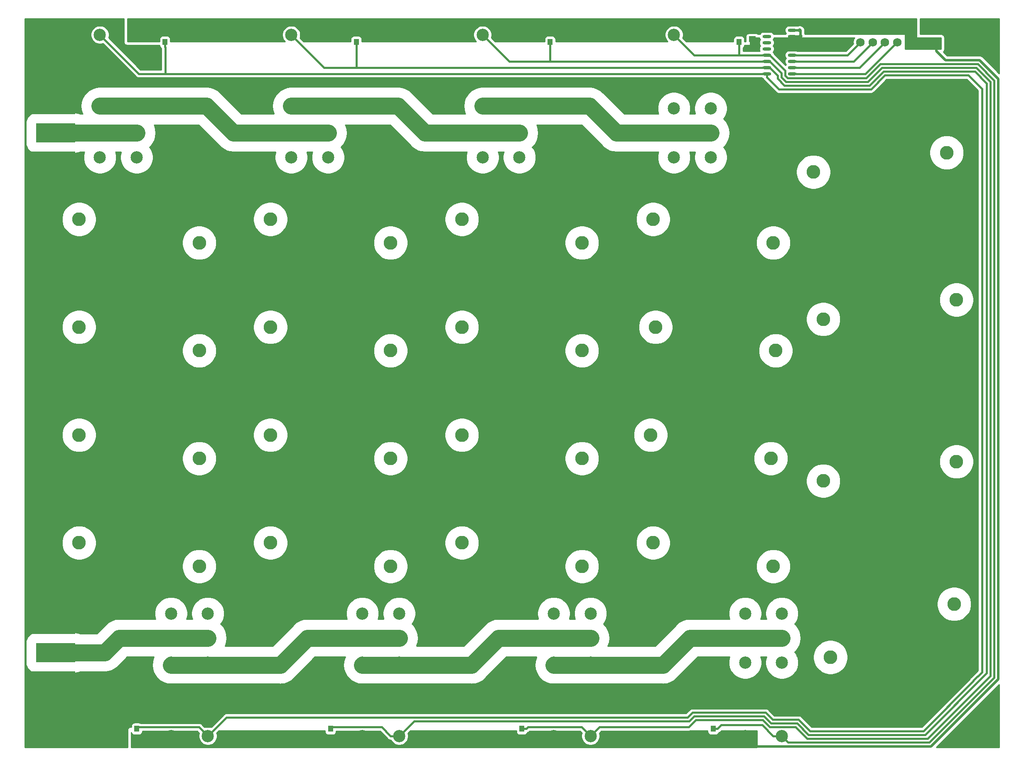
<source format=gbr>
%TF.GenerationSoftware,KiCad,Pcbnew,(5.1.4)-1*%
%TF.CreationDate,2020-05-13T01:14:08+08:00*%
%TF.ProjectId,LPF,4c50462e-6b69-4636-9164-5f7063625858,rev?*%
%TF.SameCoordinates,Original*%
%TF.FileFunction,Copper,L1,Top*%
%TF.FilePolarity,Positive*%
%FSLAX46Y46*%
G04 Gerber Fmt 4.6, Leading zero omitted, Abs format (unit mm)*
G04 Created by KiCad (PCBNEW (5.1.4)-1) date 2020-05-13 01:14:08*
%MOMM*%
%LPD*%
G04 APERTURE LIST*
%ADD10O,1.800000X0.600000*%
%ADD11C,0.800000*%
%ADD12C,6.000000*%
%ADD13C,2.800000*%
%ADD14C,2.500000*%
%ADD15C,1.750000*%
%ADD16R,1.750000X1.750000*%
%ADD17R,10.000000X5.000000*%
%ADD18R,8.000000X4.000000*%
%ADD19R,1.000000X1.250000*%
%ADD20R,1.470000X1.160000*%
%ADD21C,1.600000*%
%ADD22R,1.600000X1.600000*%
%ADD23C,1.000000*%
%ADD24C,0.508000*%
%ADD25C,0.381000*%
%ADD26C,3.500000*%
%ADD27C,0.254000*%
%ADD28C,0.350000*%
G04 APERTURE END LIST*
D10*
X171900000Y-31945000D03*
X171900000Y-30675000D03*
X171900000Y-29405000D03*
X171900000Y-28135000D03*
X171900000Y-26865000D03*
X171900000Y-25595000D03*
X171900000Y-24325000D03*
X171900000Y-23055000D03*
X177100000Y-23055000D03*
X177100000Y-24325000D03*
X177100000Y-25595000D03*
X177100000Y-26865000D03*
X177100000Y-28135000D03*
X177100000Y-29405000D03*
X177100000Y-30675000D03*
X177100000Y-31945000D03*
D11*
X217056810Y-163812500D03*
X217056810Y-166187500D03*
X215000000Y-167375000D03*
X212943190Y-166187500D03*
X212943190Y-163812500D03*
X215000000Y-162625000D03*
D12*
X215000000Y-165000000D03*
D11*
X27056810Y-23812500D03*
X27056810Y-26187500D03*
X25000000Y-27375000D03*
X22943190Y-26187500D03*
X22943190Y-23812500D03*
X25000000Y-22625000D03*
D12*
X25000000Y-25000000D03*
D11*
X217056810Y-23812500D03*
X217056810Y-26187500D03*
X215000000Y-27375000D03*
X212943190Y-26187500D03*
X212943190Y-23812500D03*
X215000000Y-22625000D03*
D12*
X215000000Y-25000000D03*
D11*
X27056810Y-163812500D03*
X27056810Y-166187500D03*
X25000000Y-167375000D03*
X22943190Y-166187500D03*
X22943190Y-163812500D03*
X25000000Y-162625000D03*
D12*
X25000000Y-165000000D03*
D13*
X184898592Y-150926279D03*
X210101408Y-140073721D03*
X210576450Y-111020101D03*
X183423550Y-114979899D03*
X210576450Y-78020101D03*
X183423550Y-81979899D03*
X148759361Y-127598592D03*
X173240639Y-132401408D03*
X148259361Y-105598592D03*
X172740639Y-110401408D03*
X149259361Y-83598592D03*
X173740639Y-88401408D03*
X109759361Y-127598592D03*
X134240639Y-132401408D03*
X109759361Y-105598592D03*
X134240639Y-110401408D03*
X109759361Y-83598592D03*
X134240639Y-88401408D03*
X70759361Y-127598592D03*
X95240639Y-132401408D03*
X70759361Y-105598592D03*
X95240639Y-110401408D03*
X70759361Y-83598592D03*
X95240639Y-88401408D03*
X31759361Y-127598592D03*
X56240639Y-132401408D03*
X31759361Y-105598592D03*
X56240639Y-110401408D03*
X31759361Y-83598592D03*
X56240639Y-88401408D03*
D14*
X153000000Y-49000000D03*
X153000000Y-44000000D03*
X153000000Y-39000000D03*
X160500000Y-49000000D03*
X160500000Y-44000000D03*
X160500000Y-39000000D03*
X153000000Y-24000000D03*
X160500000Y-24000000D03*
X114000000Y-49000000D03*
X114000000Y-44000000D03*
X114000000Y-39000000D03*
X121500000Y-49000000D03*
X121500000Y-44000000D03*
X121500000Y-39000000D03*
X114000000Y-24000000D03*
X121500000Y-24000000D03*
X175000000Y-142000000D03*
X175000000Y-147000000D03*
X175000000Y-152000000D03*
X167500000Y-142000000D03*
X167500000Y-147000000D03*
X167500000Y-152000000D03*
X175000000Y-167000000D03*
X167500000Y-167000000D03*
X136000000Y-142000000D03*
X136000000Y-147000000D03*
X136000000Y-152000000D03*
X128500000Y-142000000D03*
X128500000Y-147000000D03*
X128500000Y-152000000D03*
X136000000Y-167000000D03*
X128500000Y-167000000D03*
X75000000Y-49000000D03*
X75000000Y-44000000D03*
X75000000Y-39000000D03*
X82500000Y-49000000D03*
X82500000Y-44000000D03*
X82500000Y-39000000D03*
X75000000Y-24000000D03*
X82500000Y-24000000D03*
X97000000Y-142000000D03*
X97000000Y-147000000D03*
X97000000Y-152000000D03*
X89500000Y-142000000D03*
X89500000Y-147000000D03*
X89500000Y-152000000D03*
X97000000Y-167000000D03*
X89500000Y-167000000D03*
X36000000Y-49000000D03*
X36000000Y-44000000D03*
X36000000Y-39000000D03*
X43500000Y-49000000D03*
X43500000Y-44000000D03*
X43500000Y-39000000D03*
X36000000Y-24000000D03*
X43500000Y-24000000D03*
X58000000Y-142000000D03*
X58000000Y-147000000D03*
X58000000Y-152000000D03*
X50500000Y-142000000D03*
X50500000Y-147000000D03*
X50500000Y-152000000D03*
X58000000Y-167000000D03*
X50500000Y-167000000D03*
D13*
X208576450Y-48020101D03*
X181423550Y-51979899D03*
X148759361Y-61598592D03*
X173240639Y-66401408D03*
X109759361Y-61598592D03*
X134240639Y-66401408D03*
X70759361Y-61598592D03*
X95240639Y-66401408D03*
X56240639Y-66401408D03*
X31759361Y-61598592D03*
D15*
X201000000Y-25500000D03*
X198500000Y-25500000D03*
X196000000Y-25500000D03*
X193500000Y-25500000D03*
X191000000Y-25500000D03*
X188500000Y-25500000D03*
X186000000Y-25500000D03*
D16*
X183500000Y-25500000D03*
D11*
X27920000Y-39566000D03*
X25920000Y-36010000D03*
X21920000Y-39566000D03*
X21920000Y-36010000D03*
X29920000Y-39566000D03*
X23920000Y-36010000D03*
X29920000Y-36010000D03*
X21920000Y-37788000D03*
X27920000Y-37788000D03*
X29920000Y-37788000D03*
X25920000Y-39566000D03*
X25920000Y-37788000D03*
X23920000Y-37788000D03*
D17*
X26000000Y-37700000D03*
D11*
X23920000Y-39566000D03*
X27920000Y-36010000D03*
D18*
X27000000Y-44000000D03*
D17*
X26000000Y-50300000D03*
D11*
X25920000Y-50388000D03*
X23920000Y-52166000D03*
X25920000Y-52166000D03*
X27920000Y-48610000D03*
X23920000Y-50388000D03*
X21920000Y-50388000D03*
X29920000Y-48610000D03*
X23920000Y-48610000D03*
X21920000Y-48610000D03*
X21920000Y-52166000D03*
X27920000Y-50388000D03*
X25920000Y-48610000D03*
X29920000Y-50388000D03*
X29920000Y-52166000D03*
X27920000Y-52166000D03*
X27920000Y-145566000D03*
X25920000Y-142010000D03*
X21920000Y-145566000D03*
X21920000Y-142010000D03*
X29920000Y-145566000D03*
X23920000Y-142010000D03*
X29920000Y-142010000D03*
X21920000Y-143788000D03*
X27920000Y-143788000D03*
X29920000Y-143788000D03*
X25920000Y-145566000D03*
X25920000Y-143788000D03*
X23920000Y-143788000D03*
D17*
X26000000Y-143700000D03*
D11*
X23920000Y-145566000D03*
X27920000Y-142010000D03*
D18*
X27000000Y-150000000D03*
D17*
X26000000Y-156300000D03*
D11*
X25920000Y-156388000D03*
X23920000Y-158166000D03*
X25920000Y-158166000D03*
X27920000Y-154610000D03*
X23920000Y-156388000D03*
X21920000Y-156388000D03*
X29920000Y-154610000D03*
X23920000Y-154610000D03*
X21920000Y-154610000D03*
X21920000Y-158166000D03*
X27920000Y-156388000D03*
X25920000Y-154610000D03*
X29920000Y-156388000D03*
X29920000Y-158166000D03*
X27920000Y-158166000D03*
D19*
X166250000Y-22525000D03*
X166250000Y-25475000D03*
X127750000Y-22525000D03*
X127750000Y-25475000D03*
X161000000Y-168475000D03*
X161000000Y-165525000D03*
X122000000Y-168475000D03*
X122000000Y-165525000D03*
X88250000Y-22525000D03*
X88250000Y-25475000D03*
X83000000Y-168475000D03*
X83000000Y-165525000D03*
X49250000Y-22525000D03*
X49250000Y-25475000D03*
X43500000Y-168475000D03*
X43500000Y-165525000D03*
D20*
X169000000Y-24890000D03*
X169000000Y-23110000D03*
D21*
X209000000Y-26000000D03*
D22*
X206500000Y-26000000D03*
D11*
X21750000Y-21340000D03*
X21750000Y-161090000D03*
X21750000Y-168590000D03*
X142400000Y-124800000D03*
X146600000Y-134000000D03*
X117800000Y-141800000D03*
X123000000Y-132600000D03*
X127000000Y-128800000D03*
X146600000Y-138000000D03*
X146600000Y-141800000D03*
X117800000Y-137400000D03*
X103400000Y-124800000D03*
X107600000Y-134000000D03*
X78800000Y-141800000D03*
X84000000Y-132600000D03*
X88000000Y-128800000D03*
X107600000Y-138000000D03*
X107600000Y-141800000D03*
X78800000Y-137400000D03*
X42400000Y-106400000D03*
X51400000Y-100800000D03*
X35000000Y-95600000D03*
X43600000Y-89600000D03*
X46800000Y-103600000D03*
X55800000Y-98000000D03*
X39000000Y-92800000D03*
X30400000Y-98600000D03*
X38000000Y-109400000D03*
X48200000Y-86800000D03*
X169000000Y-26250000D03*
X178385000Y-26865000D03*
X178750000Y-25500000D03*
X178750000Y-24250000D03*
X178625000Y-23125000D03*
X42600000Y-84200000D03*
X38200000Y-87200000D03*
X47000000Y-81400000D03*
X51600000Y-78600000D03*
X56000000Y-75800000D03*
X30600000Y-76400000D03*
X35200000Y-73400000D03*
X39200000Y-70600000D03*
X43800000Y-67400000D03*
X48400000Y-64600000D03*
X30400000Y-120000000D03*
X38000000Y-130800000D03*
X48200000Y-108200000D03*
X51400000Y-122200000D03*
X43600000Y-111000000D03*
X46800000Y-125000000D03*
X55800000Y-119400000D03*
X39000000Y-114200000D03*
X42400000Y-127800000D03*
X35000000Y-117000000D03*
X82600000Y-67200000D03*
X87200000Y-64400000D03*
X78000000Y-70400000D03*
X77000000Y-87000000D03*
X94800000Y-75600000D03*
X90400000Y-78400000D03*
X81400000Y-84000000D03*
X85800000Y-81200000D03*
X74000000Y-73200000D03*
X69400000Y-76200000D03*
X74000000Y-95200000D03*
X82600000Y-89200000D03*
X69400000Y-98200000D03*
X77000000Y-109000000D03*
X81400000Y-106000000D03*
X90400000Y-100400000D03*
X85800000Y-103200000D03*
X94800000Y-97600000D03*
X78000000Y-92400000D03*
X87200000Y-86400000D03*
X78200000Y-114600000D03*
X90600000Y-122600000D03*
X87400000Y-108600000D03*
X86000000Y-125400000D03*
X74200000Y-117400000D03*
X81600000Y-128200000D03*
X95000000Y-119800000D03*
X82800000Y-111400000D03*
X77200000Y-131200000D03*
X69600000Y-120400000D03*
X113000000Y-73000000D03*
X116000000Y-86800000D03*
X108400000Y-76000000D03*
X121600000Y-67000000D03*
X126200000Y-64200000D03*
X124800000Y-81000000D03*
X133800000Y-75400000D03*
X129400000Y-78200000D03*
X120400000Y-83800000D03*
X117000000Y-70200000D03*
X122000000Y-89200000D03*
X113400000Y-95200000D03*
X120800000Y-106000000D03*
X116400000Y-109000000D03*
X134200000Y-97600000D03*
X117400000Y-92400000D03*
X126600000Y-86400000D03*
X129800000Y-100400000D03*
X125200000Y-103200000D03*
X108800000Y-98200000D03*
X129800000Y-122400000D03*
X122000000Y-111200000D03*
X116400000Y-131000000D03*
X113400000Y-117200000D03*
X120800000Y-128000000D03*
X134200000Y-119600000D03*
X117400000Y-114400000D03*
X126600000Y-108400000D03*
X108800000Y-120200000D03*
X125200000Y-125200000D03*
X164600000Y-81200000D03*
X169200000Y-78400000D03*
X166000000Y-64400000D03*
X155800000Y-87000000D03*
X152800000Y-73200000D03*
X161400000Y-67200000D03*
X156800000Y-70400000D03*
X148200000Y-76200000D03*
X160200000Y-84000000D03*
X173600000Y-75600000D03*
X168200000Y-100600000D03*
X159200000Y-106200000D03*
X147200000Y-98400000D03*
X172600000Y-97800000D03*
X165000000Y-86600000D03*
X154800000Y-109200000D03*
X163600000Y-103400000D03*
X151800000Y-95400000D03*
X160400000Y-89400000D03*
X155800000Y-92600000D03*
X165800000Y-108000000D03*
X169000000Y-122000000D03*
X160000000Y-127600000D03*
X148000000Y-119800000D03*
X173400000Y-119200000D03*
X155600000Y-130600000D03*
X164400000Y-124800000D03*
X156600000Y-114000000D03*
X152600000Y-116800000D03*
X161200000Y-110800000D03*
X68600000Y-141800000D03*
X68600000Y-138000000D03*
X68600000Y-134000000D03*
X39800000Y-137400000D03*
X39800000Y-141800000D03*
X64400000Y-124800000D03*
X45000000Y-132600000D03*
X49000000Y-128800000D03*
X181400000Y-125000000D03*
X156800000Y-142000000D03*
X162000000Y-132800000D03*
X185600000Y-138200000D03*
X166000000Y-129000000D03*
X185600000Y-142000000D03*
X156800000Y-137600000D03*
X185600000Y-134200000D03*
X180600000Y-70200000D03*
X183600000Y-66000000D03*
X186800000Y-61600000D03*
X189400000Y-58400000D03*
X192600000Y-53800000D03*
X195600000Y-49800000D03*
X210400000Y-60800000D03*
X207400000Y-65200000D03*
X204400000Y-69400000D03*
X201800000Y-72800000D03*
X198600000Y-77200000D03*
X195400000Y-81200000D03*
X181800000Y-101600000D03*
X185000000Y-97600000D03*
X188000000Y-93200000D03*
X190600000Y-89800000D03*
X193800000Y-85400000D03*
X197000000Y-81200000D03*
X211800000Y-92200000D03*
X208600000Y-96800000D03*
X205400000Y-101000000D03*
X203000000Y-104200000D03*
X199600000Y-108600000D03*
X196400000Y-113000000D03*
X201200000Y-113200000D03*
X201200000Y-117200000D03*
X201200000Y-121200000D03*
X201200000Y-124800000D03*
X201200000Y-129000000D03*
X201200000Y-133200000D03*
X201200000Y-137000000D03*
X199600000Y-141000000D03*
X210000000Y-152000000D03*
X195200000Y-156200000D03*
X192600000Y-159000000D03*
X174400000Y-162200000D03*
X178400000Y-162200000D03*
X181500000Y-164250000D03*
X185400000Y-160400000D03*
X159600000Y-160400000D03*
X192000000Y-143000000D03*
X180200000Y-162200000D03*
X176200000Y-162200000D03*
X159600000Y-159200000D03*
X157600000Y-160400000D03*
X21800000Y-54400000D03*
X21800000Y-56940000D03*
X21800000Y-59480000D03*
X21800000Y-62020000D03*
X21800000Y-64560000D03*
X21800000Y-67100000D03*
X21800000Y-69640000D03*
X21800000Y-72180000D03*
X21800000Y-74720000D03*
X21800000Y-77260000D03*
X21800000Y-79800000D03*
X21800000Y-82340000D03*
X21800000Y-84880000D03*
X21800000Y-87420000D03*
X21800000Y-89960000D03*
X21800000Y-92500000D03*
X21800000Y-95040000D03*
X21800000Y-97580000D03*
X21800000Y-100120000D03*
X21800000Y-102660000D03*
X21800000Y-105200000D03*
X21800000Y-107740000D03*
X21800000Y-110280000D03*
X21800000Y-112820000D03*
X21800000Y-115360000D03*
X21800000Y-117900000D03*
X21800000Y-120440000D03*
X21800000Y-122980000D03*
X21800000Y-125520000D03*
X21800000Y-128060000D03*
X21800000Y-130600000D03*
X21800000Y-133140000D03*
X21800000Y-135680000D03*
X21800000Y-138220000D03*
X21750000Y-34000000D03*
X21750000Y-31460000D03*
X21750000Y-28920000D03*
X24750000Y-21250000D03*
X27750000Y-21250000D03*
X30290000Y-21250000D03*
X32830000Y-21250000D03*
X35370000Y-21250000D03*
X37910000Y-21250000D03*
X206540000Y-21250000D03*
X209080000Y-21250000D03*
X204000000Y-21250000D03*
X214160000Y-21250000D03*
X211620000Y-21250000D03*
X39750000Y-168500000D03*
X39750000Y-166000000D03*
X39750000Y-163750000D03*
X39750000Y-161000000D03*
X42290000Y-161000000D03*
X44830000Y-161000000D03*
X47370000Y-161000000D03*
X49910000Y-161000000D03*
X52450000Y-161000000D03*
X54990000Y-161000000D03*
X57530000Y-161000000D03*
X60070000Y-161000000D03*
X62610000Y-161000000D03*
X65150000Y-161000000D03*
X67690000Y-161000000D03*
X70230000Y-161000000D03*
X72770000Y-161000000D03*
X75310000Y-161000000D03*
X77850000Y-161000000D03*
X80390000Y-161000000D03*
X82930000Y-161000000D03*
X85470000Y-161000000D03*
X88010000Y-161000000D03*
X90550000Y-161000000D03*
X93090000Y-161000000D03*
X95630000Y-161000000D03*
X98170000Y-161000000D03*
X100710000Y-161000000D03*
X103250000Y-161000000D03*
X105790000Y-161000000D03*
X108330000Y-161000000D03*
X110870000Y-161000000D03*
X113410000Y-161000000D03*
X115950000Y-161000000D03*
X118490000Y-161000000D03*
X121030000Y-161000000D03*
X123570000Y-161000000D03*
X126110000Y-161000000D03*
X128650000Y-161000000D03*
X131190000Y-161000000D03*
X133730000Y-161000000D03*
X136270000Y-161000000D03*
X138810000Y-161000000D03*
X141350000Y-161000000D03*
X143890000Y-161000000D03*
X146430000Y-161000000D03*
X148970000Y-161000000D03*
X151510000Y-161000000D03*
X154050000Y-161000000D03*
X184040000Y-164250000D03*
X186580000Y-164250000D03*
X189120000Y-164250000D03*
X191660000Y-164250000D03*
X194200000Y-164250000D03*
X196740000Y-164250000D03*
X199280000Y-164250000D03*
X34500000Y-33500000D03*
X37040000Y-33500000D03*
X39580000Y-33500000D03*
X42120000Y-33500000D03*
X44660000Y-33500000D03*
X47200000Y-33500000D03*
X49740000Y-33500000D03*
X52280000Y-33500000D03*
X54820000Y-33500000D03*
X57360000Y-33500000D03*
X59900000Y-33500000D03*
X62440000Y-33500000D03*
X64980000Y-33500000D03*
X67520000Y-33500000D03*
X70060000Y-33500000D03*
X72600000Y-33500000D03*
X75140000Y-33500000D03*
X77680000Y-33500000D03*
X80220000Y-33500000D03*
X82760000Y-33500000D03*
X85300000Y-33500000D03*
X87840000Y-33500000D03*
X90380000Y-33500000D03*
X92920000Y-33500000D03*
X95460000Y-33500000D03*
X98000000Y-33500000D03*
X100540000Y-33500000D03*
X103080000Y-33500000D03*
X105620000Y-33500000D03*
X108160000Y-33500000D03*
X110700000Y-33500000D03*
X113240000Y-33500000D03*
X115780000Y-33500000D03*
X118320000Y-33500000D03*
X120860000Y-33500000D03*
X123400000Y-33500000D03*
X125940000Y-33500000D03*
X128480000Y-33500000D03*
X131020000Y-33500000D03*
X133560000Y-33500000D03*
X136100000Y-33500000D03*
X138640000Y-33500000D03*
X141180000Y-33500000D03*
X143720000Y-33500000D03*
X146260000Y-33500000D03*
X148800000Y-33500000D03*
X151340000Y-33500000D03*
X153880000Y-33500000D03*
X156420000Y-33500000D03*
X158960000Y-33500000D03*
X161500000Y-33500000D03*
X164040000Y-33500000D03*
X166580000Y-33500000D03*
X169120000Y-33500000D03*
X172500000Y-36250000D03*
X170750000Y-34750000D03*
X175000000Y-36500000D03*
X177540000Y-36500000D03*
X180080000Y-36500000D03*
X182620000Y-36500000D03*
X185160000Y-36500000D03*
X187700000Y-36500000D03*
X190240000Y-36500000D03*
X192780000Y-36500000D03*
X195320000Y-36500000D03*
X197860000Y-36500000D03*
X200400000Y-36500000D03*
X202940000Y-36500000D03*
X205480000Y-36500000D03*
X208020000Y-36500000D03*
X210560000Y-36500000D03*
X213100000Y-36500000D03*
X214250000Y-74250000D03*
X214250000Y-71710000D03*
X214250000Y-69170000D03*
X214250000Y-66630000D03*
X214250000Y-64090000D03*
X214250000Y-61550000D03*
X214250000Y-59010000D03*
X214250000Y-56470000D03*
X214250000Y-53930000D03*
X214250000Y-51390000D03*
X214250000Y-48850000D03*
X214250000Y-46310000D03*
X214250000Y-43770000D03*
X214250000Y-41230000D03*
X214250000Y-38690000D03*
X214250000Y-83250000D03*
X214250000Y-85790000D03*
X214250000Y-88330000D03*
X214250000Y-90870000D03*
X214250000Y-93410000D03*
X214250000Y-95950000D03*
X214250000Y-98490000D03*
X214250000Y-101030000D03*
X214250000Y-103570000D03*
X214250000Y-106110000D03*
X214250000Y-148250000D03*
X214250000Y-150750000D03*
X214250000Y-153000000D03*
X212750000Y-154750000D03*
X211250000Y-156500000D03*
X209500000Y-158500000D03*
X208000000Y-160000000D03*
X206250000Y-161500000D03*
X204500000Y-163250000D03*
X202250000Y-164250000D03*
D23*
X169000000Y-26250000D02*
X169000000Y-24890000D01*
D24*
X177100000Y-26865000D02*
X178385000Y-26865000D01*
X178635000Y-26865000D02*
X178750000Y-26750000D01*
X178555000Y-23055000D02*
X177100000Y-23055000D01*
X178750000Y-23250000D02*
X178625000Y-23125000D01*
X178750000Y-24250000D02*
X178750000Y-23250000D01*
X178675000Y-24325000D02*
X178750000Y-24250000D01*
X177100000Y-24325000D02*
X178675000Y-24325000D01*
X178655000Y-25595000D02*
X178750000Y-25500000D01*
X177100000Y-25595000D02*
X178655000Y-25595000D01*
X178750000Y-26750000D02*
X178750000Y-25500000D01*
X178750000Y-25500000D02*
X178750000Y-25500000D01*
X178385000Y-26865000D02*
X178635000Y-26865000D01*
X178750000Y-25500000D02*
X178750000Y-24250000D01*
X178750000Y-24250000D02*
X178750000Y-24250000D01*
X178625000Y-23125000D02*
X178555000Y-23055000D01*
D25*
X43500000Y-24000000D02*
X45500000Y-22000000D01*
X121500000Y-24000000D02*
X121500000Y-22000000D01*
X82500000Y-24000000D02*
X82500000Y-22000000D01*
X45500000Y-22000000D02*
X82500000Y-22000000D01*
X82500000Y-22000000D02*
X121500000Y-22000000D01*
X171845000Y-23110000D02*
X171900000Y-23055000D01*
X169000000Y-23110000D02*
X171845000Y-23110000D01*
X169000000Y-22149000D02*
X169149000Y-22000000D01*
X169000000Y-23110000D02*
X169000000Y-22149000D01*
X169149000Y-22000000D02*
X197500000Y-22000000D01*
X158500000Y-22000000D02*
X158000000Y-22000000D01*
X160500000Y-24000000D02*
X158500000Y-22000000D01*
X121500000Y-22000000D02*
X158000000Y-22000000D01*
D24*
X206500000Y-27308000D02*
X206500000Y-26000000D01*
X219111541Y-155388457D02*
X219111541Y-32961155D01*
X167500000Y-167000000D02*
X169611541Y-169111541D01*
X208330457Y-29138457D02*
X206500000Y-27308000D01*
X215288843Y-29138457D02*
X208330457Y-29138457D01*
X205388457Y-169111541D02*
X219111541Y-155388457D01*
X219111541Y-32961155D02*
X215288843Y-29138457D01*
X169611541Y-169111541D02*
X205388457Y-169111541D01*
D25*
X36000000Y-24000000D02*
X43945000Y-31945000D01*
X49305000Y-26536000D02*
X49305000Y-31945000D01*
X49250000Y-26481000D02*
X49305000Y-26536000D01*
X49250000Y-25475000D02*
X49250000Y-26481000D01*
X43945000Y-31945000D02*
X49305000Y-31945000D01*
X49305000Y-31945000D02*
X171900000Y-31945000D01*
X203844709Y-166000000D02*
X180750000Y-166000000D01*
X174376539Y-35102539D02*
X193147461Y-35102539D01*
X214047354Y-155702646D02*
X214047354Y-155797354D01*
X193147461Y-35102539D02*
X196000000Y-32250000D01*
X214047354Y-155797354D02*
X203844709Y-166000000D01*
X180750000Y-166000000D02*
X178404477Y-163654477D01*
X213000000Y-32250000D02*
X215750000Y-35000000D01*
X178404477Y-163654477D02*
X173119649Y-163654477D01*
X196000000Y-32250000D02*
X213000000Y-32250000D01*
X61786032Y-163213968D02*
X59249999Y-165750001D01*
X215750000Y-154000000D02*
X214047354Y-155702646D01*
X59249999Y-165750001D02*
X58000000Y-167000000D01*
X215750000Y-35000000D02*
X215750000Y-154000000D01*
X171900000Y-31945000D02*
X171900000Y-32626000D01*
X155803094Y-163213968D02*
X61786032Y-163213968D01*
X156803095Y-162213967D02*
X155803094Y-163213968D01*
X171679139Y-162213967D02*
X156803095Y-162213967D01*
X173119649Y-163654477D02*
X171679139Y-162213967D01*
X171900000Y-32626000D02*
X174376539Y-35102539D01*
X43571501Y-165178499D02*
X43500000Y-165250000D01*
X56178499Y-165178499D02*
X43571501Y-165178499D01*
X58000000Y-167000000D02*
X56178499Y-165178499D01*
X75000000Y-24000000D02*
X81675000Y-30675000D01*
X88250000Y-30600000D02*
X88325000Y-30675000D01*
X88250000Y-25475000D02*
X88250000Y-30600000D01*
X81675000Y-30675000D02*
X88325000Y-30675000D01*
X88325000Y-30675000D02*
X171900000Y-30675000D01*
X195684365Y-31487989D02*
X192831825Y-34340529D01*
X100024021Y-163975979D02*
X156118729Y-163975979D01*
X216762010Y-33934364D02*
X214315635Y-31487989D01*
X192831825Y-34340529D02*
X175507735Y-34340528D01*
X156118729Y-163975979D02*
X157118730Y-162975978D01*
X216762010Y-154160344D02*
X216762010Y-33934364D01*
X172500000Y-30675000D02*
X171900000Y-30675000D01*
X178088842Y-164416488D02*
X180434365Y-166762011D01*
X171363504Y-162975978D02*
X172804014Y-164416488D01*
X172804014Y-164416488D02*
X178088842Y-164416488D01*
X174104470Y-32279470D02*
X172500000Y-30675000D01*
X174104470Y-32937263D02*
X174104470Y-32279470D01*
X175507735Y-34340528D02*
X174104470Y-32937263D01*
X214315635Y-31487989D02*
X195684365Y-31487989D01*
X204160345Y-166762011D02*
X216762010Y-154160344D01*
X180434365Y-166762011D02*
X204160345Y-166762011D01*
X157118730Y-162975978D02*
X171363504Y-162975978D01*
X97000000Y-167000000D02*
X100024021Y-163975979D01*
X83071501Y-165178499D02*
X83000000Y-165250000D01*
X93410733Y-165178499D02*
X83071501Y-165178499D01*
X95232234Y-167000000D02*
X93410733Y-165178499D01*
X97000000Y-167000000D02*
X95232234Y-167000000D01*
X114000000Y-24000000D02*
X119405000Y-29405000D01*
X127750000Y-29250000D02*
X127905000Y-29405000D01*
X127750000Y-25475000D02*
X127750000Y-29250000D01*
X119405000Y-29405000D02*
X127905000Y-29405000D01*
X127905000Y-29405000D02*
X171900000Y-29405000D01*
X214631270Y-30725978D02*
X217524021Y-33618729D01*
X204730885Y-167524021D02*
X180118730Y-167524022D01*
X175823371Y-33578518D02*
X192516191Y-33578517D01*
X174866481Y-31963835D02*
X174866482Y-32621629D01*
X171047869Y-163737989D02*
X157434365Y-163737989D01*
X195368730Y-30725978D02*
X214631270Y-30725978D01*
X192516191Y-33578517D02*
X195368730Y-30725978D01*
X171900000Y-29405000D02*
X172500000Y-29405000D01*
X172500000Y-29405000D02*
X174866479Y-31771479D01*
X174866479Y-31771479D02*
X174866481Y-31963835D01*
X174866482Y-32621629D02*
X175823371Y-33578518D01*
X217524021Y-33618729D02*
X217524021Y-154730885D01*
X217524021Y-154730885D02*
X204730885Y-167524021D01*
X180118730Y-167524022D02*
X177773207Y-165178499D01*
X155993855Y-165178499D02*
X137821501Y-165178499D01*
X137249999Y-165750001D02*
X136000000Y-167000000D01*
X137821501Y-165178499D02*
X137249999Y-165750001D01*
X157434365Y-163737989D02*
X155993855Y-165178499D01*
X172488379Y-165178499D02*
X171047869Y-163737989D01*
X177773207Y-165178499D02*
X172488379Y-165178499D01*
X134750001Y-165750001D02*
X136000000Y-167000000D01*
X134178499Y-165178499D02*
X134750001Y-165750001D01*
X123227501Y-165178499D02*
X134178499Y-165178499D01*
X122881000Y-165525000D02*
X123227501Y-165178499D01*
X122000000Y-165525000D02*
X122881000Y-165525000D01*
X153000000Y-24000000D02*
X157135000Y-28135000D01*
X218286032Y-33303094D02*
X218286031Y-155046521D01*
X176286032Y-168286032D02*
X176249999Y-168249999D01*
X176139006Y-32816507D02*
X192200555Y-32816507D01*
X214946906Y-29963968D02*
X218286032Y-33303094D01*
X172500000Y-28135000D02*
X175628492Y-31263492D01*
X175628492Y-32305993D02*
X176139006Y-32816507D01*
X192200555Y-32816507D02*
X195053095Y-29963967D01*
X175628492Y-31263492D02*
X175628492Y-32305993D01*
X195053095Y-29963967D02*
X214946906Y-29963968D01*
X171900000Y-28135000D02*
X172500000Y-28135000D01*
X205046520Y-168286032D02*
X176286032Y-168286032D01*
X176249999Y-168249999D02*
X175000000Y-167000000D01*
X218286031Y-155046521D02*
X205046520Y-168286032D01*
X166250000Y-28020000D02*
X166365000Y-28135000D01*
X166250000Y-25475000D02*
X166250000Y-28020000D01*
X157135000Y-28135000D02*
X166365000Y-28135000D01*
X166365000Y-28135000D02*
X171900000Y-28135000D01*
X173232234Y-167000000D02*
X170982234Y-164750000D01*
X175000000Y-167000000D02*
X173232234Y-167000000D01*
X161881000Y-165525000D02*
X161000000Y-165525000D01*
X162656000Y-164750000D02*
X161881000Y-165525000D01*
X170982234Y-164750000D02*
X162656000Y-164750000D01*
X177100000Y-31945000D02*
X191994416Y-31945000D01*
X191994416Y-31945000D02*
X197564417Y-26374999D01*
X197625001Y-26374999D02*
X198500000Y-25500000D01*
X197564417Y-26374999D02*
X197625001Y-26374999D01*
X190825000Y-30675000D02*
X196000000Y-25500000D01*
X177100000Y-30675000D02*
X190825000Y-30675000D01*
X189595000Y-29405000D02*
X193500000Y-25500000D01*
X177100000Y-29405000D02*
X189595000Y-29405000D01*
X188365000Y-28135000D02*
X191000000Y-25500000D01*
X177100000Y-28135000D02*
X188365000Y-28135000D01*
D26*
X56232234Y-147000000D02*
X58000000Y-147000000D01*
X39950002Y-147000000D02*
X56232234Y-147000000D01*
X36950002Y-150000000D02*
X39950002Y-147000000D01*
X28000000Y-150000000D02*
X36950002Y-150000000D01*
X27000000Y-44000000D02*
X43500000Y-44000000D01*
X58510412Y-152500010D02*
X50500000Y-152500010D01*
X72749990Y-152500010D02*
X58510412Y-152500010D01*
X78250000Y-147000000D02*
X72749990Y-152500010D01*
X97000000Y-147000000D02*
X78250000Y-147000000D01*
X82500000Y-44000000D02*
X75000000Y-44000000D01*
X45778178Y-38499990D02*
X36000000Y-38499990D01*
X63250000Y-44000000D02*
X57749990Y-38499990D01*
X75000000Y-44000000D02*
X63250000Y-44000000D01*
X57749990Y-38499990D02*
X45778178Y-38499990D01*
X97510412Y-152500010D02*
X89500000Y-152500010D01*
X111749990Y-152500010D02*
X97510412Y-152500010D01*
X136000000Y-147000000D02*
X117250000Y-147000000D01*
X117250000Y-147000000D02*
X111749990Y-152500010D01*
X121500000Y-44000000D02*
X114000000Y-44000000D01*
X96749990Y-38499990D02*
X84778178Y-38499990D01*
X114000000Y-44000000D02*
X102250000Y-44000000D01*
X102250000Y-44000000D02*
X96749990Y-38499990D01*
X84778178Y-38499990D02*
X75000000Y-38499990D01*
X136510412Y-152500010D02*
X128500000Y-152500010D01*
X150749990Y-152500010D02*
X136510412Y-152500010D01*
X175000000Y-147000000D02*
X156250000Y-147000000D01*
X156250000Y-147000000D02*
X150749990Y-152500010D01*
X160500000Y-44000000D02*
X153000000Y-44000000D01*
X135749990Y-38499990D02*
X123778178Y-38499990D01*
X153000000Y-44000000D02*
X141250000Y-44000000D01*
X141250000Y-44000000D02*
X135749990Y-38499990D01*
X123778178Y-38499990D02*
X114000000Y-38499990D01*
D27*
G36*
X202373000Y-24500000D02*
G01*
X202375440Y-24524776D01*
X202382667Y-24548601D01*
X202394403Y-24570557D01*
X202410197Y-24589803D01*
X202429443Y-24605597D01*
X202451399Y-24617333D01*
X202475224Y-24624560D01*
X202500000Y-24627000D01*
X207373000Y-24627000D01*
X207373000Y-26873000D01*
X200127000Y-26873000D01*
X200127000Y-24000000D01*
X200124560Y-23975224D01*
X200117333Y-23951399D01*
X200105597Y-23929443D01*
X200089803Y-23910197D01*
X200070557Y-23894403D01*
X200048601Y-23882667D01*
X200024776Y-23875440D01*
X200000000Y-23873000D01*
X179714118Y-23873000D01*
X179667205Y-23759744D01*
X179639000Y-23717532D01*
X179639000Y-23332514D01*
X179660000Y-23226939D01*
X179660000Y-23023061D01*
X179620226Y-22823102D01*
X179542205Y-22634744D01*
X179428937Y-22465226D01*
X179284774Y-22321063D01*
X179115256Y-22207795D01*
X178926898Y-22129774D01*
X178726939Y-22090000D01*
X178523061Y-22090000D01*
X178323102Y-22129774D01*
X178235645Y-22166000D01*
X177990335Y-22166000D01*
X177883292Y-22133529D01*
X177745932Y-22120000D01*
X176454068Y-22120000D01*
X176316708Y-22133529D01*
X176140460Y-22186993D01*
X175978028Y-22273814D01*
X175835656Y-22390656D01*
X175718814Y-22533028D01*
X175631993Y-22695460D01*
X175578529Y-22871708D01*
X175560476Y-23055000D01*
X175578529Y-23238292D01*
X175631993Y-23414540D01*
X175718814Y-23576972D01*
X175811574Y-23690000D01*
X175718814Y-23803028D01*
X175681413Y-23873000D01*
X173318587Y-23873000D01*
X173281186Y-23803028D01*
X173164344Y-23660656D01*
X173021972Y-23543814D01*
X172859540Y-23456993D01*
X172683292Y-23403529D01*
X172545932Y-23390000D01*
X171254068Y-23390000D01*
X171116708Y-23403529D01*
X170940460Y-23456993D01*
X170778028Y-23543814D01*
X170635656Y-23660656D01*
X170518814Y-23803028D01*
X170481413Y-23873000D01*
X170197826Y-23873000D01*
X170186185Y-23858815D01*
X170089494Y-23779463D01*
X169979180Y-23720498D01*
X169859482Y-23684188D01*
X169735000Y-23671928D01*
X168265000Y-23671928D01*
X168140518Y-23684188D01*
X168020820Y-23720498D01*
X167910506Y-23779463D01*
X167813815Y-23858815D01*
X167734463Y-23955506D01*
X167675498Y-24065820D01*
X167639188Y-24185518D01*
X167626928Y-24310000D01*
X167626928Y-25373000D01*
X167388072Y-25373000D01*
X167388072Y-24850000D01*
X167375812Y-24725518D01*
X167339502Y-24605820D01*
X167280537Y-24495506D01*
X167201185Y-24398815D01*
X167104494Y-24319463D01*
X166994180Y-24260498D01*
X166874482Y-24224188D01*
X166750000Y-24211928D01*
X165750000Y-24211928D01*
X165625518Y-24224188D01*
X165505820Y-24260498D01*
X165395506Y-24319463D01*
X165298815Y-24398815D01*
X165219463Y-24495506D01*
X165160498Y-24605820D01*
X165124188Y-24725518D01*
X165111928Y-24850000D01*
X165111928Y-25373000D01*
X155540432Y-25373000D01*
X154784650Y-24617218D01*
X154812561Y-24549834D01*
X154885000Y-24185656D01*
X154885000Y-23814344D01*
X154812561Y-23450166D01*
X154670466Y-23107118D01*
X154464175Y-22798382D01*
X154201618Y-22535825D01*
X153892882Y-22329534D01*
X153549834Y-22187439D01*
X153185656Y-22115000D01*
X152814344Y-22115000D01*
X152450166Y-22187439D01*
X152107118Y-22329534D01*
X151798382Y-22535825D01*
X151535825Y-22798382D01*
X151329534Y-23107118D01*
X151187439Y-23450166D01*
X151115000Y-23814344D01*
X151115000Y-24185656D01*
X151187439Y-24549834D01*
X151329534Y-24892882D01*
X151535825Y-25201618D01*
X151707207Y-25373000D01*
X128888072Y-25373000D01*
X128888072Y-24850000D01*
X128875812Y-24725518D01*
X128839502Y-24605820D01*
X128780537Y-24495506D01*
X128701185Y-24398815D01*
X128604494Y-24319463D01*
X128494180Y-24260498D01*
X128374482Y-24224188D01*
X128250000Y-24211928D01*
X127250000Y-24211928D01*
X127125518Y-24224188D01*
X127005820Y-24260498D01*
X126895506Y-24319463D01*
X126798815Y-24398815D01*
X126719463Y-24495506D01*
X126660498Y-24605820D01*
X126624188Y-24725518D01*
X126611928Y-24850000D01*
X126611928Y-25373000D01*
X116540432Y-25373000D01*
X115784650Y-24617218D01*
X115812561Y-24549834D01*
X115885000Y-24185656D01*
X115885000Y-23814344D01*
X115812561Y-23450166D01*
X115670466Y-23107118D01*
X115464175Y-22798382D01*
X115201618Y-22535825D01*
X114892882Y-22329534D01*
X114549834Y-22187439D01*
X114185656Y-22115000D01*
X113814344Y-22115000D01*
X113450166Y-22187439D01*
X113107118Y-22329534D01*
X112798382Y-22535825D01*
X112535825Y-22798382D01*
X112329534Y-23107118D01*
X112187439Y-23450166D01*
X112115000Y-23814344D01*
X112115000Y-24185656D01*
X112187439Y-24549834D01*
X112329534Y-24892882D01*
X112535825Y-25201618D01*
X112707207Y-25373000D01*
X89388072Y-25373000D01*
X89388072Y-24850000D01*
X89375812Y-24725518D01*
X89339502Y-24605820D01*
X89280537Y-24495506D01*
X89201185Y-24398815D01*
X89104494Y-24319463D01*
X88994180Y-24260498D01*
X88874482Y-24224188D01*
X88750000Y-24211928D01*
X87750000Y-24211928D01*
X87625518Y-24224188D01*
X87505820Y-24260498D01*
X87395506Y-24319463D01*
X87298815Y-24398815D01*
X87219463Y-24495506D01*
X87160498Y-24605820D01*
X87124188Y-24725518D01*
X87111928Y-24850000D01*
X87111928Y-25373000D01*
X77540432Y-25373000D01*
X76784650Y-24617218D01*
X76812561Y-24549834D01*
X76885000Y-24185656D01*
X76885000Y-23814344D01*
X76812561Y-23450166D01*
X76670466Y-23107118D01*
X76464175Y-22798382D01*
X76201618Y-22535825D01*
X75892882Y-22329534D01*
X75549834Y-22187439D01*
X75185656Y-22115000D01*
X74814344Y-22115000D01*
X74450166Y-22187439D01*
X74107118Y-22329534D01*
X73798382Y-22535825D01*
X73535825Y-22798382D01*
X73329534Y-23107118D01*
X73187439Y-23450166D01*
X73115000Y-23814344D01*
X73115000Y-24185656D01*
X73187439Y-24549834D01*
X73329534Y-24892882D01*
X73535825Y-25201618D01*
X73707207Y-25373000D01*
X50388072Y-25373000D01*
X50388072Y-24850000D01*
X50375812Y-24725518D01*
X50339502Y-24605820D01*
X50280537Y-24495506D01*
X50201185Y-24398815D01*
X50104494Y-24319463D01*
X49994180Y-24260498D01*
X49874482Y-24224188D01*
X49750000Y-24211928D01*
X48750000Y-24211928D01*
X48625518Y-24224188D01*
X48505820Y-24260498D01*
X48395506Y-24319463D01*
X48298815Y-24398815D01*
X48219463Y-24495506D01*
X48160498Y-24605820D01*
X48124188Y-24725518D01*
X48111928Y-24850000D01*
X48111928Y-25373000D01*
X41627000Y-25373000D01*
X41627000Y-20735000D01*
X202373000Y-20735000D01*
X202373000Y-24500000D01*
X202373000Y-24500000D01*
G37*
X202373000Y-24500000D02*
X202375440Y-24524776D01*
X202382667Y-24548601D01*
X202394403Y-24570557D01*
X202410197Y-24589803D01*
X202429443Y-24605597D01*
X202451399Y-24617333D01*
X202475224Y-24624560D01*
X202500000Y-24627000D01*
X207373000Y-24627000D01*
X207373000Y-26873000D01*
X200127000Y-26873000D01*
X200127000Y-24000000D01*
X200124560Y-23975224D01*
X200117333Y-23951399D01*
X200105597Y-23929443D01*
X200089803Y-23910197D01*
X200070557Y-23894403D01*
X200048601Y-23882667D01*
X200024776Y-23875440D01*
X200000000Y-23873000D01*
X179714118Y-23873000D01*
X179667205Y-23759744D01*
X179639000Y-23717532D01*
X179639000Y-23332514D01*
X179660000Y-23226939D01*
X179660000Y-23023061D01*
X179620226Y-22823102D01*
X179542205Y-22634744D01*
X179428937Y-22465226D01*
X179284774Y-22321063D01*
X179115256Y-22207795D01*
X178926898Y-22129774D01*
X178726939Y-22090000D01*
X178523061Y-22090000D01*
X178323102Y-22129774D01*
X178235645Y-22166000D01*
X177990335Y-22166000D01*
X177883292Y-22133529D01*
X177745932Y-22120000D01*
X176454068Y-22120000D01*
X176316708Y-22133529D01*
X176140460Y-22186993D01*
X175978028Y-22273814D01*
X175835656Y-22390656D01*
X175718814Y-22533028D01*
X175631993Y-22695460D01*
X175578529Y-22871708D01*
X175560476Y-23055000D01*
X175578529Y-23238292D01*
X175631993Y-23414540D01*
X175718814Y-23576972D01*
X175811574Y-23690000D01*
X175718814Y-23803028D01*
X175681413Y-23873000D01*
X173318587Y-23873000D01*
X173281186Y-23803028D01*
X173164344Y-23660656D01*
X173021972Y-23543814D01*
X172859540Y-23456993D01*
X172683292Y-23403529D01*
X172545932Y-23390000D01*
X171254068Y-23390000D01*
X171116708Y-23403529D01*
X170940460Y-23456993D01*
X170778028Y-23543814D01*
X170635656Y-23660656D01*
X170518814Y-23803028D01*
X170481413Y-23873000D01*
X170197826Y-23873000D01*
X170186185Y-23858815D01*
X170089494Y-23779463D01*
X169979180Y-23720498D01*
X169859482Y-23684188D01*
X169735000Y-23671928D01*
X168265000Y-23671928D01*
X168140518Y-23684188D01*
X168020820Y-23720498D01*
X167910506Y-23779463D01*
X167813815Y-23858815D01*
X167734463Y-23955506D01*
X167675498Y-24065820D01*
X167639188Y-24185518D01*
X167626928Y-24310000D01*
X167626928Y-25373000D01*
X167388072Y-25373000D01*
X167388072Y-24850000D01*
X167375812Y-24725518D01*
X167339502Y-24605820D01*
X167280537Y-24495506D01*
X167201185Y-24398815D01*
X167104494Y-24319463D01*
X166994180Y-24260498D01*
X166874482Y-24224188D01*
X166750000Y-24211928D01*
X165750000Y-24211928D01*
X165625518Y-24224188D01*
X165505820Y-24260498D01*
X165395506Y-24319463D01*
X165298815Y-24398815D01*
X165219463Y-24495506D01*
X165160498Y-24605820D01*
X165124188Y-24725518D01*
X165111928Y-24850000D01*
X165111928Y-25373000D01*
X155540432Y-25373000D01*
X154784650Y-24617218D01*
X154812561Y-24549834D01*
X154885000Y-24185656D01*
X154885000Y-23814344D01*
X154812561Y-23450166D01*
X154670466Y-23107118D01*
X154464175Y-22798382D01*
X154201618Y-22535825D01*
X153892882Y-22329534D01*
X153549834Y-22187439D01*
X153185656Y-22115000D01*
X152814344Y-22115000D01*
X152450166Y-22187439D01*
X152107118Y-22329534D01*
X151798382Y-22535825D01*
X151535825Y-22798382D01*
X151329534Y-23107118D01*
X151187439Y-23450166D01*
X151115000Y-23814344D01*
X151115000Y-24185656D01*
X151187439Y-24549834D01*
X151329534Y-24892882D01*
X151535825Y-25201618D01*
X151707207Y-25373000D01*
X128888072Y-25373000D01*
X128888072Y-24850000D01*
X128875812Y-24725518D01*
X128839502Y-24605820D01*
X128780537Y-24495506D01*
X128701185Y-24398815D01*
X128604494Y-24319463D01*
X128494180Y-24260498D01*
X128374482Y-24224188D01*
X128250000Y-24211928D01*
X127250000Y-24211928D01*
X127125518Y-24224188D01*
X127005820Y-24260498D01*
X126895506Y-24319463D01*
X126798815Y-24398815D01*
X126719463Y-24495506D01*
X126660498Y-24605820D01*
X126624188Y-24725518D01*
X126611928Y-24850000D01*
X126611928Y-25373000D01*
X116540432Y-25373000D01*
X115784650Y-24617218D01*
X115812561Y-24549834D01*
X115885000Y-24185656D01*
X115885000Y-23814344D01*
X115812561Y-23450166D01*
X115670466Y-23107118D01*
X115464175Y-22798382D01*
X115201618Y-22535825D01*
X114892882Y-22329534D01*
X114549834Y-22187439D01*
X114185656Y-22115000D01*
X113814344Y-22115000D01*
X113450166Y-22187439D01*
X113107118Y-22329534D01*
X112798382Y-22535825D01*
X112535825Y-22798382D01*
X112329534Y-23107118D01*
X112187439Y-23450166D01*
X112115000Y-23814344D01*
X112115000Y-24185656D01*
X112187439Y-24549834D01*
X112329534Y-24892882D01*
X112535825Y-25201618D01*
X112707207Y-25373000D01*
X89388072Y-25373000D01*
X89388072Y-24850000D01*
X89375812Y-24725518D01*
X89339502Y-24605820D01*
X89280537Y-24495506D01*
X89201185Y-24398815D01*
X89104494Y-24319463D01*
X88994180Y-24260498D01*
X88874482Y-24224188D01*
X88750000Y-24211928D01*
X87750000Y-24211928D01*
X87625518Y-24224188D01*
X87505820Y-24260498D01*
X87395506Y-24319463D01*
X87298815Y-24398815D01*
X87219463Y-24495506D01*
X87160498Y-24605820D01*
X87124188Y-24725518D01*
X87111928Y-24850000D01*
X87111928Y-25373000D01*
X77540432Y-25373000D01*
X76784650Y-24617218D01*
X76812561Y-24549834D01*
X76885000Y-24185656D01*
X76885000Y-23814344D01*
X76812561Y-23450166D01*
X76670466Y-23107118D01*
X76464175Y-22798382D01*
X76201618Y-22535825D01*
X75892882Y-22329534D01*
X75549834Y-22187439D01*
X75185656Y-22115000D01*
X74814344Y-22115000D01*
X74450166Y-22187439D01*
X74107118Y-22329534D01*
X73798382Y-22535825D01*
X73535825Y-22798382D01*
X73329534Y-23107118D01*
X73187439Y-23450166D01*
X73115000Y-23814344D01*
X73115000Y-24185656D01*
X73187439Y-24549834D01*
X73329534Y-24892882D01*
X73535825Y-25201618D01*
X73707207Y-25373000D01*
X50388072Y-25373000D01*
X50388072Y-24850000D01*
X50375812Y-24725518D01*
X50339502Y-24605820D01*
X50280537Y-24495506D01*
X50201185Y-24398815D01*
X50104494Y-24319463D01*
X49994180Y-24260498D01*
X49874482Y-24224188D01*
X49750000Y-24211928D01*
X48750000Y-24211928D01*
X48625518Y-24224188D01*
X48505820Y-24260498D01*
X48395506Y-24319463D01*
X48298815Y-24398815D01*
X48219463Y-24495506D01*
X48160498Y-24605820D01*
X48124188Y-24725518D01*
X48111928Y-24850000D01*
X48111928Y-25373000D01*
X41627000Y-25373000D01*
X41627000Y-20735000D01*
X202373000Y-20735000D01*
X202373000Y-24500000D01*
G36*
X81861928Y-166150000D02*
G01*
X81874188Y-166274482D01*
X81910498Y-166394180D01*
X81969463Y-166504494D01*
X82048815Y-166601185D01*
X82145506Y-166680537D01*
X82255820Y-166739502D01*
X82375518Y-166775812D01*
X82500000Y-166788072D01*
X83500000Y-166788072D01*
X83624482Y-166775812D01*
X83744180Y-166739502D01*
X83854494Y-166680537D01*
X83951185Y-166601185D01*
X84030537Y-166504494D01*
X84089502Y-166394180D01*
X84125812Y-166274482D01*
X84138072Y-166150000D01*
X84138072Y-166003999D01*
X93068801Y-166003999D01*
X94619840Y-167555039D01*
X94645693Y-167586541D01*
X94771392Y-167689699D01*
X94914800Y-167766353D01*
X95070408Y-167813556D01*
X95191681Y-167825500D01*
X95191690Y-167825500D01*
X95232233Y-167829493D01*
X95272776Y-167825500D01*
X95301623Y-167825500D01*
X95329534Y-167892882D01*
X95535825Y-168201618D01*
X95798382Y-168464175D01*
X96107118Y-168670466D01*
X96450166Y-168812561D01*
X96814344Y-168885000D01*
X97185656Y-168885000D01*
X97549834Y-168812561D01*
X97892882Y-168670466D01*
X98201618Y-168464175D01*
X98464175Y-168201618D01*
X98670466Y-167892882D01*
X98812561Y-167549834D01*
X98885000Y-167185656D01*
X98885000Y-166814344D01*
X98812561Y-166450166D01*
X98784650Y-166382783D01*
X99290433Y-165877000D01*
X120861928Y-165877000D01*
X120861928Y-166150000D01*
X120874188Y-166274482D01*
X120910498Y-166394180D01*
X120969463Y-166504494D01*
X121048815Y-166601185D01*
X121145506Y-166680537D01*
X121255820Y-166739502D01*
X121375518Y-166775812D01*
X121500000Y-166788072D01*
X122500000Y-166788072D01*
X122624482Y-166775812D01*
X122744180Y-166739502D01*
X122854494Y-166680537D01*
X122951185Y-166601185D01*
X123030537Y-166504494D01*
X123089502Y-166394180D01*
X123112816Y-166317325D01*
X123198434Y-166291353D01*
X123341842Y-166214699D01*
X123467541Y-166111541D01*
X123493398Y-166080034D01*
X123569433Y-166003999D01*
X133836566Y-166003999D01*
X134194959Y-166362393D01*
X134194970Y-166362402D01*
X134215350Y-166382782D01*
X134187439Y-166450166D01*
X134115000Y-166814344D01*
X134115000Y-167185656D01*
X134187439Y-167549834D01*
X134329534Y-167892882D01*
X134535825Y-168201618D01*
X134798382Y-168464175D01*
X135107118Y-168670466D01*
X135450166Y-168812561D01*
X135814344Y-168885000D01*
X136185656Y-168885000D01*
X136549834Y-168812561D01*
X136892882Y-168670466D01*
X137201618Y-168464175D01*
X137464175Y-168201618D01*
X137670466Y-167892882D01*
X137812561Y-167549834D01*
X137885000Y-167185656D01*
X137885000Y-166814344D01*
X137812561Y-166450166D01*
X137784650Y-166382784D01*
X137862391Y-166305043D01*
X137862399Y-166305033D01*
X138163434Y-166003999D01*
X155953305Y-166003999D01*
X155993855Y-166007993D01*
X156034405Y-166003999D01*
X156034408Y-166003999D01*
X156155681Y-165992055D01*
X156311289Y-165944852D01*
X156438230Y-165877000D01*
X159861928Y-165877000D01*
X159861928Y-166150000D01*
X159874188Y-166274482D01*
X159910498Y-166394180D01*
X159969463Y-166504494D01*
X160048815Y-166601185D01*
X160145506Y-166680537D01*
X160255820Y-166739502D01*
X160375518Y-166775812D01*
X160500000Y-166788072D01*
X161500000Y-166788072D01*
X161624482Y-166775812D01*
X161744180Y-166739502D01*
X161854494Y-166680537D01*
X161951185Y-166601185D01*
X162030537Y-166504494D01*
X162089502Y-166394180D01*
X162112816Y-166317325D01*
X162198434Y-166291353D01*
X162341842Y-166214699D01*
X162467541Y-166111541D01*
X162493397Y-166080035D01*
X162696432Y-165877000D01*
X169873000Y-165877000D01*
X169873000Y-169265000D01*
X42377000Y-169265000D01*
X42377000Y-166283752D01*
X42410498Y-166394180D01*
X42469463Y-166504494D01*
X42548815Y-166601185D01*
X42645506Y-166680537D01*
X42755820Y-166739502D01*
X42875518Y-166775812D01*
X43000000Y-166788072D01*
X44000000Y-166788072D01*
X44124482Y-166775812D01*
X44244180Y-166739502D01*
X44354494Y-166680537D01*
X44451185Y-166601185D01*
X44530537Y-166504494D01*
X44589502Y-166394180D01*
X44625812Y-166274482D01*
X44638072Y-166150000D01*
X44638072Y-166003999D01*
X55836567Y-166003999D01*
X56215350Y-166382782D01*
X56187439Y-166450166D01*
X56115000Y-166814344D01*
X56115000Y-167185656D01*
X56187439Y-167549834D01*
X56329534Y-167892882D01*
X56535825Y-168201618D01*
X56798382Y-168464175D01*
X57107118Y-168670466D01*
X57450166Y-168812561D01*
X57814344Y-168885000D01*
X58185656Y-168885000D01*
X58549834Y-168812561D01*
X58892882Y-168670466D01*
X59201618Y-168464175D01*
X59464175Y-168201618D01*
X59670466Y-167892882D01*
X59812561Y-167549834D01*
X59885000Y-167185656D01*
X59885000Y-166814344D01*
X59812561Y-166450166D01*
X59784650Y-166382784D01*
X59862391Y-166305043D01*
X59862400Y-166305032D01*
X60290432Y-165877000D01*
X81861928Y-165877000D01*
X81861928Y-166150000D01*
X81861928Y-166150000D01*
G37*
X81861928Y-166150000D02*
X81874188Y-166274482D01*
X81910498Y-166394180D01*
X81969463Y-166504494D01*
X82048815Y-166601185D01*
X82145506Y-166680537D01*
X82255820Y-166739502D01*
X82375518Y-166775812D01*
X82500000Y-166788072D01*
X83500000Y-166788072D01*
X83624482Y-166775812D01*
X83744180Y-166739502D01*
X83854494Y-166680537D01*
X83951185Y-166601185D01*
X84030537Y-166504494D01*
X84089502Y-166394180D01*
X84125812Y-166274482D01*
X84138072Y-166150000D01*
X84138072Y-166003999D01*
X93068801Y-166003999D01*
X94619840Y-167555039D01*
X94645693Y-167586541D01*
X94771392Y-167689699D01*
X94914800Y-167766353D01*
X95070408Y-167813556D01*
X95191681Y-167825500D01*
X95191690Y-167825500D01*
X95232233Y-167829493D01*
X95272776Y-167825500D01*
X95301623Y-167825500D01*
X95329534Y-167892882D01*
X95535825Y-168201618D01*
X95798382Y-168464175D01*
X96107118Y-168670466D01*
X96450166Y-168812561D01*
X96814344Y-168885000D01*
X97185656Y-168885000D01*
X97549834Y-168812561D01*
X97892882Y-168670466D01*
X98201618Y-168464175D01*
X98464175Y-168201618D01*
X98670466Y-167892882D01*
X98812561Y-167549834D01*
X98885000Y-167185656D01*
X98885000Y-166814344D01*
X98812561Y-166450166D01*
X98784650Y-166382783D01*
X99290433Y-165877000D01*
X120861928Y-165877000D01*
X120861928Y-166150000D01*
X120874188Y-166274482D01*
X120910498Y-166394180D01*
X120969463Y-166504494D01*
X121048815Y-166601185D01*
X121145506Y-166680537D01*
X121255820Y-166739502D01*
X121375518Y-166775812D01*
X121500000Y-166788072D01*
X122500000Y-166788072D01*
X122624482Y-166775812D01*
X122744180Y-166739502D01*
X122854494Y-166680537D01*
X122951185Y-166601185D01*
X123030537Y-166504494D01*
X123089502Y-166394180D01*
X123112816Y-166317325D01*
X123198434Y-166291353D01*
X123341842Y-166214699D01*
X123467541Y-166111541D01*
X123493398Y-166080034D01*
X123569433Y-166003999D01*
X133836566Y-166003999D01*
X134194959Y-166362393D01*
X134194970Y-166362402D01*
X134215350Y-166382782D01*
X134187439Y-166450166D01*
X134115000Y-166814344D01*
X134115000Y-167185656D01*
X134187439Y-167549834D01*
X134329534Y-167892882D01*
X134535825Y-168201618D01*
X134798382Y-168464175D01*
X135107118Y-168670466D01*
X135450166Y-168812561D01*
X135814344Y-168885000D01*
X136185656Y-168885000D01*
X136549834Y-168812561D01*
X136892882Y-168670466D01*
X137201618Y-168464175D01*
X137464175Y-168201618D01*
X137670466Y-167892882D01*
X137812561Y-167549834D01*
X137885000Y-167185656D01*
X137885000Y-166814344D01*
X137812561Y-166450166D01*
X137784650Y-166382784D01*
X137862391Y-166305043D01*
X137862399Y-166305033D01*
X138163434Y-166003999D01*
X155953305Y-166003999D01*
X155993855Y-166007993D01*
X156034405Y-166003999D01*
X156034408Y-166003999D01*
X156155681Y-165992055D01*
X156311289Y-165944852D01*
X156438230Y-165877000D01*
X159861928Y-165877000D01*
X159861928Y-166150000D01*
X159874188Y-166274482D01*
X159910498Y-166394180D01*
X159969463Y-166504494D01*
X160048815Y-166601185D01*
X160145506Y-166680537D01*
X160255820Y-166739502D01*
X160375518Y-166775812D01*
X160500000Y-166788072D01*
X161500000Y-166788072D01*
X161624482Y-166775812D01*
X161744180Y-166739502D01*
X161854494Y-166680537D01*
X161951185Y-166601185D01*
X162030537Y-166504494D01*
X162089502Y-166394180D01*
X162112816Y-166317325D01*
X162198434Y-166291353D01*
X162341842Y-166214699D01*
X162467541Y-166111541D01*
X162493397Y-166080035D01*
X162696432Y-165877000D01*
X169873000Y-165877000D01*
X169873000Y-169265000D01*
X42377000Y-169265000D01*
X42377000Y-166283752D01*
X42410498Y-166394180D01*
X42469463Y-166504494D01*
X42548815Y-166601185D01*
X42645506Y-166680537D01*
X42755820Y-166739502D01*
X42875518Y-166775812D01*
X43000000Y-166788072D01*
X44000000Y-166788072D01*
X44124482Y-166775812D01*
X44244180Y-166739502D01*
X44354494Y-166680537D01*
X44451185Y-166601185D01*
X44530537Y-166504494D01*
X44589502Y-166394180D01*
X44625812Y-166274482D01*
X44638072Y-166150000D01*
X44638072Y-166003999D01*
X55836567Y-166003999D01*
X56215350Y-166382782D01*
X56187439Y-166450166D01*
X56115000Y-166814344D01*
X56115000Y-167185656D01*
X56187439Y-167549834D01*
X56329534Y-167892882D01*
X56535825Y-168201618D01*
X56798382Y-168464175D01*
X57107118Y-168670466D01*
X57450166Y-168812561D01*
X57814344Y-168885000D01*
X58185656Y-168885000D01*
X58549834Y-168812561D01*
X58892882Y-168670466D01*
X59201618Y-168464175D01*
X59464175Y-168201618D01*
X59670466Y-167892882D01*
X59812561Y-167549834D01*
X59885000Y-167185656D01*
X59885000Y-166814344D01*
X59812561Y-166450166D01*
X59784650Y-166382784D01*
X59862391Y-166305043D01*
X59862400Y-166305032D01*
X60290432Y-165877000D01*
X81861928Y-165877000D01*
X81861928Y-166150000D01*
G36*
X219265000Y-169265000D02*
G01*
X206492233Y-169265000D01*
X219265000Y-156492234D01*
X219265000Y-169265000D01*
X219265000Y-169265000D01*
G37*
X219265000Y-169265000D02*
X206492233Y-169265000D01*
X219265000Y-156492234D01*
X219265000Y-169265000D01*
G36*
X40865000Y-25500000D02*
G01*
X40877201Y-25623882D01*
X40913336Y-25743004D01*
X40972017Y-25852787D01*
X41050987Y-25949013D01*
X41147213Y-26027983D01*
X41256996Y-26086664D01*
X41376118Y-26122799D01*
X41500000Y-26135000D01*
X48115375Y-26135000D01*
X48124188Y-26224482D01*
X48160498Y-26344180D01*
X48219463Y-26454494D01*
X48298815Y-26551185D01*
X48395506Y-26630537D01*
X48439918Y-26654276D01*
X48479500Y-26784762D01*
X48479501Y-31119500D01*
X44286934Y-31119500D01*
X37784650Y-24617218D01*
X37812561Y-24549834D01*
X37885000Y-24185656D01*
X37885000Y-23814344D01*
X37812561Y-23450166D01*
X37670466Y-23107118D01*
X37464175Y-22798382D01*
X37201618Y-22535825D01*
X36892882Y-22329534D01*
X36549834Y-22187439D01*
X36185656Y-22115000D01*
X35814344Y-22115000D01*
X35450166Y-22187439D01*
X35107118Y-22329534D01*
X34798382Y-22535825D01*
X34535825Y-22798382D01*
X34329534Y-23107118D01*
X34187439Y-23450166D01*
X34115000Y-23814344D01*
X34115000Y-24185656D01*
X34187439Y-24549834D01*
X34329534Y-24892882D01*
X34535825Y-25201618D01*
X34798382Y-25464175D01*
X35107118Y-25670466D01*
X35450166Y-25812561D01*
X35814344Y-25885000D01*
X36185656Y-25885000D01*
X36549834Y-25812561D01*
X36617218Y-25784650D01*
X43332611Y-32500045D01*
X43358459Y-32531541D01*
X43389955Y-32557389D01*
X43389958Y-32557392D01*
X43484157Y-32634699D01*
X43626610Y-32710842D01*
X43627566Y-32711353D01*
X43783174Y-32758556D01*
X43904447Y-32770500D01*
X43904449Y-32770500D01*
X43945000Y-32774494D01*
X43985550Y-32770500D01*
X49264447Y-32770500D01*
X49305000Y-32774494D01*
X49345553Y-32770500D01*
X170860934Y-32770500D01*
X170940460Y-32813007D01*
X171109652Y-32864331D01*
X171133647Y-32943433D01*
X171210301Y-33086842D01*
X171254967Y-33141267D01*
X171313460Y-33212541D01*
X171344961Y-33238393D01*
X173764145Y-35657578D01*
X173789998Y-35689080D01*
X173854135Y-35741716D01*
X173915696Y-35792238D01*
X173985397Y-35829494D01*
X174059105Y-35868892D01*
X174214713Y-35916095D01*
X174335986Y-35928039D01*
X174335988Y-35928039D01*
X174376538Y-35932033D01*
X174417089Y-35928039D01*
X193106911Y-35928039D01*
X193147461Y-35932033D01*
X193188011Y-35928039D01*
X193188014Y-35928039D01*
X193309287Y-35916095D01*
X193464895Y-35868892D01*
X193608303Y-35792238D01*
X193734002Y-35689080D01*
X193759859Y-35657573D01*
X196341933Y-33075500D01*
X212658068Y-33075500D01*
X214924500Y-35341933D01*
X214924501Y-153658066D01*
X213492320Y-155090248D01*
X213460813Y-155116105D01*
X213398751Y-155191729D01*
X213357655Y-155241804D01*
X213292364Y-155363954D01*
X213281001Y-155385213D01*
X213276185Y-155401089D01*
X203502777Y-165174500D01*
X181091933Y-165174500D01*
X179016875Y-163099443D01*
X178991018Y-163067936D01*
X178865319Y-162964778D01*
X178721911Y-162888124D01*
X178566303Y-162840921D01*
X178445030Y-162828977D01*
X178445027Y-162828977D01*
X178404477Y-162824983D01*
X178363927Y-162828977D01*
X173461583Y-162828977D01*
X172291537Y-161658933D01*
X172265680Y-161627426D01*
X172139981Y-161524268D01*
X171996573Y-161447614D01*
X171840965Y-161400411D01*
X171719692Y-161388467D01*
X171719689Y-161388467D01*
X171679139Y-161384473D01*
X171638589Y-161388467D01*
X156843645Y-161388467D01*
X156803095Y-161384473D01*
X156762544Y-161388467D01*
X156762542Y-161388467D01*
X156641269Y-161400411D01*
X156485661Y-161447614D01*
X156342252Y-161524268D01*
X156280691Y-161574790D01*
X156216554Y-161627426D01*
X156190701Y-161658928D01*
X155461162Y-162388468D01*
X61826582Y-162388468D01*
X61786031Y-162384474D01*
X61745481Y-162388468D01*
X61745479Y-162388468D01*
X61624206Y-162400412D01*
X61468598Y-162447615D01*
X61375143Y-162497569D01*
X61325189Y-162524269D01*
X61263628Y-162574791D01*
X61199491Y-162627427D01*
X61173640Y-162658927D01*
X58717568Y-165115000D01*
X57282432Y-165115000D01*
X56790897Y-164623465D01*
X56765040Y-164591958D01*
X56639341Y-164488800D01*
X56495933Y-164412146D01*
X56340325Y-164364943D01*
X56219052Y-164352999D01*
X56219049Y-164352999D01*
X56178499Y-164349005D01*
X56137949Y-164352999D01*
X44323693Y-164352999D01*
X44244180Y-164310498D01*
X44124482Y-164274188D01*
X44000000Y-164261928D01*
X43000000Y-164261928D01*
X42875518Y-164274188D01*
X42755820Y-164310498D01*
X42645506Y-164369463D01*
X42548815Y-164448815D01*
X42469463Y-164545506D01*
X42410498Y-164655820D01*
X42374188Y-164775518D01*
X42361928Y-164900000D01*
X42361928Y-165115000D01*
X42250000Y-165115000D01*
X42126118Y-165127201D01*
X42006996Y-165163336D01*
X41897213Y-165222017D01*
X41800987Y-165300987D01*
X41722017Y-165397213D01*
X41663336Y-165506996D01*
X41627201Y-165626118D01*
X41615000Y-165750000D01*
X41615000Y-169265000D01*
X20735000Y-169265000D01*
X20735000Y-148000000D01*
X20862709Y-148000000D01*
X20862709Y-152000000D01*
X20903776Y-152416965D01*
X21025401Y-152817906D01*
X21222907Y-153187415D01*
X21488707Y-153511293D01*
X21812585Y-153777093D01*
X22182094Y-153974599D01*
X22583035Y-154096224D01*
X23000000Y-154137291D01*
X31000000Y-154137291D01*
X31416965Y-154096224D01*
X31817906Y-153974599D01*
X32000502Y-153877000D01*
X36759539Y-153877000D01*
X36950002Y-153895759D01*
X37140465Y-153877000D01*
X37710027Y-153820903D01*
X38440844Y-153599212D01*
X39114370Y-153239205D01*
X39704720Y-152754718D01*
X39826140Y-152606767D01*
X41555908Y-150877000D01*
X46971433Y-150877000D01*
X46900788Y-151009168D01*
X46679097Y-151739985D01*
X46604241Y-152500010D01*
X46679097Y-153260035D01*
X46900788Y-153990852D01*
X47260795Y-154664378D01*
X47745282Y-155254728D01*
X48335632Y-155739215D01*
X49009158Y-156099222D01*
X49739975Y-156320913D01*
X50309537Y-156377010D01*
X72559527Y-156377010D01*
X72749990Y-156395769D01*
X72940453Y-156377010D01*
X73510015Y-156320913D01*
X74240832Y-156099222D01*
X74914358Y-155739215D01*
X75504708Y-155254728D01*
X75626128Y-155106777D01*
X79855906Y-150877000D01*
X85971433Y-150877000D01*
X85900788Y-151009168D01*
X85679097Y-151739985D01*
X85604241Y-152500010D01*
X85679097Y-153260035D01*
X85900788Y-153990852D01*
X86260795Y-154664378D01*
X86745282Y-155254728D01*
X87335632Y-155739215D01*
X88009158Y-156099222D01*
X88739975Y-156320913D01*
X89309537Y-156377010D01*
X111559527Y-156377010D01*
X111749990Y-156395769D01*
X111940453Y-156377010D01*
X112510015Y-156320913D01*
X113240832Y-156099222D01*
X113914358Y-155739215D01*
X114504708Y-155254728D01*
X114626128Y-155106777D01*
X118855906Y-150877000D01*
X124971433Y-150877000D01*
X124900788Y-151009168D01*
X124679097Y-151739985D01*
X124604241Y-152500010D01*
X124679097Y-153260035D01*
X124900788Y-153990852D01*
X125260795Y-154664378D01*
X125745282Y-155254728D01*
X126335632Y-155739215D01*
X127009158Y-156099222D01*
X127739975Y-156320913D01*
X128309537Y-156377010D01*
X150559527Y-156377010D01*
X150749990Y-156395769D01*
X150940453Y-156377010D01*
X151510015Y-156320913D01*
X152240832Y-156099222D01*
X152914358Y-155739215D01*
X153504708Y-155254728D01*
X153626128Y-155106777D01*
X157855906Y-150877000D01*
X164309923Y-150877000D01*
X164252776Y-151014965D01*
X164123000Y-151667395D01*
X164123000Y-152332605D01*
X164252776Y-152985035D01*
X164507341Y-153599609D01*
X164876913Y-154152712D01*
X165347288Y-154623087D01*
X165900391Y-154992659D01*
X166514965Y-155247224D01*
X167167395Y-155377000D01*
X167832605Y-155377000D01*
X168485035Y-155247224D01*
X169099609Y-154992659D01*
X169652712Y-154623087D01*
X170123087Y-154152712D01*
X170492659Y-153599609D01*
X170747224Y-152985035D01*
X170877000Y-152332605D01*
X170877000Y-151667395D01*
X170747224Y-151014965D01*
X170690077Y-150877000D01*
X171809923Y-150877000D01*
X171752776Y-151014965D01*
X171623000Y-151667395D01*
X171623000Y-152332605D01*
X171752776Y-152985035D01*
X172007341Y-153599609D01*
X172376913Y-154152712D01*
X172847288Y-154623087D01*
X173400391Y-154992659D01*
X174014965Y-155247224D01*
X174667395Y-155377000D01*
X175332605Y-155377000D01*
X175985035Y-155247224D01*
X176599609Y-154992659D01*
X177152712Y-154623087D01*
X177623087Y-154152712D01*
X177992659Y-153599609D01*
X178247224Y-152985035D01*
X178377000Y-152332605D01*
X178377000Y-151667395D01*
X178247224Y-151014965D01*
X178066600Y-150578900D01*
X181371592Y-150578900D01*
X181371592Y-151273658D01*
X181507132Y-151955067D01*
X181773005Y-152596940D01*
X182158992Y-153174611D01*
X182650260Y-153665879D01*
X183227931Y-154051866D01*
X183869804Y-154317739D01*
X184551213Y-154453279D01*
X185245971Y-154453279D01*
X185927380Y-154317739D01*
X186569253Y-154051866D01*
X187146924Y-153665879D01*
X187638192Y-153174611D01*
X188024179Y-152596940D01*
X188290052Y-151955067D01*
X188425592Y-151273658D01*
X188425592Y-150578900D01*
X188290052Y-149897491D01*
X188024179Y-149255618D01*
X187638192Y-148677947D01*
X187146924Y-148186679D01*
X186569253Y-147800692D01*
X185927380Y-147534819D01*
X185245971Y-147399279D01*
X184551213Y-147399279D01*
X183869804Y-147534819D01*
X183227931Y-147800692D01*
X182650260Y-148186679D01*
X182158992Y-148677947D01*
X181773005Y-149255618D01*
X181507132Y-149897491D01*
X181371592Y-150578900D01*
X178066600Y-150578900D01*
X177992659Y-150400391D01*
X177629757Y-149857271D01*
X177754718Y-149754718D01*
X178239205Y-149164368D01*
X178599212Y-148490842D01*
X178820903Y-147760025D01*
X178895759Y-147000000D01*
X178820903Y-146239975D01*
X178599212Y-145509158D01*
X178239205Y-144835632D01*
X177754718Y-144245282D01*
X177629757Y-144142729D01*
X177992659Y-143599609D01*
X178247224Y-142985035D01*
X178377000Y-142332605D01*
X178377000Y-141667395D01*
X178247224Y-141014965D01*
X177992659Y-140400391D01*
X177623087Y-139847288D01*
X177502141Y-139726342D01*
X206574408Y-139726342D01*
X206574408Y-140421100D01*
X206709948Y-141102509D01*
X206975821Y-141744382D01*
X207361808Y-142322053D01*
X207853076Y-142813321D01*
X208430747Y-143199308D01*
X209072620Y-143465181D01*
X209754029Y-143600721D01*
X210448787Y-143600721D01*
X211130196Y-143465181D01*
X211772069Y-143199308D01*
X212349740Y-142813321D01*
X212841008Y-142322053D01*
X213226995Y-141744382D01*
X213492868Y-141102509D01*
X213628408Y-140421100D01*
X213628408Y-139726342D01*
X213492868Y-139044933D01*
X213226995Y-138403060D01*
X212841008Y-137825389D01*
X212349740Y-137334121D01*
X211772069Y-136948134D01*
X211130196Y-136682261D01*
X210448787Y-136546721D01*
X209754029Y-136546721D01*
X209072620Y-136682261D01*
X208430747Y-136948134D01*
X207853076Y-137334121D01*
X207361808Y-137825389D01*
X206975821Y-138403060D01*
X206709948Y-139044933D01*
X206574408Y-139726342D01*
X177502141Y-139726342D01*
X177152712Y-139376913D01*
X176599609Y-139007341D01*
X175985035Y-138752776D01*
X175332605Y-138623000D01*
X174667395Y-138623000D01*
X174014965Y-138752776D01*
X173400391Y-139007341D01*
X172847288Y-139376913D01*
X172376913Y-139847288D01*
X172007341Y-140400391D01*
X171752776Y-141014965D01*
X171623000Y-141667395D01*
X171623000Y-142332605D01*
X171752776Y-142985035D01*
X171809923Y-143123000D01*
X170690077Y-143123000D01*
X170747224Y-142985035D01*
X170877000Y-142332605D01*
X170877000Y-141667395D01*
X170747224Y-141014965D01*
X170492659Y-140400391D01*
X170123087Y-139847288D01*
X169652712Y-139376913D01*
X169099609Y-139007341D01*
X168485035Y-138752776D01*
X167832605Y-138623000D01*
X167167395Y-138623000D01*
X166514965Y-138752776D01*
X165900391Y-139007341D01*
X165347288Y-139376913D01*
X164876913Y-139847288D01*
X164507341Y-140400391D01*
X164252776Y-141014965D01*
X164123000Y-141667395D01*
X164123000Y-142332605D01*
X164252776Y-142985035D01*
X164309923Y-143123000D01*
X156440463Y-143123000D01*
X156250000Y-143104241D01*
X156059537Y-143123000D01*
X155489975Y-143179097D01*
X154759158Y-143400788D01*
X154085632Y-143760795D01*
X153495282Y-144245282D01*
X153373866Y-144393228D01*
X149144085Y-148623010D01*
X139528567Y-148623010D01*
X139599212Y-148490842D01*
X139820903Y-147760025D01*
X139895759Y-147000000D01*
X139820903Y-146239975D01*
X139599212Y-145509158D01*
X139239205Y-144835632D01*
X138754718Y-144245282D01*
X138629757Y-144142729D01*
X138992659Y-143599609D01*
X139247224Y-142985035D01*
X139377000Y-142332605D01*
X139377000Y-141667395D01*
X139247224Y-141014965D01*
X138992659Y-140400391D01*
X138623087Y-139847288D01*
X138152712Y-139376913D01*
X137599609Y-139007341D01*
X136985035Y-138752776D01*
X136332605Y-138623000D01*
X135667395Y-138623000D01*
X135014965Y-138752776D01*
X134400391Y-139007341D01*
X133847288Y-139376913D01*
X133376913Y-139847288D01*
X133007341Y-140400391D01*
X132752776Y-141014965D01*
X132623000Y-141667395D01*
X132623000Y-142332605D01*
X132752776Y-142985035D01*
X132809923Y-143123000D01*
X131690077Y-143123000D01*
X131747224Y-142985035D01*
X131877000Y-142332605D01*
X131877000Y-141667395D01*
X131747224Y-141014965D01*
X131492659Y-140400391D01*
X131123087Y-139847288D01*
X130652712Y-139376913D01*
X130099609Y-139007341D01*
X129485035Y-138752776D01*
X128832605Y-138623000D01*
X128167395Y-138623000D01*
X127514965Y-138752776D01*
X126900391Y-139007341D01*
X126347288Y-139376913D01*
X125876913Y-139847288D01*
X125507341Y-140400391D01*
X125252776Y-141014965D01*
X125123000Y-141667395D01*
X125123000Y-142332605D01*
X125252776Y-142985035D01*
X125309923Y-143123000D01*
X117440463Y-143123000D01*
X117250000Y-143104241D01*
X117059537Y-143123000D01*
X116489975Y-143179097D01*
X115759158Y-143400788D01*
X115085632Y-143760795D01*
X114495282Y-144245282D01*
X114373866Y-144393228D01*
X110144085Y-148623010D01*
X100528567Y-148623010D01*
X100599212Y-148490842D01*
X100820903Y-147760025D01*
X100895759Y-147000000D01*
X100820903Y-146239975D01*
X100599212Y-145509158D01*
X100239205Y-144835632D01*
X99754718Y-144245282D01*
X99629757Y-144142729D01*
X99992659Y-143599609D01*
X100247224Y-142985035D01*
X100377000Y-142332605D01*
X100377000Y-141667395D01*
X100247224Y-141014965D01*
X99992659Y-140400391D01*
X99623087Y-139847288D01*
X99152712Y-139376913D01*
X98599609Y-139007341D01*
X97985035Y-138752776D01*
X97332605Y-138623000D01*
X96667395Y-138623000D01*
X96014965Y-138752776D01*
X95400391Y-139007341D01*
X94847288Y-139376913D01*
X94376913Y-139847288D01*
X94007341Y-140400391D01*
X93752776Y-141014965D01*
X93623000Y-141667395D01*
X93623000Y-142332605D01*
X93752776Y-142985035D01*
X93809923Y-143123000D01*
X92690077Y-143123000D01*
X92747224Y-142985035D01*
X92877000Y-142332605D01*
X92877000Y-141667395D01*
X92747224Y-141014965D01*
X92492659Y-140400391D01*
X92123087Y-139847288D01*
X91652712Y-139376913D01*
X91099609Y-139007341D01*
X90485035Y-138752776D01*
X89832605Y-138623000D01*
X89167395Y-138623000D01*
X88514965Y-138752776D01*
X87900391Y-139007341D01*
X87347288Y-139376913D01*
X86876913Y-139847288D01*
X86507341Y-140400391D01*
X86252776Y-141014965D01*
X86123000Y-141667395D01*
X86123000Y-142332605D01*
X86252776Y-142985035D01*
X86309923Y-143123000D01*
X78440463Y-143123000D01*
X78250000Y-143104241D01*
X78059537Y-143123000D01*
X77489975Y-143179097D01*
X76759158Y-143400788D01*
X76085632Y-143760795D01*
X75495282Y-144245282D01*
X75373866Y-144393228D01*
X71144085Y-148623010D01*
X61528567Y-148623010D01*
X61599212Y-148490842D01*
X61820903Y-147760025D01*
X61895759Y-147000000D01*
X61820903Y-146239975D01*
X61599212Y-145509158D01*
X61239205Y-144835632D01*
X60754718Y-144245282D01*
X60629757Y-144142729D01*
X60992659Y-143599609D01*
X61247224Y-142985035D01*
X61377000Y-142332605D01*
X61377000Y-141667395D01*
X61247224Y-141014965D01*
X60992659Y-140400391D01*
X60623087Y-139847288D01*
X60152712Y-139376913D01*
X59599609Y-139007341D01*
X58985035Y-138752776D01*
X58332605Y-138623000D01*
X57667395Y-138623000D01*
X57014965Y-138752776D01*
X56400391Y-139007341D01*
X55847288Y-139376913D01*
X55376913Y-139847288D01*
X55007341Y-140400391D01*
X54752776Y-141014965D01*
X54623000Y-141667395D01*
X54623000Y-142332605D01*
X54752776Y-142985035D01*
X54809923Y-143123000D01*
X53690077Y-143123000D01*
X53747224Y-142985035D01*
X53877000Y-142332605D01*
X53877000Y-141667395D01*
X53747224Y-141014965D01*
X53492659Y-140400391D01*
X53123087Y-139847288D01*
X52652712Y-139376913D01*
X52099609Y-139007341D01*
X51485035Y-138752776D01*
X50832605Y-138623000D01*
X50167395Y-138623000D01*
X49514965Y-138752776D01*
X48900391Y-139007341D01*
X48347288Y-139376913D01*
X47876913Y-139847288D01*
X47507341Y-140400391D01*
X47252776Y-141014965D01*
X47123000Y-141667395D01*
X47123000Y-142332605D01*
X47252776Y-142985035D01*
X47309923Y-143123000D01*
X40140465Y-143123000D01*
X39950002Y-143104241D01*
X39759539Y-143123000D01*
X39189977Y-143179097D01*
X38459160Y-143400788D01*
X37785634Y-143760795D01*
X37195284Y-144245282D01*
X37073868Y-144393228D01*
X35344097Y-146123000D01*
X32000502Y-146123000D01*
X31817906Y-146025401D01*
X31416965Y-145903776D01*
X31000000Y-145862709D01*
X23000000Y-145862709D01*
X22583035Y-145903776D01*
X22182094Y-146025401D01*
X21812585Y-146222907D01*
X21488707Y-146488707D01*
X21222907Y-146812585D01*
X21025401Y-147182094D01*
X20903776Y-147583035D01*
X20862709Y-148000000D01*
X20735000Y-148000000D01*
X20735000Y-132054029D01*
X52713639Y-132054029D01*
X52713639Y-132748787D01*
X52849179Y-133430196D01*
X53115052Y-134072069D01*
X53501039Y-134649740D01*
X53992307Y-135141008D01*
X54569978Y-135526995D01*
X55211851Y-135792868D01*
X55893260Y-135928408D01*
X56588018Y-135928408D01*
X57269427Y-135792868D01*
X57911300Y-135526995D01*
X58488971Y-135141008D01*
X58980239Y-134649740D01*
X59366226Y-134072069D01*
X59632099Y-133430196D01*
X59767639Y-132748787D01*
X59767639Y-132054029D01*
X91713639Y-132054029D01*
X91713639Y-132748787D01*
X91849179Y-133430196D01*
X92115052Y-134072069D01*
X92501039Y-134649740D01*
X92992307Y-135141008D01*
X93569978Y-135526995D01*
X94211851Y-135792868D01*
X94893260Y-135928408D01*
X95588018Y-135928408D01*
X96269427Y-135792868D01*
X96911300Y-135526995D01*
X97488971Y-135141008D01*
X97980239Y-134649740D01*
X98366226Y-134072069D01*
X98632099Y-133430196D01*
X98767639Y-132748787D01*
X98767639Y-132054029D01*
X130713639Y-132054029D01*
X130713639Y-132748787D01*
X130849179Y-133430196D01*
X131115052Y-134072069D01*
X131501039Y-134649740D01*
X131992307Y-135141008D01*
X132569978Y-135526995D01*
X133211851Y-135792868D01*
X133893260Y-135928408D01*
X134588018Y-135928408D01*
X135269427Y-135792868D01*
X135911300Y-135526995D01*
X136488971Y-135141008D01*
X136980239Y-134649740D01*
X137366226Y-134072069D01*
X137632099Y-133430196D01*
X137767639Y-132748787D01*
X137767639Y-132054029D01*
X169713639Y-132054029D01*
X169713639Y-132748787D01*
X169849179Y-133430196D01*
X170115052Y-134072069D01*
X170501039Y-134649740D01*
X170992307Y-135141008D01*
X171569978Y-135526995D01*
X172211851Y-135792868D01*
X172893260Y-135928408D01*
X173588018Y-135928408D01*
X174269427Y-135792868D01*
X174911300Y-135526995D01*
X175488971Y-135141008D01*
X175980239Y-134649740D01*
X176366226Y-134072069D01*
X176632099Y-133430196D01*
X176767639Y-132748787D01*
X176767639Y-132054029D01*
X176632099Y-131372620D01*
X176366226Y-130730747D01*
X175980239Y-130153076D01*
X175488971Y-129661808D01*
X174911300Y-129275821D01*
X174269427Y-129009948D01*
X173588018Y-128874408D01*
X172893260Y-128874408D01*
X172211851Y-129009948D01*
X171569978Y-129275821D01*
X170992307Y-129661808D01*
X170501039Y-130153076D01*
X170115052Y-130730747D01*
X169849179Y-131372620D01*
X169713639Y-132054029D01*
X137767639Y-132054029D01*
X137632099Y-131372620D01*
X137366226Y-130730747D01*
X136980239Y-130153076D01*
X136488971Y-129661808D01*
X135911300Y-129275821D01*
X135269427Y-129009948D01*
X134588018Y-128874408D01*
X133893260Y-128874408D01*
X133211851Y-129009948D01*
X132569978Y-129275821D01*
X131992307Y-129661808D01*
X131501039Y-130153076D01*
X131115052Y-130730747D01*
X130849179Y-131372620D01*
X130713639Y-132054029D01*
X98767639Y-132054029D01*
X98632099Y-131372620D01*
X98366226Y-130730747D01*
X97980239Y-130153076D01*
X97488971Y-129661808D01*
X96911300Y-129275821D01*
X96269427Y-129009948D01*
X95588018Y-128874408D01*
X94893260Y-128874408D01*
X94211851Y-129009948D01*
X93569978Y-129275821D01*
X92992307Y-129661808D01*
X92501039Y-130153076D01*
X92115052Y-130730747D01*
X91849179Y-131372620D01*
X91713639Y-132054029D01*
X59767639Y-132054029D01*
X59632099Y-131372620D01*
X59366226Y-130730747D01*
X58980239Y-130153076D01*
X58488971Y-129661808D01*
X57911300Y-129275821D01*
X57269427Y-129009948D01*
X56588018Y-128874408D01*
X55893260Y-128874408D01*
X55211851Y-129009948D01*
X54569978Y-129275821D01*
X53992307Y-129661808D01*
X53501039Y-130153076D01*
X53115052Y-130730747D01*
X52849179Y-131372620D01*
X52713639Y-132054029D01*
X20735000Y-132054029D01*
X20735000Y-127251213D01*
X28232361Y-127251213D01*
X28232361Y-127945971D01*
X28367901Y-128627380D01*
X28633774Y-129269253D01*
X29019761Y-129846924D01*
X29511029Y-130338192D01*
X30088700Y-130724179D01*
X30730573Y-130990052D01*
X31411982Y-131125592D01*
X32106740Y-131125592D01*
X32788149Y-130990052D01*
X33430022Y-130724179D01*
X34007693Y-130338192D01*
X34498961Y-129846924D01*
X34884948Y-129269253D01*
X35150821Y-128627380D01*
X35286361Y-127945971D01*
X35286361Y-127251213D01*
X67232361Y-127251213D01*
X67232361Y-127945971D01*
X67367901Y-128627380D01*
X67633774Y-129269253D01*
X68019761Y-129846924D01*
X68511029Y-130338192D01*
X69088700Y-130724179D01*
X69730573Y-130990052D01*
X70411982Y-131125592D01*
X71106740Y-131125592D01*
X71788149Y-130990052D01*
X72430022Y-130724179D01*
X73007693Y-130338192D01*
X73498961Y-129846924D01*
X73884948Y-129269253D01*
X74150821Y-128627380D01*
X74286361Y-127945971D01*
X74286361Y-127251213D01*
X106232361Y-127251213D01*
X106232361Y-127945971D01*
X106367901Y-128627380D01*
X106633774Y-129269253D01*
X107019761Y-129846924D01*
X107511029Y-130338192D01*
X108088700Y-130724179D01*
X108730573Y-130990052D01*
X109411982Y-131125592D01*
X110106740Y-131125592D01*
X110788149Y-130990052D01*
X111430022Y-130724179D01*
X112007693Y-130338192D01*
X112498961Y-129846924D01*
X112884948Y-129269253D01*
X113150821Y-128627380D01*
X113286361Y-127945971D01*
X113286361Y-127251213D01*
X145232361Y-127251213D01*
X145232361Y-127945971D01*
X145367901Y-128627380D01*
X145633774Y-129269253D01*
X146019761Y-129846924D01*
X146511029Y-130338192D01*
X147088700Y-130724179D01*
X147730573Y-130990052D01*
X148411982Y-131125592D01*
X149106740Y-131125592D01*
X149788149Y-130990052D01*
X150430022Y-130724179D01*
X151007693Y-130338192D01*
X151498961Y-129846924D01*
X151884948Y-129269253D01*
X152150821Y-128627380D01*
X152286361Y-127945971D01*
X152286361Y-127251213D01*
X152150821Y-126569804D01*
X151884948Y-125927931D01*
X151498961Y-125350260D01*
X151007693Y-124858992D01*
X150430022Y-124473005D01*
X149788149Y-124207132D01*
X149106740Y-124071592D01*
X148411982Y-124071592D01*
X147730573Y-124207132D01*
X147088700Y-124473005D01*
X146511029Y-124858992D01*
X146019761Y-125350260D01*
X145633774Y-125927931D01*
X145367901Y-126569804D01*
X145232361Y-127251213D01*
X113286361Y-127251213D01*
X113150821Y-126569804D01*
X112884948Y-125927931D01*
X112498961Y-125350260D01*
X112007693Y-124858992D01*
X111430022Y-124473005D01*
X110788149Y-124207132D01*
X110106740Y-124071592D01*
X109411982Y-124071592D01*
X108730573Y-124207132D01*
X108088700Y-124473005D01*
X107511029Y-124858992D01*
X107019761Y-125350260D01*
X106633774Y-125927931D01*
X106367901Y-126569804D01*
X106232361Y-127251213D01*
X74286361Y-127251213D01*
X74150821Y-126569804D01*
X73884948Y-125927931D01*
X73498961Y-125350260D01*
X73007693Y-124858992D01*
X72430022Y-124473005D01*
X71788149Y-124207132D01*
X71106740Y-124071592D01*
X70411982Y-124071592D01*
X69730573Y-124207132D01*
X69088700Y-124473005D01*
X68511029Y-124858992D01*
X68019761Y-125350260D01*
X67633774Y-125927931D01*
X67367901Y-126569804D01*
X67232361Y-127251213D01*
X35286361Y-127251213D01*
X35150821Y-126569804D01*
X34884948Y-125927931D01*
X34498961Y-125350260D01*
X34007693Y-124858992D01*
X33430022Y-124473005D01*
X32788149Y-124207132D01*
X32106740Y-124071592D01*
X31411982Y-124071592D01*
X30730573Y-124207132D01*
X30088700Y-124473005D01*
X29511029Y-124858992D01*
X29019761Y-125350260D01*
X28633774Y-125927931D01*
X28367901Y-126569804D01*
X28232361Y-127251213D01*
X20735000Y-127251213D01*
X20735000Y-114632520D01*
X179896550Y-114632520D01*
X179896550Y-115327278D01*
X180032090Y-116008687D01*
X180297963Y-116650560D01*
X180683950Y-117228231D01*
X181175218Y-117719499D01*
X181752889Y-118105486D01*
X182394762Y-118371359D01*
X183076171Y-118506899D01*
X183770929Y-118506899D01*
X184452338Y-118371359D01*
X185094211Y-118105486D01*
X185671882Y-117719499D01*
X186163150Y-117228231D01*
X186549137Y-116650560D01*
X186815010Y-116008687D01*
X186950550Y-115327278D01*
X186950550Y-114632520D01*
X186815010Y-113951111D01*
X186549137Y-113309238D01*
X186163150Y-112731567D01*
X185671882Y-112240299D01*
X185094211Y-111854312D01*
X184452338Y-111588439D01*
X183770929Y-111452899D01*
X183076171Y-111452899D01*
X182394762Y-111588439D01*
X181752889Y-111854312D01*
X181175218Y-112240299D01*
X180683950Y-112731567D01*
X180297963Y-113309238D01*
X180032090Y-113951111D01*
X179896550Y-114632520D01*
X20735000Y-114632520D01*
X20735000Y-110054029D01*
X52713639Y-110054029D01*
X52713639Y-110748787D01*
X52849179Y-111430196D01*
X53115052Y-112072069D01*
X53501039Y-112649740D01*
X53992307Y-113141008D01*
X54569978Y-113526995D01*
X55211851Y-113792868D01*
X55893260Y-113928408D01*
X56588018Y-113928408D01*
X57269427Y-113792868D01*
X57911300Y-113526995D01*
X58488971Y-113141008D01*
X58980239Y-112649740D01*
X59366226Y-112072069D01*
X59632099Y-111430196D01*
X59767639Y-110748787D01*
X59767639Y-110054029D01*
X91713639Y-110054029D01*
X91713639Y-110748787D01*
X91849179Y-111430196D01*
X92115052Y-112072069D01*
X92501039Y-112649740D01*
X92992307Y-113141008D01*
X93569978Y-113526995D01*
X94211851Y-113792868D01*
X94893260Y-113928408D01*
X95588018Y-113928408D01*
X96269427Y-113792868D01*
X96911300Y-113526995D01*
X97488971Y-113141008D01*
X97980239Y-112649740D01*
X98366226Y-112072069D01*
X98632099Y-111430196D01*
X98767639Y-110748787D01*
X98767639Y-110054029D01*
X130713639Y-110054029D01*
X130713639Y-110748787D01*
X130849179Y-111430196D01*
X131115052Y-112072069D01*
X131501039Y-112649740D01*
X131992307Y-113141008D01*
X132569978Y-113526995D01*
X133211851Y-113792868D01*
X133893260Y-113928408D01*
X134588018Y-113928408D01*
X135269427Y-113792868D01*
X135911300Y-113526995D01*
X136488971Y-113141008D01*
X136980239Y-112649740D01*
X137366226Y-112072069D01*
X137632099Y-111430196D01*
X137767639Y-110748787D01*
X137767639Y-110054029D01*
X169213639Y-110054029D01*
X169213639Y-110748787D01*
X169349179Y-111430196D01*
X169615052Y-112072069D01*
X170001039Y-112649740D01*
X170492307Y-113141008D01*
X171069978Y-113526995D01*
X171711851Y-113792868D01*
X172393260Y-113928408D01*
X173088018Y-113928408D01*
X173769427Y-113792868D01*
X174411300Y-113526995D01*
X174988971Y-113141008D01*
X175480239Y-112649740D01*
X175866226Y-112072069D01*
X176132099Y-111430196D01*
X176267639Y-110748787D01*
X176267639Y-110672722D01*
X207049450Y-110672722D01*
X207049450Y-111367480D01*
X207184990Y-112048889D01*
X207450863Y-112690762D01*
X207836850Y-113268433D01*
X208328118Y-113759701D01*
X208905789Y-114145688D01*
X209547662Y-114411561D01*
X210229071Y-114547101D01*
X210923829Y-114547101D01*
X211605238Y-114411561D01*
X212247111Y-114145688D01*
X212824782Y-113759701D01*
X213316050Y-113268433D01*
X213702037Y-112690762D01*
X213967910Y-112048889D01*
X214103450Y-111367480D01*
X214103450Y-110672722D01*
X213967910Y-109991313D01*
X213702037Y-109349440D01*
X213316050Y-108771769D01*
X212824782Y-108280501D01*
X212247111Y-107894514D01*
X211605238Y-107628641D01*
X210923829Y-107493101D01*
X210229071Y-107493101D01*
X209547662Y-107628641D01*
X208905789Y-107894514D01*
X208328118Y-108280501D01*
X207836850Y-108771769D01*
X207450863Y-109349440D01*
X207184990Y-109991313D01*
X207049450Y-110672722D01*
X176267639Y-110672722D01*
X176267639Y-110054029D01*
X176132099Y-109372620D01*
X175866226Y-108730747D01*
X175480239Y-108153076D01*
X174988971Y-107661808D01*
X174411300Y-107275821D01*
X173769427Y-107009948D01*
X173088018Y-106874408D01*
X172393260Y-106874408D01*
X171711851Y-107009948D01*
X171069978Y-107275821D01*
X170492307Y-107661808D01*
X170001039Y-108153076D01*
X169615052Y-108730747D01*
X169349179Y-109372620D01*
X169213639Y-110054029D01*
X137767639Y-110054029D01*
X137632099Y-109372620D01*
X137366226Y-108730747D01*
X136980239Y-108153076D01*
X136488971Y-107661808D01*
X135911300Y-107275821D01*
X135269427Y-107009948D01*
X134588018Y-106874408D01*
X133893260Y-106874408D01*
X133211851Y-107009948D01*
X132569978Y-107275821D01*
X131992307Y-107661808D01*
X131501039Y-108153076D01*
X131115052Y-108730747D01*
X130849179Y-109372620D01*
X130713639Y-110054029D01*
X98767639Y-110054029D01*
X98632099Y-109372620D01*
X98366226Y-108730747D01*
X97980239Y-108153076D01*
X97488971Y-107661808D01*
X96911300Y-107275821D01*
X96269427Y-107009948D01*
X95588018Y-106874408D01*
X94893260Y-106874408D01*
X94211851Y-107009948D01*
X93569978Y-107275821D01*
X92992307Y-107661808D01*
X92501039Y-108153076D01*
X92115052Y-108730747D01*
X91849179Y-109372620D01*
X91713639Y-110054029D01*
X59767639Y-110054029D01*
X59632099Y-109372620D01*
X59366226Y-108730747D01*
X58980239Y-108153076D01*
X58488971Y-107661808D01*
X57911300Y-107275821D01*
X57269427Y-107009948D01*
X56588018Y-106874408D01*
X55893260Y-106874408D01*
X55211851Y-107009948D01*
X54569978Y-107275821D01*
X53992307Y-107661808D01*
X53501039Y-108153076D01*
X53115052Y-108730747D01*
X52849179Y-109372620D01*
X52713639Y-110054029D01*
X20735000Y-110054029D01*
X20735000Y-105251213D01*
X28232361Y-105251213D01*
X28232361Y-105945971D01*
X28367901Y-106627380D01*
X28633774Y-107269253D01*
X29019761Y-107846924D01*
X29511029Y-108338192D01*
X30088700Y-108724179D01*
X30730573Y-108990052D01*
X31411982Y-109125592D01*
X32106740Y-109125592D01*
X32788149Y-108990052D01*
X33430022Y-108724179D01*
X34007693Y-108338192D01*
X34498961Y-107846924D01*
X34884948Y-107269253D01*
X35150821Y-106627380D01*
X35286361Y-105945971D01*
X35286361Y-105251213D01*
X67232361Y-105251213D01*
X67232361Y-105945971D01*
X67367901Y-106627380D01*
X67633774Y-107269253D01*
X68019761Y-107846924D01*
X68511029Y-108338192D01*
X69088700Y-108724179D01*
X69730573Y-108990052D01*
X70411982Y-109125592D01*
X71106740Y-109125592D01*
X71788149Y-108990052D01*
X72430022Y-108724179D01*
X73007693Y-108338192D01*
X73498961Y-107846924D01*
X73884948Y-107269253D01*
X74150821Y-106627380D01*
X74286361Y-105945971D01*
X74286361Y-105251213D01*
X106232361Y-105251213D01*
X106232361Y-105945971D01*
X106367901Y-106627380D01*
X106633774Y-107269253D01*
X107019761Y-107846924D01*
X107511029Y-108338192D01*
X108088700Y-108724179D01*
X108730573Y-108990052D01*
X109411982Y-109125592D01*
X110106740Y-109125592D01*
X110788149Y-108990052D01*
X111430022Y-108724179D01*
X112007693Y-108338192D01*
X112498961Y-107846924D01*
X112884948Y-107269253D01*
X113150821Y-106627380D01*
X113286361Y-105945971D01*
X113286361Y-105251213D01*
X144732361Y-105251213D01*
X144732361Y-105945971D01*
X144867901Y-106627380D01*
X145133774Y-107269253D01*
X145519761Y-107846924D01*
X146011029Y-108338192D01*
X146588700Y-108724179D01*
X147230573Y-108990052D01*
X147911982Y-109125592D01*
X148606740Y-109125592D01*
X149288149Y-108990052D01*
X149930022Y-108724179D01*
X150507693Y-108338192D01*
X150998961Y-107846924D01*
X151384948Y-107269253D01*
X151650821Y-106627380D01*
X151786361Y-105945971D01*
X151786361Y-105251213D01*
X151650821Y-104569804D01*
X151384948Y-103927931D01*
X150998961Y-103350260D01*
X150507693Y-102858992D01*
X149930022Y-102473005D01*
X149288149Y-102207132D01*
X148606740Y-102071592D01*
X147911982Y-102071592D01*
X147230573Y-102207132D01*
X146588700Y-102473005D01*
X146011029Y-102858992D01*
X145519761Y-103350260D01*
X145133774Y-103927931D01*
X144867901Y-104569804D01*
X144732361Y-105251213D01*
X113286361Y-105251213D01*
X113150821Y-104569804D01*
X112884948Y-103927931D01*
X112498961Y-103350260D01*
X112007693Y-102858992D01*
X111430022Y-102473005D01*
X110788149Y-102207132D01*
X110106740Y-102071592D01*
X109411982Y-102071592D01*
X108730573Y-102207132D01*
X108088700Y-102473005D01*
X107511029Y-102858992D01*
X107019761Y-103350260D01*
X106633774Y-103927931D01*
X106367901Y-104569804D01*
X106232361Y-105251213D01*
X74286361Y-105251213D01*
X74150821Y-104569804D01*
X73884948Y-103927931D01*
X73498961Y-103350260D01*
X73007693Y-102858992D01*
X72430022Y-102473005D01*
X71788149Y-102207132D01*
X71106740Y-102071592D01*
X70411982Y-102071592D01*
X69730573Y-102207132D01*
X69088700Y-102473005D01*
X68511029Y-102858992D01*
X68019761Y-103350260D01*
X67633774Y-103927931D01*
X67367901Y-104569804D01*
X67232361Y-105251213D01*
X35286361Y-105251213D01*
X35150821Y-104569804D01*
X34884948Y-103927931D01*
X34498961Y-103350260D01*
X34007693Y-102858992D01*
X33430022Y-102473005D01*
X32788149Y-102207132D01*
X32106740Y-102071592D01*
X31411982Y-102071592D01*
X30730573Y-102207132D01*
X30088700Y-102473005D01*
X29511029Y-102858992D01*
X29019761Y-103350260D01*
X28633774Y-103927931D01*
X28367901Y-104569804D01*
X28232361Y-105251213D01*
X20735000Y-105251213D01*
X20735000Y-88054029D01*
X52713639Y-88054029D01*
X52713639Y-88748787D01*
X52849179Y-89430196D01*
X53115052Y-90072069D01*
X53501039Y-90649740D01*
X53992307Y-91141008D01*
X54569978Y-91526995D01*
X55211851Y-91792868D01*
X55893260Y-91928408D01*
X56588018Y-91928408D01*
X57269427Y-91792868D01*
X57911300Y-91526995D01*
X58488971Y-91141008D01*
X58980239Y-90649740D01*
X59366226Y-90072069D01*
X59632099Y-89430196D01*
X59767639Y-88748787D01*
X59767639Y-88054029D01*
X91713639Y-88054029D01*
X91713639Y-88748787D01*
X91849179Y-89430196D01*
X92115052Y-90072069D01*
X92501039Y-90649740D01*
X92992307Y-91141008D01*
X93569978Y-91526995D01*
X94211851Y-91792868D01*
X94893260Y-91928408D01*
X95588018Y-91928408D01*
X96269427Y-91792868D01*
X96911300Y-91526995D01*
X97488971Y-91141008D01*
X97980239Y-90649740D01*
X98366226Y-90072069D01*
X98632099Y-89430196D01*
X98767639Y-88748787D01*
X98767639Y-88054029D01*
X130713639Y-88054029D01*
X130713639Y-88748787D01*
X130849179Y-89430196D01*
X131115052Y-90072069D01*
X131501039Y-90649740D01*
X131992307Y-91141008D01*
X132569978Y-91526995D01*
X133211851Y-91792868D01*
X133893260Y-91928408D01*
X134588018Y-91928408D01*
X135269427Y-91792868D01*
X135911300Y-91526995D01*
X136488971Y-91141008D01*
X136980239Y-90649740D01*
X137366226Y-90072069D01*
X137632099Y-89430196D01*
X137767639Y-88748787D01*
X137767639Y-88054029D01*
X170213639Y-88054029D01*
X170213639Y-88748787D01*
X170349179Y-89430196D01*
X170615052Y-90072069D01*
X171001039Y-90649740D01*
X171492307Y-91141008D01*
X172069978Y-91526995D01*
X172711851Y-91792868D01*
X173393260Y-91928408D01*
X174088018Y-91928408D01*
X174769427Y-91792868D01*
X175411300Y-91526995D01*
X175988971Y-91141008D01*
X176480239Y-90649740D01*
X176866226Y-90072069D01*
X177132099Y-89430196D01*
X177267639Y-88748787D01*
X177267639Y-88054029D01*
X177132099Y-87372620D01*
X176866226Y-86730747D01*
X176480239Y-86153076D01*
X175988971Y-85661808D01*
X175411300Y-85275821D01*
X174769427Y-85009948D01*
X174088018Y-84874408D01*
X173393260Y-84874408D01*
X172711851Y-85009948D01*
X172069978Y-85275821D01*
X171492307Y-85661808D01*
X171001039Y-86153076D01*
X170615052Y-86730747D01*
X170349179Y-87372620D01*
X170213639Y-88054029D01*
X137767639Y-88054029D01*
X137632099Y-87372620D01*
X137366226Y-86730747D01*
X136980239Y-86153076D01*
X136488971Y-85661808D01*
X135911300Y-85275821D01*
X135269427Y-85009948D01*
X134588018Y-84874408D01*
X133893260Y-84874408D01*
X133211851Y-85009948D01*
X132569978Y-85275821D01*
X131992307Y-85661808D01*
X131501039Y-86153076D01*
X131115052Y-86730747D01*
X130849179Y-87372620D01*
X130713639Y-88054029D01*
X98767639Y-88054029D01*
X98632099Y-87372620D01*
X98366226Y-86730747D01*
X97980239Y-86153076D01*
X97488971Y-85661808D01*
X96911300Y-85275821D01*
X96269427Y-85009948D01*
X95588018Y-84874408D01*
X94893260Y-84874408D01*
X94211851Y-85009948D01*
X93569978Y-85275821D01*
X92992307Y-85661808D01*
X92501039Y-86153076D01*
X92115052Y-86730747D01*
X91849179Y-87372620D01*
X91713639Y-88054029D01*
X59767639Y-88054029D01*
X59632099Y-87372620D01*
X59366226Y-86730747D01*
X58980239Y-86153076D01*
X58488971Y-85661808D01*
X57911300Y-85275821D01*
X57269427Y-85009948D01*
X56588018Y-84874408D01*
X55893260Y-84874408D01*
X55211851Y-85009948D01*
X54569978Y-85275821D01*
X53992307Y-85661808D01*
X53501039Y-86153076D01*
X53115052Y-86730747D01*
X52849179Y-87372620D01*
X52713639Y-88054029D01*
X20735000Y-88054029D01*
X20735000Y-83251213D01*
X28232361Y-83251213D01*
X28232361Y-83945971D01*
X28367901Y-84627380D01*
X28633774Y-85269253D01*
X29019761Y-85846924D01*
X29511029Y-86338192D01*
X30088700Y-86724179D01*
X30730573Y-86990052D01*
X31411982Y-87125592D01*
X32106740Y-87125592D01*
X32788149Y-86990052D01*
X33430022Y-86724179D01*
X34007693Y-86338192D01*
X34498961Y-85846924D01*
X34884948Y-85269253D01*
X35150821Y-84627380D01*
X35286361Y-83945971D01*
X35286361Y-83251213D01*
X67232361Y-83251213D01*
X67232361Y-83945971D01*
X67367901Y-84627380D01*
X67633774Y-85269253D01*
X68019761Y-85846924D01*
X68511029Y-86338192D01*
X69088700Y-86724179D01*
X69730573Y-86990052D01*
X70411982Y-87125592D01*
X71106740Y-87125592D01*
X71788149Y-86990052D01*
X72430022Y-86724179D01*
X73007693Y-86338192D01*
X73498961Y-85846924D01*
X73884948Y-85269253D01*
X74150821Y-84627380D01*
X74286361Y-83945971D01*
X74286361Y-83251213D01*
X106232361Y-83251213D01*
X106232361Y-83945971D01*
X106367901Y-84627380D01*
X106633774Y-85269253D01*
X107019761Y-85846924D01*
X107511029Y-86338192D01*
X108088700Y-86724179D01*
X108730573Y-86990052D01*
X109411982Y-87125592D01*
X110106740Y-87125592D01*
X110788149Y-86990052D01*
X111430022Y-86724179D01*
X112007693Y-86338192D01*
X112498961Y-85846924D01*
X112884948Y-85269253D01*
X113150821Y-84627380D01*
X113286361Y-83945971D01*
X113286361Y-83251213D01*
X145732361Y-83251213D01*
X145732361Y-83945971D01*
X145867901Y-84627380D01*
X146133774Y-85269253D01*
X146519761Y-85846924D01*
X147011029Y-86338192D01*
X147588700Y-86724179D01*
X148230573Y-86990052D01*
X148911982Y-87125592D01*
X149606740Y-87125592D01*
X150288149Y-86990052D01*
X150930022Y-86724179D01*
X151507693Y-86338192D01*
X151998961Y-85846924D01*
X152384948Y-85269253D01*
X152650821Y-84627380D01*
X152786361Y-83945971D01*
X152786361Y-83251213D01*
X152650821Y-82569804D01*
X152384948Y-81927931D01*
X152187561Y-81632520D01*
X179896550Y-81632520D01*
X179896550Y-82327278D01*
X180032090Y-83008687D01*
X180297963Y-83650560D01*
X180683950Y-84228231D01*
X181175218Y-84719499D01*
X181752889Y-85105486D01*
X182394762Y-85371359D01*
X183076171Y-85506899D01*
X183770929Y-85506899D01*
X184452338Y-85371359D01*
X185094211Y-85105486D01*
X185671882Y-84719499D01*
X186163150Y-84228231D01*
X186549137Y-83650560D01*
X186815010Y-83008687D01*
X186950550Y-82327278D01*
X186950550Y-81632520D01*
X186815010Y-80951111D01*
X186549137Y-80309238D01*
X186163150Y-79731567D01*
X185671882Y-79240299D01*
X185094211Y-78854312D01*
X184452338Y-78588439D01*
X183770929Y-78452899D01*
X183076171Y-78452899D01*
X182394762Y-78588439D01*
X181752889Y-78854312D01*
X181175218Y-79240299D01*
X180683950Y-79731567D01*
X180297963Y-80309238D01*
X180032090Y-80951111D01*
X179896550Y-81632520D01*
X152187561Y-81632520D01*
X151998961Y-81350260D01*
X151507693Y-80858992D01*
X150930022Y-80473005D01*
X150288149Y-80207132D01*
X149606740Y-80071592D01*
X148911982Y-80071592D01*
X148230573Y-80207132D01*
X147588700Y-80473005D01*
X147011029Y-80858992D01*
X146519761Y-81350260D01*
X146133774Y-81927931D01*
X145867901Y-82569804D01*
X145732361Y-83251213D01*
X113286361Y-83251213D01*
X113150821Y-82569804D01*
X112884948Y-81927931D01*
X112498961Y-81350260D01*
X112007693Y-80858992D01*
X111430022Y-80473005D01*
X110788149Y-80207132D01*
X110106740Y-80071592D01*
X109411982Y-80071592D01*
X108730573Y-80207132D01*
X108088700Y-80473005D01*
X107511029Y-80858992D01*
X107019761Y-81350260D01*
X106633774Y-81927931D01*
X106367901Y-82569804D01*
X106232361Y-83251213D01*
X74286361Y-83251213D01*
X74150821Y-82569804D01*
X73884948Y-81927931D01*
X73498961Y-81350260D01*
X73007693Y-80858992D01*
X72430022Y-80473005D01*
X71788149Y-80207132D01*
X71106740Y-80071592D01*
X70411982Y-80071592D01*
X69730573Y-80207132D01*
X69088700Y-80473005D01*
X68511029Y-80858992D01*
X68019761Y-81350260D01*
X67633774Y-81927931D01*
X67367901Y-82569804D01*
X67232361Y-83251213D01*
X35286361Y-83251213D01*
X35150821Y-82569804D01*
X34884948Y-81927931D01*
X34498961Y-81350260D01*
X34007693Y-80858992D01*
X33430022Y-80473005D01*
X32788149Y-80207132D01*
X32106740Y-80071592D01*
X31411982Y-80071592D01*
X30730573Y-80207132D01*
X30088700Y-80473005D01*
X29511029Y-80858992D01*
X29019761Y-81350260D01*
X28633774Y-81927931D01*
X28367901Y-82569804D01*
X28232361Y-83251213D01*
X20735000Y-83251213D01*
X20735000Y-77672722D01*
X207049450Y-77672722D01*
X207049450Y-78367480D01*
X207184990Y-79048889D01*
X207450863Y-79690762D01*
X207836850Y-80268433D01*
X208328118Y-80759701D01*
X208905789Y-81145688D01*
X209547662Y-81411561D01*
X210229071Y-81547101D01*
X210923829Y-81547101D01*
X211605238Y-81411561D01*
X212247111Y-81145688D01*
X212824782Y-80759701D01*
X213316050Y-80268433D01*
X213702037Y-79690762D01*
X213967910Y-79048889D01*
X214103450Y-78367480D01*
X214103450Y-77672722D01*
X213967910Y-76991313D01*
X213702037Y-76349440D01*
X213316050Y-75771769D01*
X212824782Y-75280501D01*
X212247111Y-74894514D01*
X211605238Y-74628641D01*
X210923829Y-74493101D01*
X210229071Y-74493101D01*
X209547662Y-74628641D01*
X208905789Y-74894514D01*
X208328118Y-75280501D01*
X207836850Y-75771769D01*
X207450863Y-76349440D01*
X207184990Y-76991313D01*
X207049450Y-77672722D01*
X20735000Y-77672722D01*
X20735000Y-66054029D01*
X52713639Y-66054029D01*
X52713639Y-66748787D01*
X52849179Y-67430196D01*
X53115052Y-68072069D01*
X53501039Y-68649740D01*
X53992307Y-69141008D01*
X54569978Y-69526995D01*
X55211851Y-69792868D01*
X55893260Y-69928408D01*
X56588018Y-69928408D01*
X57269427Y-69792868D01*
X57911300Y-69526995D01*
X58488971Y-69141008D01*
X58980239Y-68649740D01*
X59366226Y-68072069D01*
X59632099Y-67430196D01*
X59767639Y-66748787D01*
X59767639Y-66054029D01*
X91713639Y-66054029D01*
X91713639Y-66748787D01*
X91849179Y-67430196D01*
X92115052Y-68072069D01*
X92501039Y-68649740D01*
X92992307Y-69141008D01*
X93569978Y-69526995D01*
X94211851Y-69792868D01*
X94893260Y-69928408D01*
X95588018Y-69928408D01*
X96269427Y-69792868D01*
X96911300Y-69526995D01*
X97488971Y-69141008D01*
X97980239Y-68649740D01*
X98366226Y-68072069D01*
X98632099Y-67430196D01*
X98767639Y-66748787D01*
X98767639Y-66054029D01*
X130713639Y-66054029D01*
X130713639Y-66748787D01*
X130849179Y-67430196D01*
X131115052Y-68072069D01*
X131501039Y-68649740D01*
X131992307Y-69141008D01*
X132569978Y-69526995D01*
X133211851Y-69792868D01*
X133893260Y-69928408D01*
X134588018Y-69928408D01*
X135269427Y-69792868D01*
X135911300Y-69526995D01*
X136488971Y-69141008D01*
X136980239Y-68649740D01*
X137366226Y-68072069D01*
X137632099Y-67430196D01*
X137767639Y-66748787D01*
X137767639Y-66054029D01*
X169713639Y-66054029D01*
X169713639Y-66748787D01*
X169849179Y-67430196D01*
X170115052Y-68072069D01*
X170501039Y-68649740D01*
X170992307Y-69141008D01*
X171569978Y-69526995D01*
X172211851Y-69792868D01*
X172893260Y-69928408D01*
X173588018Y-69928408D01*
X174269427Y-69792868D01*
X174911300Y-69526995D01*
X175488971Y-69141008D01*
X175980239Y-68649740D01*
X176366226Y-68072069D01*
X176632099Y-67430196D01*
X176767639Y-66748787D01*
X176767639Y-66054029D01*
X176632099Y-65372620D01*
X176366226Y-64730747D01*
X175980239Y-64153076D01*
X175488971Y-63661808D01*
X174911300Y-63275821D01*
X174269427Y-63009948D01*
X173588018Y-62874408D01*
X172893260Y-62874408D01*
X172211851Y-63009948D01*
X171569978Y-63275821D01*
X170992307Y-63661808D01*
X170501039Y-64153076D01*
X170115052Y-64730747D01*
X169849179Y-65372620D01*
X169713639Y-66054029D01*
X137767639Y-66054029D01*
X137632099Y-65372620D01*
X137366226Y-64730747D01*
X136980239Y-64153076D01*
X136488971Y-63661808D01*
X135911300Y-63275821D01*
X135269427Y-63009948D01*
X134588018Y-62874408D01*
X133893260Y-62874408D01*
X133211851Y-63009948D01*
X132569978Y-63275821D01*
X131992307Y-63661808D01*
X131501039Y-64153076D01*
X131115052Y-64730747D01*
X130849179Y-65372620D01*
X130713639Y-66054029D01*
X98767639Y-66054029D01*
X98632099Y-65372620D01*
X98366226Y-64730747D01*
X97980239Y-64153076D01*
X97488971Y-63661808D01*
X96911300Y-63275821D01*
X96269427Y-63009948D01*
X95588018Y-62874408D01*
X94893260Y-62874408D01*
X94211851Y-63009948D01*
X93569978Y-63275821D01*
X92992307Y-63661808D01*
X92501039Y-64153076D01*
X92115052Y-64730747D01*
X91849179Y-65372620D01*
X91713639Y-66054029D01*
X59767639Y-66054029D01*
X59632099Y-65372620D01*
X59366226Y-64730747D01*
X58980239Y-64153076D01*
X58488971Y-63661808D01*
X57911300Y-63275821D01*
X57269427Y-63009948D01*
X56588018Y-62874408D01*
X55893260Y-62874408D01*
X55211851Y-63009948D01*
X54569978Y-63275821D01*
X53992307Y-63661808D01*
X53501039Y-64153076D01*
X53115052Y-64730747D01*
X52849179Y-65372620D01*
X52713639Y-66054029D01*
X20735000Y-66054029D01*
X20735000Y-61251213D01*
X28232361Y-61251213D01*
X28232361Y-61945971D01*
X28367901Y-62627380D01*
X28633774Y-63269253D01*
X29019761Y-63846924D01*
X29511029Y-64338192D01*
X30088700Y-64724179D01*
X30730573Y-64990052D01*
X31411982Y-65125592D01*
X32106740Y-65125592D01*
X32788149Y-64990052D01*
X33430022Y-64724179D01*
X34007693Y-64338192D01*
X34498961Y-63846924D01*
X34884948Y-63269253D01*
X35150821Y-62627380D01*
X35286361Y-61945971D01*
X35286361Y-61251213D01*
X67232361Y-61251213D01*
X67232361Y-61945971D01*
X67367901Y-62627380D01*
X67633774Y-63269253D01*
X68019761Y-63846924D01*
X68511029Y-64338192D01*
X69088700Y-64724179D01*
X69730573Y-64990052D01*
X70411982Y-65125592D01*
X71106740Y-65125592D01*
X71788149Y-64990052D01*
X72430022Y-64724179D01*
X73007693Y-64338192D01*
X73498961Y-63846924D01*
X73884948Y-63269253D01*
X74150821Y-62627380D01*
X74286361Y-61945971D01*
X74286361Y-61251213D01*
X106232361Y-61251213D01*
X106232361Y-61945971D01*
X106367901Y-62627380D01*
X106633774Y-63269253D01*
X107019761Y-63846924D01*
X107511029Y-64338192D01*
X108088700Y-64724179D01*
X108730573Y-64990052D01*
X109411982Y-65125592D01*
X110106740Y-65125592D01*
X110788149Y-64990052D01*
X111430022Y-64724179D01*
X112007693Y-64338192D01*
X112498961Y-63846924D01*
X112884948Y-63269253D01*
X113150821Y-62627380D01*
X113286361Y-61945971D01*
X113286361Y-61251213D01*
X145232361Y-61251213D01*
X145232361Y-61945971D01*
X145367901Y-62627380D01*
X145633774Y-63269253D01*
X146019761Y-63846924D01*
X146511029Y-64338192D01*
X147088700Y-64724179D01*
X147730573Y-64990052D01*
X148411982Y-65125592D01*
X149106740Y-65125592D01*
X149788149Y-64990052D01*
X150430022Y-64724179D01*
X151007693Y-64338192D01*
X151498961Y-63846924D01*
X151884948Y-63269253D01*
X152150821Y-62627380D01*
X152286361Y-61945971D01*
X152286361Y-61251213D01*
X152150821Y-60569804D01*
X151884948Y-59927931D01*
X151498961Y-59350260D01*
X151007693Y-58858992D01*
X150430022Y-58473005D01*
X149788149Y-58207132D01*
X149106740Y-58071592D01*
X148411982Y-58071592D01*
X147730573Y-58207132D01*
X147088700Y-58473005D01*
X146511029Y-58858992D01*
X146019761Y-59350260D01*
X145633774Y-59927931D01*
X145367901Y-60569804D01*
X145232361Y-61251213D01*
X113286361Y-61251213D01*
X113150821Y-60569804D01*
X112884948Y-59927931D01*
X112498961Y-59350260D01*
X112007693Y-58858992D01*
X111430022Y-58473005D01*
X110788149Y-58207132D01*
X110106740Y-58071592D01*
X109411982Y-58071592D01*
X108730573Y-58207132D01*
X108088700Y-58473005D01*
X107511029Y-58858992D01*
X107019761Y-59350260D01*
X106633774Y-59927931D01*
X106367901Y-60569804D01*
X106232361Y-61251213D01*
X74286361Y-61251213D01*
X74150821Y-60569804D01*
X73884948Y-59927931D01*
X73498961Y-59350260D01*
X73007693Y-58858992D01*
X72430022Y-58473005D01*
X71788149Y-58207132D01*
X71106740Y-58071592D01*
X70411982Y-58071592D01*
X69730573Y-58207132D01*
X69088700Y-58473005D01*
X68511029Y-58858992D01*
X68019761Y-59350260D01*
X67633774Y-59927931D01*
X67367901Y-60569804D01*
X67232361Y-61251213D01*
X35286361Y-61251213D01*
X35150821Y-60569804D01*
X34884948Y-59927931D01*
X34498961Y-59350260D01*
X34007693Y-58858992D01*
X33430022Y-58473005D01*
X32788149Y-58207132D01*
X32106740Y-58071592D01*
X31411982Y-58071592D01*
X30730573Y-58207132D01*
X30088700Y-58473005D01*
X29511029Y-58858992D01*
X29019761Y-59350260D01*
X28633774Y-59927931D01*
X28367901Y-60569804D01*
X28232361Y-61251213D01*
X20735000Y-61251213D01*
X20735000Y-42000000D01*
X20862709Y-42000000D01*
X20862709Y-46000000D01*
X20903776Y-46416965D01*
X21025401Y-46817906D01*
X21222907Y-47187415D01*
X21488707Y-47511293D01*
X21812585Y-47777093D01*
X22182094Y-47974599D01*
X22583035Y-48096224D01*
X23000000Y-48137291D01*
X31000000Y-48137291D01*
X31416965Y-48096224D01*
X31817906Y-47974599D01*
X32000502Y-47877000D01*
X32809923Y-47877000D01*
X32752776Y-48014965D01*
X32623000Y-48667395D01*
X32623000Y-49332605D01*
X32752776Y-49985035D01*
X33007341Y-50599609D01*
X33376913Y-51152712D01*
X33847288Y-51623087D01*
X34400391Y-51992659D01*
X35014965Y-52247224D01*
X35667395Y-52377000D01*
X36332605Y-52377000D01*
X36985035Y-52247224D01*
X37599609Y-51992659D01*
X38152712Y-51623087D01*
X38623087Y-51152712D01*
X38992659Y-50599609D01*
X39247224Y-49985035D01*
X39377000Y-49332605D01*
X39377000Y-48667395D01*
X39247224Y-48014965D01*
X39190077Y-47877000D01*
X40309923Y-47877000D01*
X40252776Y-48014965D01*
X40123000Y-48667395D01*
X40123000Y-49332605D01*
X40252776Y-49985035D01*
X40507341Y-50599609D01*
X40876913Y-51152712D01*
X41347288Y-51623087D01*
X41900391Y-51992659D01*
X42514965Y-52247224D01*
X43167395Y-52377000D01*
X43832605Y-52377000D01*
X44485035Y-52247224D01*
X45099609Y-51992659D01*
X45652712Y-51623087D01*
X46123087Y-51152712D01*
X46492659Y-50599609D01*
X46747224Y-49985035D01*
X46877000Y-49332605D01*
X46877000Y-48667395D01*
X46747224Y-48014965D01*
X46492659Y-47400391D01*
X46129757Y-46857271D01*
X46254718Y-46754718D01*
X46739205Y-46164368D01*
X47099212Y-45490842D01*
X47320903Y-44760025D01*
X47395759Y-44000000D01*
X47320903Y-43239975D01*
X47099212Y-42509158D01*
X47028567Y-42376990D01*
X56144085Y-42376990D01*
X60373866Y-46606772D01*
X60495282Y-46754718D01*
X61085632Y-47239205D01*
X61759158Y-47599212D01*
X62345553Y-47777093D01*
X62489975Y-47820903D01*
X63250000Y-47895759D01*
X63440463Y-47877000D01*
X71809923Y-47877000D01*
X71752776Y-48014965D01*
X71623000Y-48667395D01*
X71623000Y-49332605D01*
X71752776Y-49985035D01*
X72007341Y-50599609D01*
X72376913Y-51152712D01*
X72847288Y-51623087D01*
X73400391Y-51992659D01*
X74014965Y-52247224D01*
X74667395Y-52377000D01*
X75332605Y-52377000D01*
X75985035Y-52247224D01*
X76599609Y-51992659D01*
X77152712Y-51623087D01*
X77623087Y-51152712D01*
X77992659Y-50599609D01*
X78247224Y-49985035D01*
X78377000Y-49332605D01*
X78377000Y-48667395D01*
X78247224Y-48014965D01*
X78190077Y-47877000D01*
X79309923Y-47877000D01*
X79252776Y-48014965D01*
X79123000Y-48667395D01*
X79123000Y-49332605D01*
X79252776Y-49985035D01*
X79507341Y-50599609D01*
X79876913Y-51152712D01*
X80347288Y-51623087D01*
X80900391Y-51992659D01*
X81514965Y-52247224D01*
X82167395Y-52377000D01*
X82832605Y-52377000D01*
X83485035Y-52247224D01*
X84099609Y-51992659D01*
X84652712Y-51623087D01*
X85123087Y-51152712D01*
X85492659Y-50599609D01*
X85747224Y-49985035D01*
X85877000Y-49332605D01*
X85877000Y-48667395D01*
X85747224Y-48014965D01*
X85492659Y-47400391D01*
X85129757Y-46857271D01*
X85254718Y-46754718D01*
X85739205Y-46164368D01*
X86099212Y-45490842D01*
X86320903Y-44760025D01*
X86395759Y-44000000D01*
X86320903Y-43239975D01*
X86099212Y-42509158D01*
X86028567Y-42376990D01*
X95144085Y-42376990D01*
X99373866Y-46606772D01*
X99495282Y-46754718D01*
X100085632Y-47239205D01*
X100759158Y-47599212D01*
X101345553Y-47777093D01*
X101489975Y-47820903D01*
X102250000Y-47895759D01*
X102440463Y-47877000D01*
X110809923Y-47877000D01*
X110752776Y-48014965D01*
X110623000Y-48667395D01*
X110623000Y-49332605D01*
X110752776Y-49985035D01*
X111007341Y-50599609D01*
X111376913Y-51152712D01*
X111847288Y-51623087D01*
X112400391Y-51992659D01*
X113014965Y-52247224D01*
X113667395Y-52377000D01*
X114332605Y-52377000D01*
X114985035Y-52247224D01*
X115599609Y-51992659D01*
X116152712Y-51623087D01*
X116623087Y-51152712D01*
X116992659Y-50599609D01*
X117247224Y-49985035D01*
X117377000Y-49332605D01*
X117377000Y-48667395D01*
X117247224Y-48014965D01*
X117190077Y-47877000D01*
X118309923Y-47877000D01*
X118252776Y-48014965D01*
X118123000Y-48667395D01*
X118123000Y-49332605D01*
X118252776Y-49985035D01*
X118507341Y-50599609D01*
X118876913Y-51152712D01*
X119347288Y-51623087D01*
X119900391Y-51992659D01*
X120514965Y-52247224D01*
X121167395Y-52377000D01*
X121832605Y-52377000D01*
X122485035Y-52247224D01*
X123099609Y-51992659D01*
X123652712Y-51623087D01*
X124123087Y-51152712D01*
X124492659Y-50599609D01*
X124747224Y-49985035D01*
X124877000Y-49332605D01*
X124877000Y-48667395D01*
X124747224Y-48014965D01*
X124492659Y-47400391D01*
X124129757Y-46857271D01*
X124254718Y-46754718D01*
X124739205Y-46164368D01*
X125099212Y-45490842D01*
X125320903Y-44760025D01*
X125395759Y-44000000D01*
X125320903Y-43239975D01*
X125099212Y-42509158D01*
X125028567Y-42376990D01*
X134144085Y-42376990D01*
X138373866Y-46606772D01*
X138495282Y-46754718D01*
X139085632Y-47239205D01*
X139759158Y-47599212D01*
X140345553Y-47777093D01*
X140489975Y-47820903D01*
X141250000Y-47895759D01*
X141440463Y-47877000D01*
X149809923Y-47877000D01*
X149752776Y-48014965D01*
X149623000Y-48667395D01*
X149623000Y-49332605D01*
X149752776Y-49985035D01*
X150007341Y-50599609D01*
X150376913Y-51152712D01*
X150847288Y-51623087D01*
X151400391Y-51992659D01*
X152014965Y-52247224D01*
X152667395Y-52377000D01*
X153332605Y-52377000D01*
X153985035Y-52247224D01*
X154599609Y-51992659D01*
X155152712Y-51623087D01*
X155623087Y-51152712D01*
X155992659Y-50599609D01*
X156247224Y-49985035D01*
X156377000Y-49332605D01*
X156377000Y-48667395D01*
X156247224Y-48014965D01*
X156190077Y-47877000D01*
X157309923Y-47877000D01*
X157252776Y-48014965D01*
X157123000Y-48667395D01*
X157123000Y-49332605D01*
X157252776Y-49985035D01*
X157507341Y-50599609D01*
X157876913Y-51152712D01*
X158347288Y-51623087D01*
X158900391Y-51992659D01*
X159514965Y-52247224D01*
X160167395Y-52377000D01*
X160832605Y-52377000D01*
X161485035Y-52247224D01*
X162099609Y-51992659D01*
X162638594Y-51632520D01*
X177896550Y-51632520D01*
X177896550Y-52327278D01*
X178032090Y-53008687D01*
X178297963Y-53650560D01*
X178683950Y-54228231D01*
X179175218Y-54719499D01*
X179752889Y-55105486D01*
X180394762Y-55371359D01*
X181076171Y-55506899D01*
X181770929Y-55506899D01*
X182452338Y-55371359D01*
X183094211Y-55105486D01*
X183671882Y-54719499D01*
X184163150Y-54228231D01*
X184549137Y-53650560D01*
X184815010Y-53008687D01*
X184950550Y-52327278D01*
X184950550Y-51632520D01*
X184815010Y-50951111D01*
X184549137Y-50309238D01*
X184163150Y-49731567D01*
X183671882Y-49240299D01*
X183094211Y-48854312D01*
X182452338Y-48588439D01*
X181770929Y-48452899D01*
X181076171Y-48452899D01*
X180394762Y-48588439D01*
X179752889Y-48854312D01*
X179175218Y-49240299D01*
X178683950Y-49731567D01*
X178297963Y-50309238D01*
X178032090Y-50951111D01*
X177896550Y-51632520D01*
X162638594Y-51632520D01*
X162652712Y-51623087D01*
X163123087Y-51152712D01*
X163492659Y-50599609D01*
X163747224Y-49985035D01*
X163877000Y-49332605D01*
X163877000Y-48667395D01*
X163747224Y-48014965D01*
X163605463Y-47672722D01*
X205049450Y-47672722D01*
X205049450Y-48367480D01*
X205184990Y-49048889D01*
X205450863Y-49690762D01*
X205836850Y-50268433D01*
X206328118Y-50759701D01*
X206905789Y-51145688D01*
X207547662Y-51411561D01*
X208229071Y-51547101D01*
X208923829Y-51547101D01*
X209605238Y-51411561D01*
X210247111Y-51145688D01*
X210824782Y-50759701D01*
X211316050Y-50268433D01*
X211702037Y-49690762D01*
X211967910Y-49048889D01*
X212103450Y-48367480D01*
X212103450Y-47672722D01*
X211967910Y-46991313D01*
X211702037Y-46349440D01*
X211316050Y-45771769D01*
X210824782Y-45280501D01*
X210247111Y-44894514D01*
X209605238Y-44628641D01*
X208923829Y-44493101D01*
X208229071Y-44493101D01*
X207547662Y-44628641D01*
X206905789Y-44894514D01*
X206328118Y-45280501D01*
X205836850Y-45771769D01*
X205450863Y-46349440D01*
X205184990Y-46991313D01*
X205049450Y-47672722D01*
X163605463Y-47672722D01*
X163492659Y-47400391D01*
X163129757Y-46857271D01*
X163254718Y-46754718D01*
X163739205Y-46164368D01*
X164099212Y-45490842D01*
X164320903Y-44760025D01*
X164395759Y-44000000D01*
X164320903Y-43239975D01*
X164099212Y-42509158D01*
X163739205Y-41835632D01*
X163254718Y-41245282D01*
X163129757Y-41142729D01*
X163492659Y-40599609D01*
X163747224Y-39985035D01*
X163877000Y-39332605D01*
X163877000Y-38667395D01*
X163747224Y-38014965D01*
X163492659Y-37400391D01*
X163123087Y-36847288D01*
X162652712Y-36376913D01*
X162099609Y-36007341D01*
X161485035Y-35752776D01*
X160832605Y-35623000D01*
X160167395Y-35623000D01*
X159514965Y-35752776D01*
X158900391Y-36007341D01*
X158347288Y-36376913D01*
X157876913Y-36847288D01*
X157507341Y-37400391D01*
X157252776Y-38014965D01*
X157123000Y-38667395D01*
X157123000Y-39332605D01*
X157252776Y-39985035D01*
X157309923Y-40123000D01*
X156190077Y-40123000D01*
X156247224Y-39985035D01*
X156377000Y-39332605D01*
X156377000Y-38667395D01*
X156247224Y-38014965D01*
X155992659Y-37400391D01*
X155623087Y-36847288D01*
X155152712Y-36376913D01*
X154599609Y-36007341D01*
X153985035Y-35752776D01*
X153332605Y-35623000D01*
X152667395Y-35623000D01*
X152014965Y-35752776D01*
X151400391Y-36007341D01*
X150847288Y-36376913D01*
X150376913Y-36847288D01*
X150007341Y-37400391D01*
X149752776Y-38014965D01*
X149623000Y-38667395D01*
X149623000Y-39332605D01*
X149752776Y-39985035D01*
X149809923Y-40123000D01*
X142855906Y-40123000D01*
X138626128Y-35893223D01*
X138504708Y-35745272D01*
X137914358Y-35260785D01*
X137240832Y-34900778D01*
X136510015Y-34679087D01*
X135940453Y-34622990D01*
X135749990Y-34604231D01*
X135559527Y-34622990D01*
X113809537Y-34622990D01*
X113239975Y-34679087D01*
X112509158Y-34900778D01*
X111835632Y-35260785D01*
X111245282Y-35745272D01*
X110760795Y-36335622D01*
X110400788Y-37009148D01*
X110179097Y-37739965D01*
X110104241Y-38499990D01*
X110179097Y-39260015D01*
X110400788Y-39990832D01*
X110471433Y-40123000D01*
X103855906Y-40123000D01*
X99626128Y-35893223D01*
X99504708Y-35745272D01*
X98914358Y-35260785D01*
X98240832Y-34900778D01*
X97510015Y-34679087D01*
X96940453Y-34622990D01*
X96749990Y-34604231D01*
X96559527Y-34622990D01*
X74809537Y-34622990D01*
X74239975Y-34679087D01*
X73509158Y-34900778D01*
X72835632Y-35260785D01*
X72245282Y-35745272D01*
X71760795Y-36335622D01*
X71400788Y-37009148D01*
X71179097Y-37739965D01*
X71104241Y-38499990D01*
X71179097Y-39260015D01*
X71400788Y-39990832D01*
X71471433Y-40123000D01*
X64855906Y-40123000D01*
X60626128Y-35893223D01*
X60504708Y-35745272D01*
X59914358Y-35260785D01*
X59240832Y-34900778D01*
X58510015Y-34679087D01*
X57940453Y-34622990D01*
X57749990Y-34604231D01*
X57559527Y-34622990D01*
X35809537Y-34622990D01*
X35239975Y-34679087D01*
X34509158Y-34900778D01*
X33835632Y-35260785D01*
X33245282Y-35745272D01*
X32760795Y-36335622D01*
X32400788Y-37009148D01*
X32179097Y-37739965D01*
X32104241Y-38499990D01*
X32179097Y-39260015D01*
X32400788Y-39990832D01*
X32471433Y-40123000D01*
X32000502Y-40123000D01*
X31817906Y-40025401D01*
X31416965Y-39903776D01*
X31000000Y-39862709D01*
X23000000Y-39862709D01*
X22583035Y-39903776D01*
X22182094Y-40025401D01*
X21812585Y-40222907D01*
X21488707Y-40488707D01*
X21222907Y-40812585D01*
X21025401Y-41182094D01*
X20903776Y-41583035D01*
X20862709Y-42000000D01*
X20735000Y-42000000D01*
X20735000Y-20735000D01*
X40865000Y-20735000D01*
X40865000Y-25500000D01*
X40865000Y-25500000D01*
G37*
X40865000Y-25500000D02*
X40877201Y-25623882D01*
X40913336Y-25743004D01*
X40972017Y-25852787D01*
X41050987Y-25949013D01*
X41147213Y-26027983D01*
X41256996Y-26086664D01*
X41376118Y-26122799D01*
X41500000Y-26135000D01*
X48115375Y-26135000D01*
X48124188Y-26224482D01*
X48160498Y-26344180D01*
X48219463Y-26454494D01*
X48298815Y-26551185D01*
X48395506Y-26630537D01*
X48439918Y-26654276D01*
X48479500Y-26784762D01*
X48479501Y-31119500D01*
X44286934Y-31119500D01*
X37784650Y-24617218D01*
X37812561Y-24549834D01*
X37885000Y-24185656D01*
X37885000Y-23814344D01*
X37812561Y-23450166D01*
X37670466Y-23107118D01*
X37464175Y-22798382D01*
X37201618Y-22535825D01*
X36892882Y-22329534D01*
X36549834Y-22187439D01*
X36185656Y-22115000D01*
X35814344Y-22115000D01*
X35450166Y-22187439D01*
X35107118Y-22329534D01*
X34798382Y-22535825D01*
X34535825Y-22798382D01*
X34329534Y-23107118D01*
X34187439Y-23450166D01*
X34115000Y-23814344D01*
X34115000Y-24185656D01*
X34187439Y-24549834D01*
X34329534Y-24892882D01*
X34535825Y-25201618D01*
X34798382Y-25464175D01*
X35107118Y-25670466D01*
X35450166Y-25812561D01*
X35814344Y-25885000D01*
X36185656Y-25885000D01*
X36549834Y-25812561D01*
X36617218Y-25784650D01*
X43332611Y-32500045D01*
X43358459Y-32531541D01*
X43389955Y-32557389D01*
X43389958Y-32557392D01*
X43484157Y-32634699D01*
X43626610Y-32710842D01*
X43627566Y-32711353D01*
X43783174Y-32758556D01*
X43904447Y-32770500D01*
X43904449Y-32770500D01*
X43945000Y-32774494D01*
X43985550Y-32770500D01*
X49264447Y-32770500D01*
X49305000Y-32774494D01*
X49345553Y-32770500D01*
X170860934Y-32770500D01*
X170940460Y-32813007D01*
X171109652Y-32864331D01*
X171133647Y-32943433D01*
X171210301Y-33086842D01*
X171254967Y-33141267D01*
X171313460Y-33212541D01*
X171344961Y-33238393D01*
X173764145Y-35657578D01*
X173789998Y-35689080D01*
X173854135Y-35741716D01*
X173915696Y-35792238D01*
X173985397Y-35829494D01*
X174059105Y-35868892D01*
X174214713Y-35916095D01*
X174335986Y-35928039D01*
X174335988Y-35928039D01*
X174376538Y-35932033D01*
X174417089Y-35928039D01*
X193106911Y-35928039D01*
X193147461Y-35932033D01*
X193188011Y-35928039D01*
X193188014Y-35928039D01*
X193309287Y-35916095D01*
X193464895Y-35868892D01*
X193608303Y-35792238D01*
X193734002Y-35689080D01*
X193759859Y-35657573D01*
X196341933Y-33075500D01*
X212658068Y-33075500D01*
X214924500Y-35341933D01*
X214924501Y-153658066D01*
X213492320Y-155090248D01*
X213460813Y-155116105D01*
X213398751Y-155191729D01*
X213357655Y-155241804D01*
X213292364Y-155363954D01*
X213281001Y-155385213D01*
X213276185Y-155401089D01*
X203502777Y-165174500D01*
X181091933Y-165174500D01*
X179016875Y-163099443D01*
X178991018Y-163067936D01*
X178865319Y-162964778D01*
X178721911Y-162888124D01*
X178566303Y-162840921D01*
X178445030Y-162828977D01*
X178445027Y-162828977D01*
X178404477Y-162824983D01*
X178363927Y-162828977D01*
X173461583Y-162828977D01*
X172291537Y-161658933D01*
X172265680Y-161627426D01*
X172139981Y-161524268D01*
X171996573Y-161447614D01*
X171840965Y-161400411D01*
X171719692Y-161388467D01*
X171719689Y-161388467D01*
X171679139Y-161384473D01*
X171638589Y-161388467D01*
X156843645Y-161388467D01*
X156803095Y-161384473D01*
X156762544Y-161388467D01*
X156762542Y-161388467D01*
X156641269Y-161400411D01*
X156485661Y-161447614D01*
X156342252Y-161524268D01*
X156280691Y-161574790D01*
X156216554Y-161627426D01*
X156190701Y-161658928D01*
X155461162Y-162388468D01*
X61826582Y-162388468D01*
X61786031Y-162384474D01*
X61745481Y-162388468D01*
X61745479Y-162388468D01*
X61624206Y-162400412D01*
X61468598Y-162447615D01*
X61375143Y-162497569D01*
X61325189Y-162524269D01*
X61263628Y-162574791D01*
X61199491Y-162627427D01*
X61173640Y-162658927D01*
X58717568Y-165115000D01*
X57282432Y-165115000D01*
X56790897Y-164623465D01*
X56765040Y-164591958D01*
X56639341Y-164488800D01*
X56495933Y-164412146D01*
X56340325Y-164364943D01*
X56219052Y-164352999D01*
X56219049Y-164352999D01*
X56178499Y-164349005D01*
X56137949Y-164352999D01*
X44323693Y-164352999D01*
X44244180Y-164310498D01*
X44124482Y-164274188D01*
X44000000Y-164261928D01*
X43000000Y-164261928D01*
X42875518Y-164274188D01*
X42755820Y-164310498D01*
X42645506Y-164369463D01*
X42548815Y-164448815D01*
X42469463Y-164545506D01*
X42410498Y-164655820D01*
X42374188Y-164775518D01*
X42361928Y-164900000D01*
X42361928Y-165115000D01*
X42250000Y-165115000D01*
X42126118Y-165127201D01*
X42006996Y-165163336D01*
X41897213Y-165222017D01*
X41800987Y-165300987D01*
X41722017Y-165397213D01*
X41663336Y-165506996D01*
X41627201Y-165626118D01*
X41615000Y-165750000D01*
X41615000Y-169265000D01*
X20735000Y-169265000D01*
X20735000Y-148000000D01*
X20862709Y-148000000D01*
X20862709Y-152000000D01*
X20903776Y-152416965D01*
X21025401Y-152817906D01*
X21222907Y-153187415D01*
X21488707Y-153511293D01*
X21812585Y-153777093D01*
X22182094Y-153974599D01*
X22583035Y-154096224D01*
X23000000Y-154137291D01*
X31000000Y-154137291D01*
X31416965Y-154096224D01*
X31817906Y-153974599D01*
X32000502Y-153877000D01*
X36759539Y-153877000D01*
X36950002Y-153895759D01*
X37140465Y-153877000D01*
X37710027Y-153820903D01*
X38440844Y-153599212D01*
X39114370Y-153239205D01*
X39704720Y-152754718D01*
X39826140Y-152606767D01*
X41555908Y-150877000D01*
X46971433Y-150877000D01*
X46900788Y-151009168D01*
X46679097Y-151739985D01*
X46604241Y-152500010D01*
X46679097Y-153260035D01*
X46900788Y-153990852D01*
X47260795Y-154664378D01*
X47745282Y-155254728D01*
X48335632Y-155739215D01*
X49009158Y-156099222D01*
X49739975Y-156320913D01*
X50309537Y-156377010D01*
X72559527Y-156377010D01*
X72749990Y-156395769D01*
X72940453Y-156377010D01*
X73510015Y-156320913D01*
X74240832Y-156099222D01*
X74914358Y-155739215D01*
X75504708Y-155254728D01*
X75626128Y-155106777D01*
X79855906Y-150877000D01*
X85971433Y-150877000D01*
X85900788Y-151009168D01*
X85679097Y-151739985D01*
X85604241Y-152500010D01*
X85679097Y-153260035D01*
X85900788Y-153990852D01*
X86260795Y-154664378D01*
X86745282Y-155254728D01*
X87335632Y-155739215D01*
X88009158Y-156099222D01*
X88739975Y-156320913D01*
X89309537Y-156377010D01*
X111559527Y-156377010D01*
X111749990Y-156395769D01*
X111940453Y-156377010D01*
X112510015Y-156320913D01*
X113240832Y-156099222D01*
X113914358Y-155739215D01*
X114504708Y-155254728D01*
X114626128Y-155106777D01*
X118855906Y-150877000D01*
X124971433Y-150877000D01*
X124900788Y-151009168D01*
X124679097Y-151739985D01*
X124604241Y-152500010D01*
X124679097Y-153260035D01*
X124900788Y-153990852D01*
X125260795Y-154664378D01*
X125745282Y-155254728D01*
X126335632Y-155739215D01*
X127009158Y-156099222D01*
X127739975Y-156320913D01*
X128309537Y-156377010D01*
X150559527Y-156377010D01*
X150749990Y-156395769D01*
X150940453Y-156377010D01*
X151510015Y-156320913D01*
X152240832Y-156099222D01*
X152914358Y-155739215D01*
X153504708Y-155254728D01*
X153626128Y-155106777D01*
X157855906Y-150877000D01*
X164309923Y-150877000D01*
X164252776Y-151014965D01*
X164123000Y-151667395D01*
X164123000Y-152332605D01*
X164252776Y-152985035D01*
X164507341Y-153599609D01*
X164876913Y-154152712D01*
X165347288Y-154623087D01*
X165900391Y-154992659D01*
X166514965Y-155247224D01*
X167167395Y-155377000D01*
X167832605Y-155377000D01*
X168485035Y-155247224D01*
X169099609Y-154992659D01*
X169652712Y-154623087D01*
X170123087Y-154152712D01*
X170492659Y-153599609D01*
X170747224Y-152985035D01*
X170877000Y-152332605D01*
X170877000Y-151667395D01*
X170747224Y-151014965D01*
X170690077Y-150877000D01*
X171809923Y-150877000D01*
X171752776Y-151014965D01*
X171623000Y-151667395D01*
X171623000Y-152332605D01*
X171752776Y-152985035D01*
X172007341Y-153599609D01*
X172376913Y-154152712D01*
X172847288Y-154623087D01*
X173400391Y-154992659D01*
X174014965Y-155247224D01*
X174667395Y-155377000D01*
X175332605Y-155377000D01*
X175985035Y-155247224D01*
X176599609Y-154992659D01*
X177152712Y-154623087D01*
X177623087Y-154152712D01*
X177992659Y-153599609D01*
X178247224Y-152985035D01*
X178377000Y-152332605D01*
X178377000Y-151667395D01*
X178247224Y-151014965D01*
X178066600Y-150578900D01*
X181371592Y-150578900D01*
X181371592Y-151273658D01*
X181507132Y-151955067D01*
X181773005Y-152596940D01*
X182158992Y-153174611D01*
X182650260Y-153665879D01*
X183227931Y-154051866D01*
X183869804Y-154317739D01*
X184551213Y-154453279D01*
X185245971Y-154453279D01*
X185927380Y-154317739D01*
X186569253Y-154051866D01*
X187146924Y-153665879D01*
X187638192Y-153174611D01*
X188024179Y-152596940D01*
X188290052Y-151955067D01*
X188425592Y-151273658D01*
X188425592Y-150578900D01*
X188290052Y-149897491D01*
X188024179Y-149255618D01*
X187638192Y-148677947D01*
X187146924Y-148186679D01*
X186569253Y-147800692D01*
X185927380Y-147534819D01*
X185245971Y-147399279D01*
X184551213Y-147399279D01*
X183869804Y-147534819D01*
X183227931Y-147800692D01*
X182650260Y-148186679D01*
X182158992Y-148677947D01*
X181773005Y-149255618D01*
X181507132Y-149897491D01*
X181371592Y-150578900D01*
X178066600Y-150578900D01*
X177992659Y-150400391D01*
X177629757Y-149857271D01*
X177754718Y-149754718D01*
X178239205Y-149164368D01*
X178599212Y-148490842D01*
X178820903Y-147760025D01*
X178895759Y-147000000D01*
X178820903Y-146239975D01*
X178599212Y-145509158D01*
X178239205Y-144835632D01*
X177754718Y-144245282D01*
X177629757Y-144142729D01*
X177992659Y-143599609D01*
X178247224Y-142985035D01*
X178377000Y-142332605D01*
X178377000Y-141667395D01*
X178247224Y-141014965D01*
X177992659Y-140400391D01*
X177623087Y-139847288D01*
X177502141Y-139726342D01*
X206574408Y-139726342D01*
X206574408Y-140421100D01*
X206709948Y-141102509D01*
X206975821Y-141744382D01*
X207361808Y-142322053D01*
X207853076Y-142813321D01*
X208430747Y-143199308D01*
X209072620Y-143465181D01*
X209754029Y-143600721D01*
X210448787Y-143600721D01*
X211130196Y-143465181D01*
X211772069Y-143199308D01*
X212349740Y-142813321D01*
X212841008Y-142322053D01*
X213226995Y-141744382D01*
X213492868Y-141102509D01*
X213628408Y-140421100D01*
X213628408Y-139726342D01*
X213492868Y-139044933D01*
X213226995Y-138403060D01*
X212841008Y-137825389D01*
X212349740Y-137334121D01*
X211772069Y-136948134D01*
X211130196Y-136682261D01*
X210448787Y-136546721D01*
X209754029Y-136546721D01*
X209072620Y-136682261D01*
X208430747Y-136948134D01*
X207853076Y-137334121D01*
X207361808Y-137825389D01*
X206975821Y-138403060D01*
X206709948Y-139044933D01*
X206574408Y-139726342D01*
X177502141Y-139726342D01*
X177152712Y-139376913D01*
X176599609Y-139007341D01*
X175985035Y-138752776D01*
X175332605Y-138623000D01*
X174667395Y-138623000D01*
X174014965Y-138752776D01*
X173400391Y-139007341D01*
X172847288Y-139376913D01*
X172376913Y-139847288D01*
X172007341Y-140400391D01*
X171752776Y-141014965D01*
X171623000Y-141667395D01*
X171623000Y-142332605D01*
X171752776Y-142985035D01*
X171809923Y-143123000D01*
X170690077Y-143123000D01*
X170747224Y-142985035D01*
X170877000Y-142332605D01*
X170877000Y-141667395D01*
X170747224Y-141014965D01*
X170492659Y-140400391D01*
X170123087Y-139847288D01*
X169652712Y-139376913D01*
X169099609Y-139007341D01*
X168485035Y-138752776D01*
X167832605Y-138623000D01*
X167167395Y-138623000D01*
X166514965Y-138752776D01*
X165900391Y-139007341D01*
X165347288Y-139376913D01*
X164876913Y-139847288D01*
X164507341Y-140400391D01*
X164252776Y-141014965D01*
X164123000Y-141667395D01*
X164123000Y-142332605D01*
X164252776Y-142985035D01*
X164309923Y-143123000D01*
X156440463Y-143123000D01*
X156250000Y-143104241D01*
X156059537Y-143123000D01*
X155489975Y-143179097D01*
X154759158Y-143400788D01*
X154085632Y-143760795D01*
X153495282Y-144245282D01*
X153373866Y-144393228D01*
X149144085Y-148623010D01*
X139528567Y-148623010D01*
X139599212Y-148490842D01*
X139820903Y-147760025D01*
X139895759Y-147000000D01*
X139820903Y-146239975D01*
X139599212Y-145509158D01*
X139239205Y-144835632D01*
X138754718Y-144245282D01*
X138629757Y-144142729D01*
X138992659Y-143599609D01*
X139247224Y-142985035D01*
X139377000Y-142332605D01*
X139377000Y-141667395D01*
X139247224Y-141014965D01*
X138992659Y-140400391D01*
X138623087Y-139847288D01*
X138152712Y-139376913D01*
X137599609Y-139007341D01*
X136985035Y-138752776D01*
X136332605Y-138623000D01*
X135667395Y-138623000D01*
X135014965Y-138752776D01*
X134400391Y-139007341D01*
X133847288Y-139376913D01*
X133376913Y-139847288D01*
X133007341Y-140400391D01*
X132752776Y-141014965D01*
X132623000Y-141667395D01*
X132623000Y-142332605D01*
X132752776Y-142985035D01*
X132809923Y-143123000D01*
X131690077Y-143123000D01*
X131747224Y-142985035D01*
X131877000Y-142332605D01*
X131877000Y-141667395D01*
X131747224Y-141014965D01*
X131492659Y-140400391D01*
X131123087Y-139847288D01*
X130652712Y-139376913D01*
X130099609Y-139007341D01*
X129485035Y-138752776D01*
X128832605Y-138623000D01*
X128167395Y-138623000D01*
X127514965Y-138752776D01*
X126900391Y-139007341D01*
X126347288Y-139376913D01*
X125876913Y-139847288D01*
X125507341Y-140400391D01*
X125252776Y-141014965D01*
X125123000Y-141667395D01*
X125123000Y-142332605D01*
X125252776Y-142985035D01*
X125309923Y-143123000D01*
X117440463Y-143123000D01*
X117250000Y-143104241D01*
X117059537Y-143123000D01*
X116489975Y-143179097D01*
X115759158Y-143400788D01*
X115085632Y-143760795D01*
X114495282Y-144245282D01*
X114373866Y-144393228D01*
X110144085Y-148623010D01*
X100528567Y-148623010D01*
X100599212Y-148490842D01*
X100820903Y-147760025D01*
X100895759Y-147000000D01*
X100820903Y-146239975D01*
X100599212Y-145509158D01*
X100239205Y-144835632D01*
X99754718Y-144245282D01*
X99629757Y-144142729D01*
X99992659Y-143599609D01*
X100247224Y-142985035D01*
X100377000Y-142332605D01*
X100377000Y-141667395D01*
X100247224Y-141014965D01*
X99992659Y-140400391D01*
X99623087Y-139847288D01*
X99152712Y-139376913D01*
X98599609Y-139007341D01*
X97985035Y-138752776D01*
X97332605Y-138623000D01*
X96667395Y-138623000D01*
X96014965Y-138752776D01*
X95400391Y-139007341D01*
X94847288Y-139376913D01*
X94376913Y-139847288D01*
X94007341Y-140400391D01*
X93752776Y-141014965D01*
X93623000Y-141667395D01*
X93623000Y-142332605D01*
X93752776Y-142985035D01*
X93809923Y-143123000D01*
X92690077Y-143123000D01*
X92747224Y-142985035D01*
X92877000Y-142332605D01*
X92877000Y-141667395D01*
X92747224Y-141014965D01*
X92492659Y-140400391D01*
X92123087Y-139847288D01*
X91652712Y-139376913D01*
X91099609Y-139007341D01*
X90485035Y-138752776D01*
X89832605Y-138623000D01*
X89167395Y-138623000D01*
X88514965Y-138752776D01*
X87900391Y-139007341D01*
X87347288Y-139376913D01*
X86876913Y-139847288D01*
X86507341Y-140400391D01*
X86252776Y-141014965D01*
X86123000Y-141667395D01*
X86123000Y-142332605D01*
X86252776Y-142985035D01*
X86309923Y-143123000D01*
X78440463Y-143123000D01*
X78250000Y-143104241D01*
X78059537Y-143123000D01*
X77489975Y-143179097D01*
X76759158Y-143400788D01*
X76085632Y-143760795D01*
X75495282Y-144245282D01*
X75373866Y-144393228D01*
X71144085Y-148623010D01*
X61528567Y-148623010D01*
X61599212Y-148490842D01*
X61820903Y-147760025D01*
X61895759Y-147000000D01*
X61820903Y-146239975D01*
X61599212Y-145509158D01*
X61239205Y-144835632D01*
X60754718Y-144245282D01*
X60629757Y-144142729D01*
X60992659Y-143599609D01*
X61247224Y-142985035D01*
X61377000Y-142332605D01*
X61377000Y-141667395D01*
X61247224Y-141014965D01*
X60992659Y-140400391D01*
X60623087Y-139847288D01*
X60152712Y-139376913D01*
X59599609Y-139007341D01*
X58985035Y-138752776D01*
X58332605Y-138623000D01*
X57667395Y-138623000D01*
X57014965Y-138752776D01*
X56400391Y-139007341D01*
X55847288Y-139376913D01*
X55376913Y-139847288D01*
X55007341Y-140400391D01*
X54752776Y-141014965D01*
X54623000Y-141667395D01*
X54623000Y-142332605D01*
X54752776Y-142985035D01*
X54809923Y-143123000D01*
X53690077Y-143123000D01*
X53747224Y-142985035D01*
X53877000Y-142332605D01*
X53877000Y-141667395D01*
X53747224Y-141014965D01*
X53492659Y-140400391D01*
X53123087Y-139847288D01*
X52652712Y-139376913D01*
X52099609Y-139007341D01*
X51485035Y-138752776D01*
X50832605Y-138623000D01*
X50167395Y-138623000D01*
X49514965Y-138752776D01*
X48900391Y-139007341D01*
X48347288Y-139376913D01*
X47876913Y-139847288D01*
X47507341Y-140400391D01*
X47252776Y-141014965D01*
X47123000Y-141667395D01*
X47123000Y-142332605D01*
X47252776Y-142985035D01*
X47309923Y-143123000D01*
X40140465Y-143123000D01*
X39950002Y-143104241D01*
X39759539Y-143123000D01*
X39189977Y-143179097D01*
X38459160Y-143400788D01*
X37785634Y-143760795D01*
X37195284Y-144245282D01*
X37073868Y-144393228D01*
X35344097Y-146123000D01*
X32000502Y-146123000D01*
X31817906Y-146025401D01*
X31416965Y-145903776D01*
X31000000Y-145862709D01*
X23000000Y-145862709D01*
X22583035Y-145903776D01*
X22182094Y-146025401D01*
X21812585Y-146222907D01*
X21488707Y-146488707D01*
X21222907Y-146812585D01*
X21025401Y-147182094D01*
X20903776Y-147583035D01*
X20862709Y-148000000D01*
X20735000Y-148000000D01*
X20735000Y-132054029D01*
X52713639Y-132054029D01*
X52713639Y-132748787D01*
X52849179Y-133430196D01*
X53115052Y-134072069D01*
X53501039Y-134649740D01*
X53992307Y-135141008D01*
X54569978Y-135526995D01*
X55211851Y-135792868D01*
X55893260Y-135928408D01*
X56588018Y-135928408D01*
X57269427Y-135792868D01*
X57911300Y-135526995D01*
X58488971Y-135141008D01*
X58980239Y-134649740D01*
X59366226Y-134072069D01*
X59632099Y-133430196D01*
X59767639Y-132748787D01*
X59767639Y-132054029D01*
X91713639Y-132054029D01*
X91713639Y-132748787D01*
X91849179Y-133430196D01*
X92115052Y-134072069D01*
X92501039Y-134649740D01*
X92992307Y-135141008D01*
X93569978Y-135526995D01*
X94211851Y-135792868D01*
X94893260Y-135928408D01*
X95588018Y-135928408D01*
X96269427Y-135792868D01*
X96911300Y-135526995D01*
X97488971Y-135141008D01*
X97980239Y-134649740D01*
X98366226Y-134072069D01*
X98632099Y-133430196D01*
X98767639Y-132748787D01*
X98767639Y-132054029D01*
X130713639Y-132054029D01*
X130713639Y-132748787D01*
X130849179Y-133430196D01*
X131115052Y-134072069D01*
X131501039Y-134649740D01*
X131992307Y-135141008D01*
X132569978Y-135526995D01*
X133211851Y-135792868D01*
X133893260Y-135928408D01*
X134588018Y-135928408D01*
X135269427Y-135792868D01*
X135911300Y-135526995D01*
X136488971Y-135141008D01*
X136980239Y-134649740D01*
X137366226Y-134072069D01*
X137632099Y-133430196D01*
X137767639Y-132748787D01*
X137767639Y-132054029D01*
X169713639Y-132054029D01*
X169713639Y-132748787D01*
X169849179Y-133430196D01*
X170115052Y-134072069D01*
X170501039Y-134649740D01*
X170992307Y-135141008D01*
X171569978Y-135526995D01*
X172211851Y-135792868D01*
X172893260Y-135928408D01*
X173588018Y-135928408D01*
X174269427Y-135792868D01*
X174911300Y-135526995D01*
X175488971Y-135141008D01*
X175980239Y-134649740D01*
X176366226Y-134072069D01*
X176632099Y-133430196D01*
X176767639Y-132748787D01*
X176767639Y-132054029D01*
X176632099Y-131372620D01*
X176366226Y-130730747D01*
X175980239Y-130153076D01*
X175488971Y-129661808D01*
X174911300Y-129275821D01*
X174269427Y-129009948D01*
X173588018Y-128874408D01*
X172893260Y-128874408D01*
X172211851Y-129009948D01*
X171569978Y-129275821D01*
X170992307Y-129661808D01*
X170501039Y-130153076D01*
X170115052Y-130730747D01*
X169849179Y-131372620D01*
X169713639Y-132054029D01*
X137767639Y-132054029D01*
X137632099Y-131372620D01*
X137366226Y-130730747D01*
X136980239Y-130153076D01*
X136488971Y-129661808D01*
X135911300Y-129275821D01*
X135269427Y-129009948D01*
X134588018Y-128874408D01*
X133893260Y-128874408D01*
X133211851Y-129009948D01*
X132569978Y-129275821D01*
X131992307Y-129661808D01*
X131501039Y-130153076D01*
X131115052Y-130730747D01*
X130849179Y-131372620D01*
X130713639Y-132054029D01*
X98767639Y-132054029D01*
X98632099Y-131372620D01*
X98366226Y-130730747D01*
X97980239Y-130153076D01*
X97488971Y-129661808D01*
X96911300Y-129275821D01*
X96269427Y-129009948D01*
X95588018Y-128874408D01*
X94893260Y-128874408D01*
X94211851Y-129009948D01*
X93569978Y-129275821D01*
X92992307Y-129661808D01*
X92501039Y-130153076D01*
X92115052Y-130730747D01*
X91849179Y-131372620D01*
X91713639Y-132054029D01*
X59767639Y-132054029D01*
X59632099Y-131372620D01*
X59366226Y-130730747D01*
X58980239Y-130153076D01*
X58488971Y-129661808D01*
X57911300Y-129275821D01*
X57269427Y-129009948D01*
X56588018Y-128874408D01*
X55893260Y-128874408D01*
X55211851Y-129009948D01*
X54569978Y-129275821D01*
X53992307Y-129661808D01*
X53501039Y-130153076D01*
X53115052Y-130730747D01*
X52849179Y-131372620D01*
X52713639Y-132054029D01*
X20735000Y-132054029D01*
X20735000Y-127251213D01*
X28232361Y-127251213D01*
X28232361Y-127945971D01*
X28367901Y-128627380D01*
X28633774Y-129269253D01*
X29019761Y-129846924D01*
X29511029Y-130338192D01*
X30088700Y-130724179D01*
X30730573Y-130990052D01*
X31411982Y-131125592D01*
X32106740Y-131125592D01*
X32788149Y-130990052D01*
X33430022Y-130724179D01*
X34007693Y-130338192D01*
X34498961Y-129846924D01*
X34884948Y-129269253D01*
X35150821Y-128627380D01*
X35286361Y-127945971D01*
X35286361Y-127251213D01*
X67232361Y-127251213D01*
X67232361Y-127945971D01*
X67367901Y-128627380D01*
X67633774Y-129269253D01*
X68019761Y-129846924D01*
X68511029Y-130338192D01*
X69088700Y-130724179D01*
X69730573Y-130990052D01*
X70411982Y-131125592D01*
X71106740Y-131125592D01*
X71788149Y-130990052D01*
X72430022Y-130724179D01*
X73007693Y-130338192D01*
X73498961Y-129846924D01*
X73884948Y-129269253D01*
X74150821Y-128627380D01*
X74286361Y-127945971D01*
X74286361Y-127251213D01*
X106232361Y-127251213D01*
X106232361Y-127945971D01*
X106367901Y-128627380D01*
X106633774Y-129269253D01*
X107019761Y-129846924D01*
X107511029Y-130338192D01*
X108088700Y-130724179D01*
X108730573Y-130990052D01*
X109411982Y-131125592D01*
X110106740Y-131125592D01*
X110788149Y-130990052D01*
X111430022Y-130724179D01*
X112007693Y-130338192D01*
X112498961Y-129846924D01*
X112884948Y-129269253D01*
X113150821Y-128627380D01*
X113286361Y-127945971D01*
X113286361Y-127251213D01*
X145232361Y-127251213D01*
X145232361Y-127945971D01*
X145367901Y-128627380D01*
X145633774Y-129269253D01*
X146019761Y-129846924D01*
X146511029Y-130338192D01*
X147088700Y-130724179D01*
X147730573Y-130990052D01*
X148411982Y-131125592D01*
X149106740Y-131125592D01*
X149788149Y-130990052D01*
X150430022Y-130724179D01*
X151007693Y-130338192D01*
X151498961Y-129846924D01*
X151884948Y-129269253D01*
X152150821Y-128627380D01*
X152286361Y-127945971D01*
X152286361Y-127251213D01*
X152150821Y-126569804D01*
X151884948Y-125927931D01*
X151498961Y-125350260D01*
X151007693Y-124858992D01*
X150430022Y-124473005D01*
X149788149Y-124207132D01*
X149106740Y-124071592D01*
X148411982Y-124071592D01*
X147730573Y-124207132D01*
X147088700Y-124473005D01*
X146511029Y-124858992D01*
X146019761Y-125350260D01*
X145633774Y-125927931D01*
X145367901Y-126569804D01*
X145232361Y-127251213D01*
X113286361Y-127251213D01*
X113150821Y-126569804D01*
X112884948Y-125927931D01*
X112498961Y-125350260D01*
X112007693Y-124858992D01*
X111430022Y-124473005D01*
X110788149Y-124207132D01*
X110106740Y-124071592D01*
X109411982Y-124071592D01*
X108730573Y-124207132D01*
X108088700Y-124473005D01*
X107511029Y-124858992D01*
X107019761Y-125350260D01*
X106633774Y-125927931D01*
X106367901Y-126569804D01*
X106232361Y-127251213D01*
X74286361Y-127251213D01*
X74150821Y-126569804D01*
X73884948Y-125927931D01*
X73498961Y-125350260D01*
X73007693Y-124858992D01*
X72430022Y-124473005D01*
X71788149Y-124207132D01*
X71106740Y-124071592D01*
X70411982Y-124071592D01*
X69730573Y-124207132D01*
X69088700Y-124473005D01*
X68511029Y-124858992D01*
X68019761Y-125350260D01*
X67633774Y-125927931D01*
X67367901Y-126569804D01*
X67232361Y-127251213D01*
X35286361Y-127251213D01*
X35150821Y-126569804D01*
X34884948Y-125927931D01*
X34498961Y-125350260D01*
X34007693Y-124858992D01*
X33430022Y-124473005D01*
X32788149Y-124207132D01*
X32106740Y-124071592D01*
X31411982Y-124071592D01*
X30730573Y-124207132D01*
X30088700Y-124473005D01*
X29511029Y-124858992D01*
X29019761Y-125350260D01*
X28633774Y-125927931D01*
X28367901Y-126569804D01*
X28232361Y-127251213D01*
X20735000Y-127251213D01*
X20735000Y-114632520D01*
X179896550Y-114632520D01*
X179896550Y-115327278D01*
X180032090Y-116008687D01*
X180297963Y-116650560D01*
X180683950Y-117228231D01*
X181175218Y-117719499D01*
X181752889Y-118105486D01*
X182394762Y-118371359D01*
X183076171Y-118506899D01*
X183770929Y-118506899D01*
X184452338Y-118371359D01*
X185094211Y-118105486D01*
X185671882Y-117719499D01*
X186163150Y-117228231D01*
X186549137Y-116650560D01*
X186815010Y-116008687D01*
X186950550Y-115327278D01*
X186950550Y-114632520D01*
X186815010Y-113951111D01*
X186549137Y-113309238D01*
X186163150Y-112731567D01*
X185671882Y-112240299D01*
X185094211Y-111854312D01*
X184452338Y-111588439D01*
X183770929Y-111452899D01*
X183076171Y-111452899D01*
X182394762Y-111588439D01*
X181752889Y-111854312D01*
X181175218Y-112240299D01*
X180683950Y-112731567D01*
X180297963Y-113309238D01*
X180032090Y-113951111D01*
X179896550Y-114632520D01*
X20735000Y-114632520D01*
X20735000Y-110054029D01*
X52713639Y-110054029D01*
X52713639Y-110748787D01*
X52849179Y-111430196D01*
X53115052Y-112072069D01*
X53501039Y-112649740D01*
X53992307Y-113141008D01*
X54569978Y-113526995D01*
X55211851Y-113792868D01*
X55893260Y-113928408D01*
X56588018Y-113928408D01*
X57269427Y-113792868D01*
X57911300Y-113526995D01*
X58488971Y-113141008D01*
X58980239Y-112649740D01*
X59366226Y-112072069D01*
X59632099Y-111430196D01*
X59767639Y-110748787D01*
X59767639Y-110054029D01*
X91713639Y-110054029D01*
X91713639Y-110748787D01*
X91849179Y-111430196D01*
X92115052Y-112072069D01*
X92501039Y-112649740D01*
X92992307Y-113141008D01*
X93569978Y-113526995D01*
X94211851Y-113792868D01*
X94893260Y-113928408D01*
X95588018Y-113928408D01*
X96269427Y-113792868D01*
X96911300Y-113526995D01*
X97488971Y-113141008D01*
X97980239Y-112649740D01*
X98366226Y-112072069D01*
X98632099Y-111430196D01*
X98767639Y-110748787D01*
X98767639Y-110054029D01*
X130713639Y-110054029D01*
X130713639Y-110748787D01*
X130849179Y-111430196D01*
X131115052Y-112072069D01*
X131501039Y-112649740D01*
X131992307Y-113141008D01*
X132569978Y-113526995D01*
X133211851Y-113792868D01*
X133893260Y-113928408D01*
X134588018Y-113928408D01*
X135269427Y-113792868D01*
X135911300Y-113526995D01*
X136488971Y-113141008D01*
X136980239Y-112649740D01*
X137366226Y-112072069D01*
X137632099Y-111430196D01*
X137767639Y-110748787D01*
X137767639Y-110054029D01*
X169213639Y-110054029D01*
X169213639Y-110748787D01*
X169349179Y-111430196D01*
X169615052Y-112072069D01*
X170001039Y-112649740D01*
X170492307Y-113141008D01*
X171069978Y-113526995D01*
X171711851Y-113792868D01*
X172393260Y-113928408D01*
X173088018Y-113928408D01*
X173769427Y-113792868D01*
X174411300Y-113526995D01*
X174988971Y-113141008D01*
X175480239Y-112649740D01*
X175866226Y-112072069D01*
X176132099Y-111430196D01*
X176267639Y-110748787D01*
X176267639Y-110672722D01*
X207049450Y-110672722D01*
X207049450Y-111367480D01*
X207184990Y-112048889D01*
X207450863Y-112690762D01*
X207836850Y-113268433D01*
X208328118Y-113759701D01*
X208905789Y-114145688D01*
X209547662Y-114411561D01*
X210229071Y-114547101D01*
X210923829Y-114547101D01*
X211605238Y-114411561D01*
X212247111Y-114145688D01*
X212824782Y-113759701D01*
X213316050Y-113268433D01*
X213702037Y-112690762D01*
X213967910Y-112048889D01*
X214103450Y-111367480D01*
X214103450Y-110672722D01*
X213967910Y-109991313D01*
X213702037Y-109349440D01*
X213316050Y-108771769D01*
X212824782Y-108280501D01*
X212247111Y-107894514D01*
X211605238Y-107628641D01*
X210923829Y-107493101D01*
X210229071Y-107493101D01*
X209547662Y-107628641D01*
X208905789Y-107894514D01*
X208328118Y-108280501D01*
X207836850Y-108771769D01*
X207450863Y-109349440D01*
X207184990Y-109991313D01*
X207049450Y-110672722D01*
X176267639Y-110672722D01*
X176267639Y-110054029D01*
X176132099Y-109372620D01*
X175866226Y-108730747D01*
X175480239Y-108153076D01*
X174988971Y-107661808D01*
X174411300Y-107275821D01*
X173769427Y-107009948D01*
X173088018Y-106874408D01*
X172393260Y-106874408D01*
X171711851Y-107009948D01*
X171069978Y-107275821D01*
X170492307Y-107661808D01*
X170001039Y-108153076D01*
X169615052Y-108730747D01*
X169349179Y-109372620D01*
X169213639Y-110054029D01*
X137767639Y-110054029D01*
X137632099Y-109372620D01*
X137366226Y-108730747D01*
X136980239Y-108153076D01*
X136488971Y-107661808D01*
X135911300Y-107275821D01*
X135269427Y-107009948D01*
X134588018Y-106874408D01*
X133893260Y-106874408D01*
X133211851Y-107009948D01*
X132569978Y-107275821D01*
X131992307Y-107661808D01*
X131501039Y-108153076D01*
X131115052Y-108730747D01*
X130849179Y-109372620D01*
X130713639Y-110054029D01*
X98767639Y-110054029D01*
X98632099Y-109372620D01*
X98366226Y-108730747D01*
X97980239Y-108153076D01*
X97488971Y-107661808D01*
X96911300Y-107275821D01*
X96269427Y-107009948D01*
X95588018Y-106874408D01*
X94893260Y-106874408D01*
X94211851Y-107009948D01*
X93569978Y-107275821D01*
X92992307Y-107661808D01*
X92501039Y-108153076D01*
X92115052Y-108730747D01*
X91849179Y-109372620D01*
X91713639Y-110054029D01*
X59767639Y-110054029D01*
X59632099Y-109372620D01*
X59366226Y-108730747D01*
X58980239Y-108153076D01*
X58488971Y-107661808D01*
X57911300Y-107275821D01*
X57269427Y-107009948D01*
X56588018Y-106874408D01*
X55893260Y-106874408D01*
X55211851Y-107009948D01*
X54569978Y-107275821D01*
X53992307Y-107661808D01*
X53501039Y-108153076D01*
X53115052Y-108730747D01*
X52849179Y-109372620D01*
X52713639Y-110054029D01*
X20735000Y-110054029D01*
X20735000Y-105251213D01*
X28232361Y-105251213D01*
X28232361Y-105945971D01*
X28367901Y-106627380D01*
X28633774Y-107269253D01*
X29019761Y-107846924D01*
X29511029Y-108338192D01*
X30088700Y-108724179D01*
X30730573Y-108990052D01*
X31411982Y-109125592D01*
X32106740Y-109125592D01*
X32788149Y-108990052D01*
X33430022Y-108724179D01*
X34007693Y-108338192D01*
X34498961Y-107846924D01*
X34884948Y-107269253D01*
X35150821Y-106627380D01*
X35286361Y-105945971D01*
X35286361Y-105251213D01*
X67232361Y-105251213D01*
X67232361Y-105945971D01*
X67367901Y-106627380D01*
X67633774Y-107269253D01*
X68019761Y-107846924D01*
X68511029Y-108338192D01*
X69088700Y-108724179D01*
X69730573Y-108990052D01*
X70411982Y-109125592D01*
X71106740Y-109125592D01*
X71788149Y-108990052D01*
X72430022Y-108724179D01*
X73007693Y-108338192D01*
X73498961Y-107846924D01*
X73884948Y-107269253D01*
X74150821Y-106627380D01*
X74286361Y-105945971D01*
X74286361Y-105251213D01*
X106232361Y-105251213D01*
X106232361Y-105945971D01*
X106367901Y-106627380D01*
X106633774Y-107269253D01*
X107019761Y-107846924D01*
X107511029Y-108338192D01*
X108088700Y-108724179D01*
X108730573Y-108990052D01*
X109411982Y-109125592D01*
X110106740Y-109125592D01*
X110788149Y-108990052D01*
X111430022Y-108724179D01*
X112007693Y-108338192D01*
X112498961Y-107846924D01*
X112884948Y-107269253D01*
X113150821Y-106627380D01*
X113286361Y-105945971D01*
X113286361Y-105251213D01*
X144732361Y-105251213D01*
X144732361Y-105945971D01*
X144867901Y-106627380D01*
X145133774Y-107269253D01*
X145519761Y-107846924D01*
X146011029Y-108338192D01*
X146588700Y-108724179D01*
X147230573Y-108990052D01*
X147911982Y-109125592D01*
X148606740Y-109125592D01*
X149288149Y-108990052D01*
X149930022Y-108724179D01*
X150507693Y-108338192D01*
X150998961Y-107846924D01*
X151384948Y-107269253D01*
X151650821Y-106627380D01*
X151786361Y-105945971D01*
X151786361Y-105251213D01*
X151650821Y-104569804D01*
X151384948Y-103927931D01*
X150998961Y-103350260D01*
X150507693Y-102858992D01*
X149930022Y-102473005D01*
X149288149Y-102207132D01*
X148606740Y-102071592D01*
X147911982Y-102071592D01*
X147230573Y-102207132D01*
X146588700Y-102473005D01*
X146011029Y-102858992D01*
X145519761Y-103350260D01*
X145133774Y-103927931D01*
X144867901Y-104569804D01*
X144732361Y-105251213D01*
X113286361Y-105251213D01*
X113150821Y-104569804D01*
X112884948Y-103927931D01*
X112498961Y-103350260D01*
X112007693Y-102858992D01*
X111430022Y-102473005D01*
X110788149Y-102207132D01*
X110106740Y-102071592D01*
X109411982Y-102071592D01*
X108730573Y-102207132D01*
X108088700Y-102473005D01*
X107511029Y-102858992D01*
X107019761Y-103350260D01*
X106633774Y-103927931D01*
X106367901Y-104569804D01*
X106232361Y-105251213D01*
X74286361Y-105251213D01*
X74150821Y-104569804D01*
X73884948Y-103927931D01*
X73498961Y-103350260D01*
X73007693Y-102858992D01*
X72430022Y-102473005D01*
X71788149Y-102207132D01*
X71106740Y-102071592D01*
X70411982Y-102071592D01*
X69730573Y-102207132D01*
X69088700Y-102473005D01*
X68511029Y-102858992D01*
X68019761Y-103350260D01*
X67633774Y-103927931D01*
X67367901Y-104569804D01*
X67232361Y-105251213D01*
X35286361Y-105251213D01*
X35150821Y-104569804D01*
X34884948Y-103927931D01*
X34498961Y-103350260D01*
X34007693Y-102858992D01*
X33430022Y-102473005D01*
X32788149Y-102207132D01*
X32106740Y-102071592D01*
X31411982Y-102071592D01*
X30730573Y-102207132D01*
X30088700Y-102473005D01*
X29511029Y-102858992D01*
X29019761Y-103350260D01*
X28633774Y-103927931D01*
X28367901Y-104569804D01*
X28232361Y-105251213D01*
X20735000Y-105251213D01*
X20735000Y-88054029D01*
X52713639Y-88054029D01*
X52713639Y-88748787D01*
X52849179Y-89430196D01*
X53115052Y-90072069D01*
X53501039Y-90649740D01*
X53992307Y-91141008D01*
X54569978Y-91526995D01*
X55211851Y-91792868D01*
X55893260Y-91928408D01*
X56588018Y-91928408D01*
X57269427Y-91792868D01*
X57911300Y-91526995D01*
X58488971Y-91141008D01*
X58980239Y-90649740D01*
X59366226Y-90072069D01*
X59632099Y-89430196D01*
X59767639Y-88748787D01*
X59767639Y-88054029D01*
X91713639Y-88054029D01*
X91713639Y-88748787D01*
X91849179Y-89430196D01*
X92115052Y-90072069D01*
X92501039Y-90649740D01*
X92992307Y-91141008D01*
X93569978Y-91526995D01*
X94211851Y-91792868D01*
X94893260Y-91928408D01*
X95588018Y-91928408D01*
X96269427Y-91792868D01*
X96911300Y-91526995D01*
X97488971Y-91141008D01*
X97980239Y-90649740D01*
X98366226Y-90072069D01*
X98632099Y-89430196D01*
X98767639Y-88748787D01*
X98767639Y-88054029D01*
X130713639Y-88054029D01*
X130713639Y-88748787D01*
X130849179Y-89430196D01*
X131115052Y-90072069D01*
X131501039Y-90649740D01*
X131992307Y-91141008D01*
X132569978Y-91526995D01*
X133211851Y-91792868D01*
X133893260Y-91928408D01*
X134588018Y-91928408D01*
X135269427Y-91792868D01*
X135911300Y-91526995D01*
X136488971Y-91141008D01*
X136980239Y-90649740D01*
X137366226Y-90072069D01*
X137632099Y-89430196D01*
X137767639Y-88748787D01*
X137767639Y-88054029D01*
X170213639Y-88054029D01*
X170213639Y-88748787D01*
X170349179Y-89430196D01*
X170615052Y-90072069D01*
X171001039Y-90649740D01*
X171492307Y-91141008D01*
X172069978Y-91526995D01*
X172711851Y-91792868D01*
X173393260Y-91928408D01*
X174088018Y-91928408D01*
X174769427Y-91792868D01*
X175411300Y-91526995D01*
X175988971Y-91141008D01*
X176480239Y-90649740D01*
X176866226Y-90072069D01*
X177132099Y-89430196D01*
X177267639Y-88748787D01*
X177267639Y-88054029D01*
X177132099Y-87372620D01*
X176866226Y-86730747D01*
X176480239Y-86153076D01*
X175988971Y-85661808D01*
X175411300Y-85275821D01*
X174769427Y-85009948D01*
X174088018Y-84874408D01*
X173393260Y-84874408D01*
X172711851Y-85009948D01*
X172069978Y-85275821D01*
X171492307Y-85661808D01*
X171001039Y-86153076D01*
X170615052Y-86730747D01*
X170349179Y-87372620D01*
X170213639Y-88054029D01*
X137767639Y-88054029D01*
X137632099Y-87372620D01*
X137366226Y-86730747D01*
X136980239Y-86153076D01*
X136488971Y-85661808D01*
X135911300Y-85275821D01*
X135269427Y-85009948D01*
X134588018Y-84874408D01*
X133893260Y-84874408D01*
X133211851Y-85009948D01*
X132569978Y-85275821D01*
X131992307Y-85661808D01*
X131501039Y-86153076D01*
X131115052Y-86730747D01*
X130849179Y-87372620D01*
X130713639Y-88054029D01*
X98767639Y-88054029D01*
X98632099Y-87372620D01*
X98366226Y-86730747D01*
X97980239Y-86153076D01*
X97488971Y-85661808D01*
X96911300Y-85275821D01*
X96269427Y-85009948D01*
X95588018Y-84874408D01*
X94893260Y-84874408D01*
X94211851Y-85009948D01*
X93569978Y-85275821D01*
X92992307Y-85661808D01*
X92501039Y-86153076D01*
X92115052Y-86730747D01*
X91849179Y-87372620D01*
X91713639Y-88054029D01*
X59767639Y-88054029D01*
X59632099Y-87372620D01*
X59366226Y-86730747D01*
X58980239Y-86153076D01*
X58488971Y-85661808D01*
X57911300Y-85275821D01*
X57269427Y-85009948D01*
X56588018Y-84874408D01*
X55893260Y-84874408D01*
X55211851Y-85009948D01*
X54569978Y-85275821D01*
X53992307Y-85661808D01*
X53501039Y-86153076D01*
X53115052Y-86730747D01*
X52849179Y-87372620D01*
X52713639Y-88054029D01*
X20735000Y-88054029D01*
X20735000Y-83251213D01*
X28232361Y-83251213D01*
X28232361Y-83945971D01*
X28367901Y-84627380D01*
X28633774Y-85269253D01*
X29019761Y-85846924D01*
X29511029Y-86338192D01*
X30088700Y-86724179D01*
X30730573Y-86990052D01*
X31411982Y-87125592D01*
X32106740Y-87125592D01*
X32788149Y-86990052D01*
X33430022Y-86724179D01*
X34007693Y-86338192D01*
X34498961Y-85846924D01*
X34884948Y-85269253D01*
X35150821Y-84627380D01*
X35286361Y-83945971D01*
X35286361Y-83251213D01*
X67232361Y-83251213D01*
X67232361Y-83945971D01*
X67367901Y-84627380D01*
X67633774Y-85269253D01*
X68019761Y-85846924D01*
X68511029Y-86338192D01*
X69088700Y-86724179D01*
X69730573Y-86990052D01*
X70411982Y-87125592D01*
X71106740Y-87125592D01*
X71788149Y-86990052D01*
X72430022Y-86724179D01*
X73007693Y-86338192D01*
X73498961Y-85846924D01*
X73884948Y-85269253D01*
X74150821Y-84627380D01*
X74286361Y-83945971D01*
X74286361Y-83251213D01*
X106232361Y-83251213D01*
X106232361Y-83945971D01*
X106367901Y-84627380D01*
X106633774Y-85269253D01*
X107019761Y-85846924D01*
X107511029Y-86338192D01*
X108088700Y-86724179D01*
X108730573Y-86990052D01*
X109411982Y-87125592D01*
X110106740Y-87125592D01*
X110788149Y-86990052D01*
X111430022Y-86724179D01*
X112007693Y-86338192D01*
X112498961Y-85846924D01*
X112884948Y-85269253D01*
X113150821Y-84627380D01*
X113286361Y-83945971D01*
X113286361Y-83251213D01*
X145732361Y-83251213D01*
X145732361Y-83945971D01*
X145867901Y-84627380D01*
X146133774Y-85269253D01*
X146519761Y-85846924D01*
X147011029Y-86338192D01*
X147588700Y-86724179D01*
X148230573Y-86990052D01*
X148911982Y-87125592D01*
X149606740Y-87125592D01*
X150288149Y-86990052D01*
X150930022Y-86724179D01*
X151507693Y-86338192D01*
X151998961Y-85846924D01*
X152384948Y-85269253D01*
X152650821Y-84627380D01*
X152786361Y-83945971D01*
X152786361Y-83251213D01*
X152650821Y-82569804D01*
X152384948Y-81927931D01*
X152187561Y-81632520D01*
X179896550Y-81632520D01*
X179896550Y-82327278D01*
X180032090Y-83008687D01*
X180297963Y-83650560D01*
X180683950Y-84228231D01*
X181175218Y-84719499D01*
X181752889Y-85105486D01*
X182394762Y-85371359D01*
X183076171Y-85506899D01*
X183770929Y-85506899D01*
X184452338Y-85371359D01*
X185094211Y-85105486D01*
X185671882Y-84719499D01*
X186163150Y-84228231D01*
X186549137Y-83650560D01*
X186815010Y-83008687D01*
X186950550Y-82327278D01*
X186950550Y-81632520D01*
X186815010Y-80951111D01*
X186549137Y-80309238D01*
X186163150Y-79731567D01*
X185671882Y-79240299D01*
X185094211Y-78854312D01*
X184452338Y-78588439D01*
X183770929Y-78452899D01*
X183076171Y-78452899D01*
X182394762Y-78588439D01*
X181752889Y-78854312D01*
X181175218Y-79240299D01*
X180683950Y-79731567D01*
X180297963Y-80309238D01*
X180032090Y-80951111D01*
X179896550Y-81632520D01*
X152187561Y-81632520D01*
X151998961Y-81350260D01*
X151507693Y-80858992D01*
X150930022Y-80473005D01*
X150288149Y-80207132D01*
X149606740Y-80071592D01*
X148911982Y-80071592D01*
X148230573Y-80207132D01*
X147588700Y-80473005D01*
X147011029Y-80858992D01*
X146519761Y-81350260D01*
X146133774Y-81927931D01*
X145867901Y-82569804D01*
X145732361Y-83251213D01*
X113286361Y-83251213D01*
X113150821Y-82569804D01*
X112884948Y-81927931D01*
X112498961Y-81350260D01*
X112007693Y-80858992D01*
X111430022Y-80473005D01*
X110788149Y-80207132D01*
X110106740Y-80071592D01*
X109411982Y-80071592D01*
X108730573Y-80207132D01*
X108088700Y-80473005D01*
X107511029Y-80858992D01*
X107019761Y-81350260D01*
X106633774Y-81927931D01*
X106367901Y-82569804D01*
X106232361Y-83251213D01*
X74286361Y-83251213D01*
X74150821Y-82569804D01*
X73884948Y-81927931D01*
X73498961Y-81350260D01*
X73007693Y-80858992D01*
X72430022Y-80473005D01*
X71788149Y-80207132D01*
X71106740Y-80071592D01*
X70411982Y-80071592D01*
X69730573Y-80207132D01*
X69088700Y-80473005D01*
X68511029Y-80858992D01*
X68019761Y-81350260D01*
X67633774Y-81927931D01*
X67367901Y-82569804D01*
X67232361Y-83251213D01*
X35286361Y-83251213D01*
X35150821Y-82569804D01*
X34884948Y-81927931D01*
X34498961Y-81350260D01*
X34007693Y-80858992D01*
X33430022Y-80473005D01*
X32788149Y-80207132D01*
X32106740Y-80071592D01*
X31411982Y-80071592D01*
X30730573Y-80207132D01*
X30088700Y-80473005D01*
X29511029Y-80858992D01*
X29019761Y-81350260D01*
X28633774Y-81927931D01*
X28367901Y-82569804D01*
X28232361Y-83251213D01*
X20735000Y-83251213D01*
X20735000Y-77672722D01*
X207049450Y-77672722D01*
X207049450Y-78367480D01*
X207184990Y-79048889D01*
X207450863Y-79690762D01*
X207836850Y-80268433D01*
X208328118Y-80759701D01*
X208905789Y-81145688D01*
X209547662Y-81411561D01*
X210229071Y-81547101D01*
X210923829Y-81547101D01*
X211605238Y-81411561D01*
X212247111Y-81145688D01*
X212824782Y-80759701D01*
X213316050Y-80268433D01*
X213702037Y-79690762D01*
X213967910Y-79048889D01*
X214103450Y-78367480D01*
X214103450Y-77672722D01*
X213967910Y-76991313D01*
X213702037Y-76349440D01*
X213316050Y-75771769D01*
X212824782Y-75280501D01*
X212247111Y-74894514D01*
X211605238Y-74628641D01*
X210923829Y-74493101D01*
X210229071Y-74493101D01*
X209547662Y-74628641D01*
X208905789Y-74894514D01*
X208328118Y-75280501D01*
X207836850Y-75771769D01*
X207450863Y-76349440D01*
X207184990Y-76991313D01*
X207049450Y-77672722D01*
X20735000Y-77672722D01*
X20735000Y-66054029D01*
X52713639Y-66054029D01*
X52713639Y-66748787D01*
X52849179Y-67430196D01*
X53115052Y-68072069D01*
X53501039Y-68649740D01*
X53992307Y-69141008D01*
X54569978Y-69526995D01*
X55211851Y-69792868D01*
X55893260Y-69928408D01*
X56588018Y-69928408D01*
X57269427Y-69792868D01*
X57911300Y-69526995D01*
X58488971Y-69141008D01*
X58980239Y-68649740D01*
X59366226Y-68072069D01*
X59632099Y-67430196D01*
X59767639Y-66748787D01*
X59767639Y-66054029D01*
X91713639Y-66054029D01*
X91713639Y-66748787D01*
X91849179Y-67430196D01*
X92115052Y-68072069D01*
X92501039Y-68649740D01*
X92992307Y-69141008D01*
X93569978Y-69526995D01*
X94211851Y-69792868D01*
X94893260Y-69928408D01*
X95588018Y-69928408D01*
X96269427Y-69792868D01*
X96911300Y-69526995D01*
X97488971Y-69141008D01*
X97980239Y-68649740D01*
X98366226Y-68072069D01*
X98632099Y-67430196D01*
X98767639Y-66748787D01*
X98767639Y-66054029D01*
X130713639Y-66054029D01*
X130713639Y-66748787D01*
X130849179Y-67430196D01*
X131115052Y-68072069D01*
X131501039Y-68649740D01*
X131992307Y-69141008D01*
X132569978Y-69526995D01*
X133211851Y-69792868D01*
X133893260Y-69928408D01*
X134588018Y-69928408D01*
X135269427Y-69792868D01*
X135911300Y-69526995D01*
X136488971Y-69141008D01*
X136980239Y-68649740D01*
X137366226Y-68072069D01*
X137632099Y-67430196D01*
X137767639Y-66748787D01*
X137767639Y-66054029D01*
X169713639Y-66054029D01*
X169713639Y-66748787D01*
X169849179Y-67430196D01*
X170115052Y-68072069D01*
X170501039Y-68649740D01*
X170992307Y-69141008D01*
X171569978Y-69526995D01*
X172211851Y-69792868D01*
X172893260Y-69928408D01*
X173588018Y-69928408D01*
X174269427Y-69792868D01*
X174911300Y-69526995D01*
X175488971Y-69141008D01*
X175980239Y-68649740D01*
X176366226Y-68072069D01*
X176632099Y-67430196D01*
X176767639Y-66748787D01*
X176767639Y-66054029D01*
X176632099Y-65372620D01*
X176366226Y-64730747D01*
X175980239Y-64153076D01*
X175488971Y-63661808D01*
X174911300Y-63275821D01*
X174269427Y-63009948D01*
X173588018Y-62874408D01*
X172893260Y-62874408D01*
X172211851Y-63009948D01*
X171569978Y-63275821D01*
X170992307Y-63661808D01*
X170501039Y-64153076D01*
X170115052Y-64730747D01*
X169849179Y-65372620D01*
X169713639Y-66054029D01*
X137767639Y-66054029D01*
X137632099Y-65372620D01*
X137366226Y-64730747D01*
X136980239Y-64153076D01*
X136488971Y-63661808D01*
X135911300Y-63275821D01*
X135269427Y-63009948D01*
X134588018Y-62874408D01*
X133893260Y-62874408D01*
X133211851Y-63009948D01*
X132569978Y-63275821D01*
X131992307Y-63661808D01*
X131501039Y-64153076D01*
X131115052Y-64730747D01*
X130849179Y-65372620D01*
X130713639Y-66054029D01*
X98767639Y-66054029D01*
X98632099Y-65372620D01*
X98366226Y-64730747D01*
X97980239Y-64153076D01*
X97488971Y-63661808D01*
X96911300Y-63275821D01*
X96269427Y-63009948D01*
X95588018Y-62874408D01*
X94893260Y-62874408D01*
X94211851Y-63009948D01*
X93569978Y-63275821D01*
X92992307Y-63661808D01*
X92501039Y-64153076D01*
X92115052Y-64730747D01*
X91849179Y-65372620D01*
X91713639Y-66054029D01*
X59767639Y-66054029D01*
X59632099Y-65372620D01*
X59366226Y-64730747D01*
X58980239Y-64153076D01*
X58488971Y-63661808D01*
X57911300Y-63275821D01*
X57269427Y-63009948D01*
X56588018Y-62874408D01*
X55893260Y-62874408D01*
X55211851Y-63009948D01*
X54569978Y-63275821D01*
X53992307Y-63661808D01*
X53501039Y-64153076D01*
X53115052Y-64730747D01*
X52849179Y-65372620D01*
X52713639Y-66054029D01*
X20735000Y-66054029D01*
X20735000Y-61251213D01*
X28232361Y-61251213D01*
X28232361Y-61945971D01*
X28367901Y-62627380D01*
X28633774Y-63269253D01*
X29019761Y-63846924D01*
X29511029Y-64338192D01*
X30088700Y-64724179D01*
X30730573Y-64990052D01*
X31411982Y-65125592D01*
X32106740Y-65125592D01*
X32788149Y-64990052D01*
X33430022Y-64724179D01*
X34007693Y-64338192D01*
X34498961Y-63846924D01*
X34884948Y-63269253D01*
X35150821Y-62627380D01*
X35286361Y-61945971D01*
X35286361Y-61251213D01*
X67232361Y-61251213D01*
X67232361Y-61945971D01*
X67367901Y-62627380D01*
X67633774Y-63269253D01*
X68019761Y-63846924D01*
X68511029Y-64338192D01*
X69088700Y-64724179D01*
X69730573Y-64990052D01*
X70411982Y-65125592D01*
X71106740Y-65125592D01*
X71788149Y-64990052D01*
X72430022Y-64724179D01*
X73007693Y-64338192D01*
X73498961Y-63846924D01*
X73884948Y-63269253D01*
X74150821Y-62627380D01*
X74286361Y-61945971D01*
X74286361Y-61251213D01*
X106232361Y-61251213D01*
X106232361Y-61945971D01*
X106367901Y-62627380D01*
X106633774Y-63269253D01*
X107019761Y-63846924D01*
X107511029Y-64338192D01*
X108088700Y-64724179D01*
X108730573Y-64990052D01*
X109411982Y-65125592D01*
X110106740Y-65125592D01*
X110788149Y-64990052D01*
X111430022Y-64724179D01*
X112007693Y-64338192D01*
X112498961Y-63846924D01*
X112884948Y-63269253D01*
X113150821Y-62627380D01*
X113286361Y-61945971D01*
X113286361Y-61251213D01*
X145232361Y-61251213D01*
X145232361Y-61945971D01*
X145367901Y-62627380D01*
X145633774Y-63269253D01*
X146019761Y-63846924D01*
X146511029Y-64338192D01*
X147088700Y-64724179D01*
X147730573Y-64990052D01*
X148411982Y-65125592D01*
X149106740Y-65125592D01*
X149788149Y-64990052D01*
X150430022Y-64724179D01*
X151007693Y-64338192D01*
X151498961Y-63846924D01*
X151884948Y-63269253D01*
X152150821Y-62627380D01*
X152286361Y-61945971D01*
X152286361Y-61251213D01*
X152150821Y-60569804D01*
X151884948Y-59927931D01*
X151498961Y-59350260D01*
X151007693Y-58858992D01*
X150430022Y-58473005D01*
X149788149Y-58207132D01*
X149106740Y-58071592D01*
X148411982Y-58071592D01*
X147730573Y-58207132D01*
X147088700Y-58473005D01*
X146511029Y-58858992D01*
X146019761Y-59350260D01*
X145633774Y-59927931D01*
X145367901Y-60569804D01*
X145232361Y-61251213D01*
X113286361Y-61251213D01*
X113150821Y-60569804D01*
X112884948Y-59927931D01*
X112498961Y-59350260D01*
X112007693Y-58858992D01*
X111430022Y-58473005D01*
X110788149Y-58207132D01*
X110106740Y-58071592D01*
X109411982Y-58071592D01*
X108730573Y-58207132D01*
X108088700Y-58473005D01*
X107511029Y-58858992D01*
X107019761Y-59350260D01*
X106633774Y-59927931D01*
X106367901Y-60569804D01*
X106232361Y-61251213D01*
X74286361Y-61251213D01*
X74150821Y-60569804D01*
X73884948Y-59927931D01*
X73498961Y-59350260D01*
X73007693Y-58858992D01*
X72430022Y-58473005D01*
X71788149Y-58207132D01*
X71106740Y-58071592D01*
X70411982Y-58071592D01*
X69730573Y-58207132D01*
X69088700Y-58473005D01*
X68511029Y-58858992D01*
X68019761Y-59350260D01*
X67633774Y-59927931D01*
X67367901Y-60569804D01*
X67232361Y-61251213D01*
X35286361Y-61251213D01*
X35150821Y-60569804D01*
X34884948Y-59927931D01*
X34498961Y-59350260D01*
X34007693Y-58858992D01*
X33430022Y-58473005D01*
X32788149Y-58207132D01*
X32106740Y-58071592D01*
X31411982Y-58071592D01*
X30730573Y-58207132D01*
X30088700Y-58473005D01*
X29511029Y-58858992D01*
X29019761Y-59350260D01*
X28633774Y-59927931D01*
X28367901Y-60569804D01*
X28232361Y-61251213D01*
X20735000Y-61251213D01*
X20735000Y-42000000D01*
X20862709Y-42000000D01*
X20862709Y-46000000D01*
X20903776Y-46416965D01*
X21025401Y-46817906D01*
X21222907Y-47187415D01*
X21488707Y-47511293D01*
X21812585Y-47777093D01*
X22182094Y-47974599D01*
X22583035Y-48096224D01*
X23000000Y-48137291D01*
X31000000Y-48137291D01*
X31416965Y-48096224D01*
X31817906Y-47974599D01*
X32000502Y-47877000D01*
X32809923Y-47877000D01*
X32752776Y-48014965D01*
X32623000Y-48667395D01*
X32623000Y-49332605D01*
X32752776Y-49985035D01*
X33007341Y-50599609D01*
X33376913Y-51152712D01*
X33847288Y-51623087D01*
X34400391Y-51992659D01*
X35014965Y-52247224D01*
X35667395Y-52377000D01*
X36332605Y-52377000D01*
X36985035Y-52247224D01*
X37599609Y-51992659D01*
X38152712Y-51623087D01*
X38623087Y-51152712D01*
X38992659Y-50599609D01*
X39247224Y-49985035D01*
X39377000Y-49332605D01*
X39377000Y-48667395D01*
X39247224Y-48014965D01*
X39190077Y-47877000D01*
X40309923Y-47877000D01*
X40252776Y-48014965D01*
X40123000Y-48667395D01*
X40123000Y-49332605D01*
X40252776Y-49985035D01*
X40507341Y-50599609D01*
X40876913Y-51152712D01*
X41347288Y-51623087D01*
X41900391Y-51992659D01*
X42514965Y-52247224D01*
X43167395Y-52377000D01*
X43832605Y-52377000D01*
X44485035Y-52247224D01*
X45099609Y-51992659D01*
X45652712Y-51623087D01*
X46123087Y-51152712D01*
X46492659Y-50599609D01*
X46747224Y-49985035D01*
X46877000Y-49332605D01*
X46877000Y-48667395D01*
X46747224Y-48014965D01*
X46492659Y-47400391D01*
X46129757Y-46857271D01*
X46254718Y-46754718D01*
X46739205Y-46164368D01*
X47099212Y-45490842D01*
X47320903Y-44760025D01*
X47395759Y-44000000D01*
X47320903Y-43239975D01*
X47099212Y-42509158D01*
X47028567Y-42376990D01*
X56144085Y-42376990D01*
X60373866Y-46606772D01*
X60495282Y-46754718D01*
X61085632Y-47239205D01*
X61759158Y-47599212D01*
X62345553Y-47777093D01*
X62489975Y-47820903D01*
X63250000Y-47895759D01*
X63440463Y-47877000D01*
X71809923Y-47877000D01*
X71752776Y-48014965D01*
X71623000Y-48667395D01*
X71623000Y-49332605D01*
X71752776Y-49985035D01*
X72007341Y-50599609D01*
X72376913Y-51152712D01*
X72847288Y-51623087D01*
X73400391Y-51992659D01*
X74014965Y-52247224D01*
X74667395Y-52377000D01*
X75332605Y-52377000D01*
X75985035Y-52247224D01*
X76599609Y-51992659D01*
X77152712Y-51623087D01*
X77623087Y-51152712D01*
X77992659Y-50599609D01*
X78247224Y-49985035D01*
X78377000Y-49332605D01*
X78377000Y-48667395D01*
X78247224Y-48014965D01*
X78190077Y-47877000D01*
X79309923Y-47877000D01*
X79252776Y-48014965D01*
X79123000Y-48667395D01*
X79123000Y-49332605D01*
X79252776Y-49985035D01*
X79507341Y-50599609D01*
X79876913Y-51152712D01*
X80347288Y-51623087D01*
X80900391Y-51992659D01*
X81514965Y-52247224D01*
X82167395Y-52377000D01*
X82832605Y-52377000D01*
X83485035Y-52247224D01*
X84099609Y-51992659D01*
X84652712Y-51623087D01*
X85123087Y-51152712D01*
X85492659Y-50599609D01*
X85747224Y-49985035D01*
X85877000Y-49332605D01*
X85877000Y-48667395D01*
X85747224Y-48014965D01*
X85492659Y-47400391D01*
X85129757Y-46857271D01*
X85254718Y-46754718D01*
X85739205Y-46164368D01*
X86099212Y-45490842D01*
X86320903Y-44760025D01*
X86395759Y-44000000D01*
X86320903Y-43239975D01*
X86099212Y-42509158D01*
X86028567Y-42376990D01*
X95144085Y-42376990D01*
X99373866Y-46606772D01*
X99495282Y-46754718D01*
X100085632Y-47239205D01*
X100759158Y-47599212D01*
X101345553Y-47777093D01*
X101489975Y-47820903D01*
X102250000Y-47895759D01*
X102440463Y-47877000D01*
X110809923Y-47877000D01*
X110752776Y-48014965D01*
X110623000Y-48667395D01*
X110623000Y-49332605D01*
X110752776Y-49985035D01*
X111007341Y-50599609D01*
X111376913Y-51152712D01*
X111847288Y-51623087D01*
X112400391Y-51992659D01*
X113014965Y-52247224D01*
X113667395Y-52377000D01*
X114332605Y-52377000D01*
X114985035Y-52247224D01*
X115599609Y-51992659D01*
X116152712Y-51623087D01*
X116623087Y-51152712D01*
X116992659Y-50599609D01*
X117247224Y-49985035D01*
X117377000Y-49332605D01*
X117377000Y-48667395D01*
X117247224Y-48014965D01*
X117190077Y-47877000D01*
X118309923Y-47877000D01*
X118252776Y-48014965D01*
X118123000Y-48667395D01*
X118123000Y-49332605D01*
X118252776Y-49985035D01*
X118507341Y-50599609D01*
X118876913Y-51152712D01*
X119347288Y-51623087D01*
X119900391Y-51992659D01*
X120514965Y-52247224D01*
X121167395Y-52377000D01*
X121832605Y-52377000D01*
X122485035Y-52247224D01*
X123099609Y-51992659D01*
X123652712Y-51623087D01*
X124123087Y-51152712D01*
X124492659Y-50599609D01*
X124747224Y-49985035D01*
X124877000Y-49332605D01*
X124877000Y-48667395D01*
X124747224Y-48014965D01*
X124492659Y-47400391D01*
X124129757Y-46857271D01*
X124254718Y-46754718D01*
X124739205Y-46164368D01*
X125099212Y-45490842D01*
X125320903Y-44760025D01*
X125395759Y-44000000D01*
X125320903Y-43239975D01*
X125099212Y-42509158D01*
X125028567Y-42376990D01*
X134144085Y-42376990D01*
X138373866Y-46606772D01*
X138495282Y-46754718D01*
X139085632Y-47239205D01*
X139759158Y-47599212D01*
X140345553Y-47777093D01*
X140489975Y-47820903D01*
X141250000Y-47895759D01*
X141440463Y-47877000D01*
X149809923Y-47877000D01*
X149752776Y-48014965D01*
X149623000Y-48667395D01*
X149623000Y-49332605D01*
X149752776Y-49985035D01*
X150007341Y-50599609D01*
X150376913Y-51152712D01*
X150847288Y-51623087D01*
X151400391Y-51992659D01*
X152014965Y-52247224D01*
X152667395Y-52377000D01*
X153332605Y-52377000D01*
X153985035Y-52247224D01*
X154599609Y-51992659D01*
X155152712Y-51623087D01*
X155623087Y-51152712D01*
X155992659Y-50599609D01*
X156247224Y-49985035D01*
X156377000Y-49332605D01*
X156377000Y-48667395D01*
X156247224Y-48014965D01*
X156190077Y-47877000D01*
X157309923Y-47877000D01*
X157252776Y-48014965D01*
X157123000Y-48667395D01*
X157123000Y-49332605D01*
X157252776Y-49985035D01*
X157507341Y-50599609D01*
X157876913Y-51152712D01*
X158347288Y-51623087D01*
X158900391Y-51992659D01*
X159514965Y-52247224D01*
X160167395Y-52377000D01*
X160832605Y-52377000D01*
X161485035Y-52247224D01*
X162099609Y-51992659D01*
X162638594Y-51632520D01*
X177896550Y-51632520D01*
X177896550Y-52327278D01*
X178032090Y-53008687D01*
X178297963Y-53650560D01*
X178683950Y-54228231D01*
X179175218Y-54719499D01*
X179752889Y-55105486D01*
X180394762Y-55371359D01*
X181076171Y-55506899D01*
X181770929Y-55506899D01*
X182452338Y-55371359D01*
X183094211Y-55105486D01*
X183671882Y-54719499D01*
X184163150Y-54228231D01*
X184549137Y-53650560D01*
X184815010Y-53008687D01*
X184950550Y-52327278D01*
X184950550Y-51632520D01*
X184815010Y-50951111D01*
X184549137Y-50309238D01*
X184163150Y-49731567D01*
X183671882Y-49240299D01*
X183094211Y-48854312D01*
X182452338Y-48588439D01*
X181770929Y-48452899D01*
X181076171Y-48452899D01*
X180394762Y-48588439D01*
X179752889Y-48854312D01*
X179175218Y-49240299D01*
X178683950Y-49731567D01*
X178297963Y-50309238D01*
X178032090Y-50951111D01*
X177896550Y-51632520D01*
X162638594Y-51632520D01*
X162652712Y-51623087D01*
X163123087Y-51152712D01*
X163492659Y-50599609D01*
X163747224Y-49985035D01*
X163877000Y-49332605D01*
X163877000Y-48667395D01*
X163747224Y-48014965D01*
X163605463Y-47672722D01*
X205049450Y-47672722D01*
X205049450Y-48367480D01*
X205184990Y-49048889D01*
X205450863Y-49690762D01*
X205836850Y-50268433D01*
X206328118Y-50759701D01*
X206905789Y-51145688D01*
X207547662Y-51411561D01*
X208229071Y-51547101D01*
X208923829Y-51547101D01*
X209605238Y-51411561D01*
X210247111Y-51145688D01*
X210824782Y-50759701D01*
X211316050Y-50268433D01*
X211702037Y-49690762D01*
X211967910Y-49048889D01*
X212103450Y-48367480D01*
X212103450Y-47672722D01*
X211967910Y-46991313D01*
X211702037Y-46349440D01*
X211316050Y-45771769D01*
X210824782Y-45280501D01*
X210247111Y-44894514D01*
X209605238Y-44628641D01*
X208923829Y-44493101D01*
X208229071Y-44493101D01*
X207547662Y-44628641D01*
X206905789Y-44894514D01*
X206328118Y-45280501D01*
X205836850Y-45771769D01*
X205450863Y-46349440D01*
X205184990Y-46991313D01*
X205049450Y-47672722D01*
X163605463Y-47672722D01*
X163492659Y-47400391D01*
X163129757Y-46857271D01*
X163254718Y-46754718D01*
X163739205Y-46164368D01*
X164099212Y-45490842D01*
X164320903Y-44760025D01*
X164395759Y-44000000D01*
X164320903Y-43239975D01*
X164099212Y-42509158D01*
X163739205Y-41835632D01*
X163254718Y-41245282D01*
X163129757Y-41142729D01*
X163492659Y-40599609D01*
X163747224Y-39985035D01*
X163877000Y-39332605D01*
X163877000Y-38667395D01*
X163747224Y-38014965D01*
X163492659Y-37400391D01*
X163123087Y-36847288D01*
X162652712Y-36376913D01*
X162099609Y-36007341D01*
X161485035Y-35752776D01*
X160832605Y-35623000D01*
X160167395Y-35623000D01*
X159514965Y-35752776D01*
X158900391Y-36007341D01*
X158347288Y-36376913D01*
X157876913Y-36847288D01*
X157507341Y-37400391D01*
X157252776Y-38014965D01*
X157123000Y-38667395D01*
X157123000Y-39332605D01*
X157252776Y-39985035D01*
X157309923Y-40123000D01*
X156190077Y-40123000D01*
X156247224Y-39985035D01*
X156377000Y-39332605D01*
X156377000Y-38667395D01*
X156247224Y-38014965D01*
X155992659Y-37400391D01*
X155623087Y-36847288D01*
X155152712Y-36376913D01*
X154599609Y-36007341D01*
X153985035Y-35752776D01*
X153332605Y-35623000D01*
X152667395Y-35623000D01*
X152014965Y-35752776D01*
X151400391Y-36007341D01*
X150847288Y-36376913D01*
X150376913Y-36847288D01*
X150007341Y-37400391D01*
X149752776Y-38014965D01*
X149623000Y-38667395D01*
X149623000Y-39332605D01*
X149752776Y-39985035D01*
X149809923Y-40123000D01*
X142855906Y-40123000D01*
X138626128Y-35893223D01*
X138504708Y-35745272D01*
X137914358Y-35260785D01*
X137240832Y-34900778D01*
X136510015Y-34679087D01*
X135940453Y-34622990D01*
X135749990Y-34604231D01*
X135559527Y-34622990D01*
X113809537Y-34622990D01*
X113239975Y-34679087D01*
X112509158Y-34900778D01*
X111835632Y-35260785D01*
X111245282Y-35745272D01*
X110760795Y-36335622D01*
X110400788Y-37009148D01*
X110179097Y-37739965D01*
X110104241Y-38499990D01*
X110179097Y-39260015D01*
X110400788Y-39990832D01*
X110471433Y-40123000D01*
X103855906Y-40123000D01*
X99626128Y-35893223D01*
X99504708Y-35745272D01*
X98914358Y-35260785D01*
X98240832Y-34900778D01*
X97510015Y-34679087D01*
X96940453Y-34622990D01*
X96749990Y-34604231D01*
X96559527Y-34622990D01*
X74809537Y-34622990D01*
X74239975Y-34679087D01*
X73509158Y-34900778D01*
X72835632Y-35260785D01*
X72245282Y-35745272D01*
X71760795Y-36335622D01*
X71400788Y-37009148D01*
X71179097Y-37739965D01*
X71104241Y-38499990D01*
X71179097Y-39260015D01*
X71400788Y-39990832D01*
X71471433Y-40123000D01*
X64855906Y-40123000D01*
X60626128Y-35893223D01*
X60504708Y-35745272D01*
X59914358Y-35260785D01*
X59240832Y-34900778D01*
X58510015Y-34679087D01*
X57940453Y-34622990D01*
X57749990Y-34604231D01*
X57559527Y-34622990D01*
X35809537Y-34622990D01*
X35239975Y-34679087D01*
X34509158Y-34900778D01*
X33835632Y-35260785D01*
X33245282Y-35745272D01*
X32760795Y-36335622D01*
X32400788Y-37009148D01*
X32179097Y-37739965D01*
X32104241Y-38499990D01*
X32179097Y-39260015D01*
X32400788Y-39990832D01*
X32471433Y-40123000D01*
X32000502Y-40123000D01*
X31817906Y-40025401D01*
X31416965Y-39903776D01*
X31000000Y-39862709D01*
X23000000Y-39862709D01*
X22583035Y-39903776D01*
X22182094Y-40025401D01*
X21812585Y-40222907D01*
X21488707Y-40488707D01*
X21222907Y-40812585D01*
X21025401Y-41182094D01*
X20903776Y-41583035D01*
X20862709Y-42000000D01*
X20735000Y-42000000D01*
X20735000Y-20735000D01*
X40865000Y-20735000D01*
X40865000Y-25500000D01*
G36*
X219265001Y-31857380D02*
G01*
X215948342Y-28540721D01*
X215920502Y-28506798D01*
X215785134Y-28395704D01*
X215630694Y-28313154D01*
X215463117Y-28262321D01*
X215332510Y-28249457D01*
X215332503Y-28249457D01*
X215288843Y-28245157D01*
X215245183Y-28249457D01*
X208698693Y-28249457D01*
X207921131Y-27471895D01*
X207949013Y-27449013D01*
X208027983Y-27352787D01*
X208086664Y-27243004D01*
X208122799Y-27123882D01*
X208135000Y-27000000D01*
X208135000Y-24500000D01*
X208122799Y-24376118D01*
X208086664Y-24256996D01*
X208027983Y-24147213D01*
X207949013Y-24050987D01*
X207852787Y-23972017D01*
X207743004Y-23913336D01*
X207623882Y-23877201D01*
X207500000Y-23865000D01*
X203135000Y-23865000D01*
X203135000Y-20735000D01*
X219265001Y-20735000D01*
X219265001Y-31857380D01*
X219265001Y-31857380D01*
G37*
X219265001Y-31857380D02*
X215948342Y-28540721D01*
X215920502Y-28506798D01*
X215785134Y-28395704D01*
X215630694Y-28313154D01*
X215463117Y-28262321D01*
X215332510Y-28249457D01*
X215332503Y-28249457D01*
X215288843Y-28245157D01*
X215245183Y-28249457D01*
X208698693Y-28249457D01*
X207921131Y-27471895D01*
X207949013Y-27449013D01*
X208027983Y-27352787D01*
X208086664Y-27243004D01*
X208122799Y-27123882D01*
X208135000Y-27000000D01*
X208135000Y-24500000D01*
X208122799Y-24376118D01*
X208086664Y-24256996D01*
X208027983Y-24147213D01*
X207949013Y-24050987D01*
X207852787Y-23972017D01*
X207743004Y-23913336D01*
X207623882Y-23877201D01*
X207500000Y-23865000D01*
X203135000Y-23865000D01*
X203135000Y-20735000D01*
X219265001Y-20735000D01*
X219265001Y-31857380D01*
G36*
X189661856Y-24784747D02*
G01*
X189548029Y-25059549D01*
X189490000Y-25351278D01*
X189490000Y-25648722D01*
X189522161Y-25810406D01*
X188023068Y-27309500D01*
X178139066Y-27309500D01*
X178059540Y-27266993D01*
X177883292Y-27213529D01*
X177745932Y-27200000D01*
X176454068Y-27200000D01*
X176316708Y-27213529D01*
X176140460Y-27266993D01*
X175978028Y-27353814D01*
X175835656Y-27470656D01*
X175718814Y-27613028D01*
X175631993Y-27775460D01*
X175578529Y-27951708D01*
X175560476Y-28135000D01*
X175578529Y-28318292D01*
X175631993Y-28494540D01*
X175718814Y-28656972D01*
X175811574Y-28770000D01*
X175718814Y-28883028D01*
X175631993Y-29045460D01*
X175578529Y-29221708D01*
X175560476Y-29405000D01*
X175578529Y-29588292D01*
X175631993Y-29764540D01*
X175718814Y-29926972D01*
X175811574Y-30040000D01*
X175718814Y-30153028D01*
X175707197Y-30174763D01*
X173394183Y-27861751D01*
X173368007Y-27775460D01*
X173281186Y-27613028D01*
X173188426Y-27500000D01*
X173281186Y-27386972D01*
X173368007Y-27224540D01*
X173421471Y-27048292D01*
X173439524Y-26865000D01*
X173421471Y-26681708D01*
X173368007Y-26505460D01*
X173281186Y-26343028D01*
X173188426Y-26230000D01*
X173281186Y-26116972D01*
X173368007Y-25954540D01*
X173421471Y-25778292D01*
X173439524Y-25595000D01*
X173421471Y-25411708D01*
X173368007Y-25235460D01*
X173281186Y-25073028D01*
X173188426Y-24960000D01*
X173281186Y-24846972D01*
X173368007Y-24684540D01*
X173383035Y-24635000D01*
X189761914Y-24635000D01*
X189661856Y-24784747D01*
X189661856Y-24784747D01*
G37*
X189661856Y-24784747D02*
X189548029Y-25059549D01*
X189490000Y-25351278D01*
X189490000Y-25648722D01*
X189522161Y-25810406D01*
X188023068Y-27309500D01*
X178139066Y-27309500D01*
X178059540Y-27266993D01*
X177883292Y-27213529D01*
X177745932Y-27200000D01*
X176454068Y-27200000D01*
X176316708Y-27213529D01*
X176140460Y-27266993D01*
X175978028Y-27353814D01*
X175835656Y-27470656D01*
X175718814Y-27613028D01*
X175631993Y-27775460D01*
X175578529Y-27951708D01*
X175560476Y-28135000D01*
X175578529Y-28318292D01*
X175631993Y-28494540D01*
X175718814Y-28656972D01*
X175811574Y-28770000D01*
X175718814Y-28883028D01*
X175631993Y-29045460D01*
X175578529Y-29221708D01*
X175560476Y-29405000D01*
X175578529Y-29588292D01*
X175631993Y-29764540D01*
X175718814Y-29926972D01*
X175811574Y-30040000D01*
X175718814Y-30153028D01*
X175707197Y-30174763D01*
X173394183Y-27861751D01*
X173368007Y-27775460D01*
X173281186Y-27613028D01*
X173188426Y-27500000D01*
X173281186Y-27386972D01*
X173368007Y-27224540D01*
X173421471Y-27048292D01*
X173439524Y-26865000D01*
X173421471Y-26681708D01*
X173368007Y-26505460D01*
X173281186Y-26343028D01*
X173188426Y-26230000D01*
X173281186Y-26116972D01*
X173368007Y-25954540D01*
X173421471Y-25778292D01*
X173439524Y-25595000D01*
X173421471Y-25411708D01*
X173368007Y-25235460D01*
X173281186Y-25073028D01*
X173188426Y-24960000D01*
X173281186Y-24846972D01*
X173368007Y-24684540D01*
X173383035Y-24635000D01*
X189761914Y-24635000D01*
X189661856Y-24784747D01*
G36*
X170431993Y-24684540D02*
G01*
X170518814Y-24846972D01*
X170611574Y-24960000D01*
X170518814Y-25073028D01*
X170431993Y-25235460D01*
X170378529Y-25411708D01*
X170360476Y-25595000D01*
X170378529Y-25778292D01*
X170431993Y-25954540D01*
X170518814Y-26116972D01*
X170611574Y-26230000D01*
X170518814Y-26343028D01*
X170431993Y-26505460D01*
X170378529Y-26681708D01*
X170360476Y-26865000D01*
X170378529Y-27048292D01*
X170431993Y-27224540D01*
X170477405Y-27309500D01*
X167075500Y-27309500D01*
X167075500Y-26646035D01*
X167104494Y-26630537D01*
X167201185Y-26551185D01*
X167280537Y-26454494D01*
X167339502Y-26344180D01*
X167375812Y-26224482D01*
X167384625Y-26135000D01*
X168500000Y-26135000D01*
X168623882Y-26122799D01*
X168743004Y-26086664D01*
X168852787Y-26027983D01*
X168949013Y-25949013D01*
X169027983Y-25852787D01*
X169086664Y-25743004D01*
X169122799Y-25623882D01*
X169135000Y-25500000D01*
X169135000Y-24635000D01*
X170416965Y-24635000D01*
X170431993Y-24684540D01*
X170431993Y-24684540D01*
G37*
X170431993Y-24684540D02*
X170518814Y-24846972D01*
X170611574Y-24960000D01*
X170518814Y-25073028D01*
X170431993Y-25235460D01*
X170378529Y-25411708D01*
X170360476Y-25595000D01*
X170378529Y-25778292D01*
X170431993Y-25954540D01*
X170518814Y-26116972D01*
X170611574Y-26230000D01*
X170518814Y-26343028D01*
X170431993Y-26505460D01*
X170378529Y-26681708D01*
X170360476Y-26865000D01*
X170378529Y-27048292D01*
X170431993Y-27224540D01*
X170477405Y-27309500D01*
X167075500Y-27309500D01*
X167075500Y-26646035D01*
X167104494Y-26630537D01*
X167201185Y-26551185D01*
X167280537Y-26454494D01*
X167339502Y-26344180D01*
X167375812Y-26224482D01*
X167384625Y-26135000D01*
X168500000Y-26135000D01*
X168623882Y-26122799D01*
X168743004Y-26086664D01*
X168852787Y-26027983D01*
X168949013Y-25949013D01*
X169027983Y-25852787D01*
X169086664Y-25743004D01*
X169122799Y-25623882D01*
X169135000Y-25500000D01*
X169135000Y-24635000D01*
X170416965Y-24635000D01*
X170431993Y-24684540D01*
D28*
X21750000Y-21340000D03*
X21750000Y-161090000D03*
X21750000Y-168590000D03*
X142400000Y-124800000D03*
X146600000Y-134000000D03*
X117800000Y-141800000D03*
X123000000Y-132600000D03*
X127000000Y-128800000D03*
X146600000Y-138000000D03*
X146600000Y-141800000D03*
X117800000Y-137400000D03*
X103400000Y-124800000D03*
X107600000Y-134000000D03*
X78800000Y-141800000D03*
X84000000Y-132600000D03*
X88000000Y-128800000D03*
X107600000Y-138000000D03*
X107600000Y-141800000D03*
X78800000Y-137400000D03*
X42400000Y-106400000D03*
X51400000Y-100800000D03*
X35000000Y-95600000D03*
X43600000Y-89600000D03*
X46800000Y-103600000D03*
X55800000Y-98000000D03*
X39000000Y-92800000D03*
X30400000Y-98600000D03*
X38000000Y-109400000D03*
X48200000Y-86800000D03*
X169000000Y-26250000D03*
X178385000Y-26865000D03*
X178750000Y-25500000D03*
X178750000Y-24250000D03*
X178625000Y-23125000D03*
X42600000Y-84200000D03*
X38200000Y-87200000D03*
X47000000Y-81400000D03*
X51600000Y-78600000D03*
X56000000Y-75800000D03*
X30600000Y-76400000D03*
X35200000Y-73400000D03*
X39200000Y-70600000D03*
X43800000Y-67400000D03*
X48400000Y-64600000D03*
X30400000Y-120000000D03*
X38000000Y-130800000D03*
X48200000Y-108200000D03*
X51400000Y-122200000D03*
X43600000Y-111000000D03*
X46800000Y-125000000D03*
X55800000Y-119400000D03*
X39000000Y-114200000D03*
X42400000Y-127800000D03*
X35000000Y-117000000D03*
X82600000Y-67200000D03*
X87200000Y-64400000D03*
X78000000Y-70400000D03*
X77000000Y-87000000D03*
X94800000Y-75600000D03*
X90400000Y-78400000D03*
X81400000Y-84000000D03*
X85800000Y-81200000D03*
X74000000Y-73200000D03*
X69400000Y-76200000D03*
X74000000Y-95200000D03*
X82600000Y-89200000D03*
X69400000Y-98200000D03*
X77000000Y-109000000D03*
X81400000Y-106000000D03*
X90400000Y-100400000D03*
X85800000Y-103200000D03*
X94800000Y-97600000D03*
X78000000Y-92400000D03*
X87200000Y-86400000D03*
X78200000Y-114600000D03*
X90600000Y-122600000D03*
X87400000Y-108600000D03*
X86000000Y-125400000D03*
X74200000Y-117400000D03*
X81600000Y-128200000D03*
X95000000Y-119800000D03*
X82800000Y-111400000D03*
X77200000Y-131200000D03*
X69600000Y-120400000D03*
X113000000Y-73000000D03*
X116000000Y-86800000D03*
X108400000Y-76000000D03*
X121600000Y-67000000D03*
X126200000Y-64200000D03*
X124800000Y-81000000D03*
X133800000Y-75400000D03*
X129400000Y-78200000D03*
X120400000Y-83800000D03*
X117000000Y-70200000D03*
X122000000Y-89200000D03*
X113400000Y-95200000D03*
X120800000Y-106000000D03*
X116400000Y-109000000D03*
X134200000Y-97600000D03*
X117400000Y-92400000D03*
X126600000Y-86400000D03*
X129800000Y-100400000D03*
X125200000Y-103200000D03*
X108800000Y-98200000D03*
X129800000Y-122400000D03*
X122000000Y-111200000D03*
X116400000Y-131000000D03*
X113400000Y-117200000D03*
X120800000Y-128000000D03*
X134200000Y-119600000D03*
X117400000Y-114400000D03*
X126600000Y-108400000D03*
X108800000Y-120200000D03*
X125200000Y-125200000D03*
X164600000Y-81200000D03*
X169200000Y-78400000D03*
X166000000Y-64400000D03*
X155800000Y-87000000D03*
X152800000Y-73200000D03*
X161400000Y-67200000D03*
X156800000Y-70400000D03*
X148200000Y-76200000D03*
X160200000Y-84000000D03*
X173600000Y-75600000D03*
X168200000Y-100600000D03*
X159200000Y-106200000D03*
X147200000Y-98400000D03*
X172600000Y-97800000D03*
X165000000Y-86600000D03*
X154800000Y-109200000D03*
X163600000Y-103400000D03*
X151800000Y-95400000D03*
X160400000Y-89400000D03*
X155800000Y-92600000D03*
X165800000Y-108000000D03*
X169000000Y-122000000D03*
X160000000Y-127600000D03*
X148000000Y-119800000D03*
X173400000Y-119200000D03*
X155600000Y-130600000D03*
X164400000Y-124800000D03*
X156600000Y-114000000D03*
X152600000Y-116800000D03*
X161200000Y-110800000D03*
X68600000Y-141800000D03*
X68600000Y-138000000D03*
X68600000Y-134000000D03*
X39800000Y-137400000D03*
X39800000Y-141800000D03*
X64400000Y-124800000D03*
X45000000Y-132600000D03*
X49000000Y-128800000D03*
X181400000Y-125000000D03*
X156800000Y-142000000D03*
X162000000Y-132800000D03*
X185600000Y-138200000D03*
X166000000Y-129000000D03*
X185600000Y-142000000D03*
X156800000Y-137600000D03*
X185600000Y-134200000D03*
X180600000Y-70200000D03*
X183600000Y-66000000D03*
X186800000Y-61600000D03*
X189400000Y-58400000D03*
X192600000Y-53800000D03*
X195600000Y-49800000D03*
X210400000Y-60800000D03*
X207400000Y-65200000D03*
X204400000Y-69400000D03*
X201800000Y-72800000D03*
X198600000Y-77200000D03*
X195400000Y-81200000D03*
X181800000Y-101600000D03*
X185000000Y-97600000D03*
X188000000Y-93200000D03*
X190600000Y-89800000D03*
X193800000Y-85400000D03*
X197000000Y-81200000D03*
X211800000Y-92200000D03*
X208600000Y-96800000D03*
X205400000Y-101000000D03*
X203000000Y-104200000D03*
X199600000Y-108600000D03*
X196400000Y-113000000D03*
X201200000Y-113200000D03*
X201200000Y-117200000D03*
X201200000Y-121200000D03*
X201200000Y-124800000D03*
X201200000Y-129000000D03*
X201200000Y-133200000D03*
X201200000Y-137000000D03*
X199600000Y-141000000D03*
X210000000Y-152000000D03*
X195200000Y-156200000D03*
X192600000Y-159000000D03*
X174400000Y-162200000D03*
X178400000Y-162200000D03*
X181500000Y-164250000D03*
X185400000Y-160400000D03*
X159600000Y-160400000D03*
X192000000Y-143000000D03*
X180200000Y-162200000D03*
X176200000Y-162200000D03*
X159600000Y-159200000D03*
X157600000Y-160400000D03*
X21800000Y-54400000D03*
X21800000Y-56940000D03*
X21800000Y-59480000D03*
X21800000Y-62020000D03*
X21800000Y-64560000D03*
X21800000Y-67100000D03*
X21800000Y-69640000D03*
X21800000Y-72180000D03*
X21800000Y-74720000D03*
X21800000Y-77260000D03*
X21800000Y-79800000D03*
X21800000Y-82340000D03*
X21800000Y-84880000D03*
X21800000Y-87420000D03*
X21800000Y-89960000D03*
X21800000Y-92500000D03*
X21800000Y-95040000D03*
X21800000Y-97580000D03*
X21800000Y-100120000D03*
X21800000Y-102660000D03*
X21800000Y-105200000D03*
X21800000Y-107740000D03*
X21800000Y-110280000D03*
X21800000Y-112820000D03*
X21800000Y-115360000D03*
X21800000Y-117900000D03*
X21800000Y-120440000D03*
X21800000Y-122980000D03*
X21800000Y-125520000D03*
X21800000Y-128060000D03*
X21800000Y-130600000D03*
X21800000Y-133140000D03*
X21800000Y-135680000D03*
X21800000Y-138220000D03*
X21750000Y-34000000D03*
X21750000Y-31460000D03*
X21750000Y-28920000D03*
X24750000Y-21250000D03*
X27750000Y-21250000D03*
X30290000Y-21250000D03*
X32830000Y-21250000D03*
X35370000Y-21250000D03*
X37910000Y-21250000D03*
X206540000Y-21250000D03*
X209080000Y-21250000D03*
X204000000Y-21250000D03*
X214160000Y-21250000D03*
X211620000Y-21250000D03*
X39750000Y-168500000D03*
X39750000Y-166000000D03*
X39750000Y-163750000D03*
X39750000Y-161000000D03*
X42290000Y-161000000D03*
X44830000Y-161000000D03*
X47370000Y-161000000D03*
X49910000Y-161000000D03*
X52450000Y-161000000D03*
X54990000Y-161000000D03*
X57530000Y-161000000D03*
X60070000Y-161000000D03*
X62610000Y-161000000D03*
X65150000Y-161000000D03*
X67690000Y-161000000D03*
X70230000Y-161000000D03*
X72770000Y-161000000D03*
X75310000Y-161000000D03*
X77850000Y-161000000D03*
X80390000Y-161000000D03*
X82930000Y-161000000D03*
X85470000Y-161000000D03*
X88010000Y-161000000D03*
X90550000Y-161000000D03*
X93090000Y-161000000D03*
X95630000Y-161000000D03*
X98170000Y-161000000D03*
X100710000Y-161000000D03*
X103250000Y-161000000D03*
X105790000Y-161000000D03*
X108330000Y-161000000D03*
X110870000Y-161000000D03*
X113410000Y-161000000D03*
X115950000Y-161000000D03*
X118490000Y-161000000D03*
X121030000Y-161000000D03*
X123570000Y-161000000D03*
X126110000Y-161000000D03*
X128650000Y-161000000D03*
X131190000Y-161000000D03*
X133730000Y-161000000D03*
X136270000Y-161000000D03*
X138810000Y-161000000D03*
X141350000Y-161000000D03*
X143890000Y-161000000D03*
X146430000Y-161000000D03*
X148970000Y-161000000D03*
X151510000Y-161000000D03*
X154050000Y-161000000D03*
X184040000Y-164250000D03*
X186580000Y-164250000D03*
X189120000Y-164250000D03*
X191660000Y-164250000D03*
X194200000Y-164250000D03*
X196740000Y-164250000D03*
X199280000Y-164250000D03*
X34500000Y-33500000D03*
X37040000Y-33500000D03*
X39580000Y-33500000D03*
X42120000Y-33500000D03*
X44660000Y-33500000D03*
X47200000Y-33500000D03*
X49740000Y-33500000D03*
X52280000Y-33500000D03*
X54820000Y-33500000D03*
X57360000Y-33500000D03*
X59900000Y-33500000D03*
X62440000Y-33500000D03*
X64980000Y-33500000D03*
X67520000Y-33500000D03*
X70060000Y-33500000D03*
X72600000Y-33500000D03*
X75140000Y-33500000D03*
X77680000Y-33500000D03*
X80220000Y-33500000D03*
X82760000Y-33500000D03*
X85300000Y-33500000D03*
X87840000Y-33500000D03*
X90380000Y-33500000D03*
X92920000Y-33500000D03*
X95460000Y-33500000D03*
X98000000Y-33500000D03*
X100540000Y-33500000D03*
X103080000Y-33500000D03*
X105620000Y-33500000D03*
X108160000Y-33500000D03*
X110700000Y-33500000D03*
X113240000Y-33500000D03*
X115780000Y-33500000D03*
X118320000Y-33500000D03*
X120860000Y-33500000D03*
X123400000Y-33500000D03*
X125940000Y-33500000D03*
X128480000Y-33500000D03*
X131020000Y-33500000D03*
X133560000Y-33500000D03*
X136100000Y-33500000D03*
X138640000Y-33500000D03*
X141180000Y-33500000D03*
X143720000Y-33500000D03*
X146260000Y-33500000D03*
X148800000Y-33500000D03*
X151340000Y-33500000D03*
X153880000Y-33500000D03*
X156420000Y-33500000D03*
X158960000Y-33500000D03*
X161500000Y-33500000D03*
X164040000Y-33500000D03*
X166580000Y-33500000D03*
X169120000Y-33500000D03*
X172500000Y-36250000D03*
X170750000Y-34750000D03*
X175000000Y-36500000D03*
X177540000Y-36500000D03*
X180080000Y-36500000D03*
X182620000Y-36500000D03*
X185160000Y-36500000D03*
X187700000Y-36500000D03*
X190240000Y-36500000D03*
X192780000Y-36500000D03*
X195320000Y-36500000D03*
X197860000Y-36500000D03*
X200400000Y-36500000D03*
X202940000Y-36500000D03*
X205480000Y-36500000D03*
X208020000Y-36500000D03*
X210560000Y-36500000D03*
X213100000Y-36500000D03*
X214250000Y-74250000D03*
X214250000Y-71710000D03*
X214250000Y-69170000D03*
X214250000Y-66630000D03*
X214250000Y-64090000D03*
X214250000Y-61550000D03*
X214250000Y-59010000D03*
X214250000Y-56470000D03*
X214250000Y-53930000D03*
X214250000Y-51390000D03*
X214250000Y-48850000D03*
X214250000Y-46310000D03*
X214250000Y-43770000D03*
X214250000Y-41230000D03*
X214250000Y-38690000D03*
X214250000Y-83250000D03*
X214250000Y-85790000D03*
X214250000Y-88330000D03*
X214250000Y-90870000D03*
X214250000Y-93410000D03*
X214250000Y-95950000D03*
X214250000Y-98490000D03*
X214250000Y-101030000D03*
X214250000Y-103570000D03*
X214250000Y-106110000D03*
X214250000Y-148250000D03*
X214250000Y-150750000D03*
X214250000Y-153000000D03*
X212750000Y-154750000D03*
X211250000Y-156500000D03*
X209500000Y-158500000D03*
X208000000Y-160000000D03*
X206250000Y-161500000D03*
X204500000Y-163250000D03*
X202250000Y-164250000D03*
X217056810Y-163812500D03*
X217056810Y-166187500D03*
X215000000Y-167375000D03*
X212943190Y-166187500D03*
X212943190Y-163812500D03*
X215000000Y-162625000D03*
X215000000Y-165000000D03*
X27056810Y-23812500D03*
X27056810Y-26187500D03*
X25000000Y-27375000D03*
X22943190Y-26187500D03*
X22943190Y-23812500D03*
X25000000Y-22625000D03*
X25000000Y-25000000D03*
X217056810Y-23812500D03*
X217056810Y-26187500D03*
X215000000Y-27375000D03*
X212943190Y-26187500D03*
X212943190Y-23812500D03*
X215000000Y-22625000D03*
X215000000Y-25000000D03*
X27056810Y-163812500D03*
X27056810Y-166187500D03*
X25000000Y-167375000D03*
X22943190Y-166187500D03*
X22943190Y-163812500D03*
X25000000Y-162625000D03*
X25000000Y-165000000D03*
X184898592Y-150926279D03*
X210101408Y-140073721D03*
X210576450Y-111020101D03*
X183423550Y-114979899D03*
X210576450Y-78020101D03*
X183423550Y-81979899D03*
X148759361Y-127598592D03*
X173240639Y-132401408D03*
X148259361Y-105598592D03*
X172740639Y-110401408D03*
X149259361Y-83598592D03*
X173740639Y-88401408D03*
X109759361Y-127598592D03*
X134240639Y-132401408D03*
X109759361Y-105598592D03*
X134240639Y-110401408D03*
X109759361Y-83598592D03*
X134240639Y-88401408D03*
X70759361Y-127598592D03*
X95240639Y-132401408D03*
X70759361Y-105598592D03*
X95240639Y-110401408D03*
X70759361Y-83598592D03*
X95240639Y-88401408D03*
X31759361Y-127598592D03*
X56240639Y-132401408D03*
X31759361Y-105598592D03*
X56240639Y-110401408D03*
X31759361Y-83598592D03*
X56240639Y-88401408D03*
X153000000Y-49000000D03*
X153000000Y-44000000D03*
X153000000Y-39000000D03*
X160500000Y-49000000D03*
X160500000Y-44000000D03*
X160500000Y-39000000D03*
X153000000Y-24000000D03*
X160500000Y-24000000D03*
X114000000Y-49000000D03*
X114000000Y-44000000D03*
X114000000Y-39000000D03*
X121500000Y-49000000D03*
X121500000Y-44000000D03*
X121500000Y-39000000D03*
X114000000Y-24000000D03*
X121500000Y-24000000D03*
X175000000Y-142000000D03*
X175000000Y-147000000D03*
X175000000Y-152000000D03*
X167500000Y-142000000D03*
X167500000Y-147000000D03*
X167500000Y-152000000D03*
X175000000Y-167000000D03*
X167500000Y-167000000D03*
X136000000Y-142000000D03*
X136000000Y-147000000D03*
X136000000Y-152000000D03*
X128500000Y-142000000D03*
X128500000Y-147000000D03*
X128500000Y-152000000D03*
X136000000Y-167000000D03*
X128500000Y-167000000D03*
X75000000Y-49000000D03*
X75000000Y-44000000D03*
X75000000Y-39000000D03*
X82500000Y-49000000D03*
X82500000Y-44000000D03*
X82500000Y-39000000D03*
X75000000Y-24000000D03*
X82500000Y-24000000D03*
X97000000Y-142000000D03*
X97000000Y-147000000D03*
X97000000Y-152000000D03*
X89500000Y-142000000D03*
X89500000Y-147000000D03*
X89500000Y-152000000D03*
X97000000Y-167000000D03*
X89500000Y-167000000D03*
X36000000Y-49000000D03*
X36000000Y-44000000D03*
X36000000Y-39000000D03*
X43500000Y-49000000D03*
X43500000Y-44000000D03*
X43500000Y-39000000D03*
X36000000Y-24000000D03*
X43500000Y-24000000D03*
X58000000Y-142000000D03*
X58000000Y-147000000D03*
X58000000Y-152000000D03*
X50500000Y-142000000D03*
X50500000Y-147000000D03*
X50500000Y-152000000D03*
X58000000Y-167000000D03*
X50500000Y-167000000D03*
X208576450Y-48020101D03*
X181423550Y-51979899D03*
X148759361Y-61598592D03*
X173240639Y-66401408D03*
X109759361Y-61598592D03*
X134240639Y-66401408D03*
X70759361Y-61598592D03*
X95240639Y-66401408D03*
X56240639Y-66401408D03*
X31759361Y-61598592D03*
X201000000Y-25500000D03*
X198500000Y-25500000D03*
X196000000Y-25500000D03*
X193500000Y-25500000D03*
X191000000Y-25500000D03*
X188500000Y-25500000D03*
X186000000Y-25500000D03*
X183500000Y-25500000D03*
X27920000Y-39566000D03*
X25920000Y-36010000D03*
X21920000Y-39566000D03*
X21920000Y-36010000D03*
X29920000Y-39566000D03*
X23920000Y-36010000D03*
X29920000Y-36010000D03*
X21920000Y-37788000D03*
X27920000Y-37788000D03*
X29920000Y-37788000D03*
X25920000Y-39566000D03*
X25920000Y-37788000D03*
X23920000Y-37788000D03*
X23920000Y-39566000D03*
X27920000Y-36010000D03*
X25920000Y-50388000D03*
X23920000Y-52166000D03*
X25920000Y-52166000D03*
X27920000Y-48610000D03*
X23920000Y-50388000D03*
X21920000Y-50388000D03*
X29920000Y-48610000D03*
X23920000Y-48610000D03*
X21920000Y-48610000D03*
X21920000Y-52166000D03*
X27920000Y-50388000D03*
X25920000Y-48610000D03*
X29920000Y-50388000D03*
X29920000Y-52166000D03*
X27920000Y-52166000D03*
X27920000Y-145566000D03*
X25920000Y-142010000D03*
X21920000Y-145566000D03*
X21920000Y-142010000D03*
X29920000Y-145566000D03*
X23920000Y-142010000D03*
X29920000Y-142010000D03*
X21920000Y-143788000D03*
X27920000Y-143788000D03*
X29920000Y-143788000D03*
X25920000Y-145566000D03*
X25920000Y-143788000D03*
X23920000Y-143788000D03*
X23920000Y-145566000D03*
X27920000Y-142010000D03*
X25920000Y-156388000D03*
X23920000Y-158166000D03*
X25920000Y-158166000D03*
X27920000Y-154610000D03*
X23920000Y-156388000D03*
X21920000Y-156388000D03*
X29920000Y-154610000D03*
X23920000Y-154610000D03*
X21920000Y-154610000D03*
X21920000Y-158166000D03*
X27920000Y-156388000D03*
X25920000Y-154610000D03*
X29920000Y-156388000D03*
X29920000Y-158166000D03*
X27920000Y-158166000D03*
X209000000Y-26000000D03*
X206500000Y-26000000D03*
M02*

</source>
